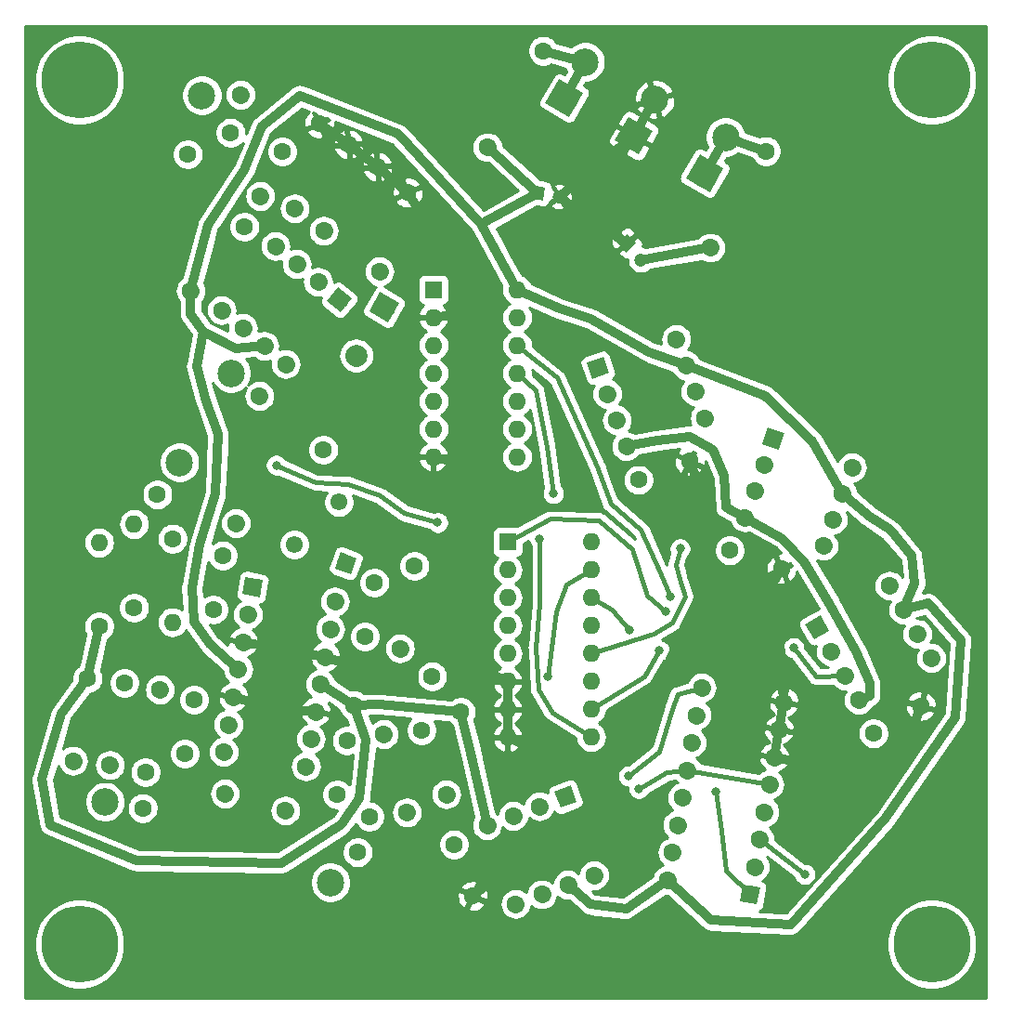
<source format=gbr>
G04 #@! TF.GenerationSoftware,KiCad,Pcbnew,(5.1.2-1)-1*
G04 #@! TF.CreationDate,2021-05-31T13:23:38-04:00*
G04 #@! TF.ProjectId,Analog Shift Register - CGS,416e616c-6f67-4205-9368-696674205265,rev?*
G04 #@! TF.SameCoordinates,Original*
G04 #@! TF.FileFunction,Copper,L1,Top*
G04 #@! TF.FilePolarity,Positive*
%FSLAX46Y46*%
G04 Gerber Fmt 4.6, Leading zero omitted, Abs format (unit mm)*
G04 Created by KiCad (PCBNEW (5.1.2-1)-1) date 2021-05-31 13:23:38*
%MOMM*%
%LPD*%
G04 APERTURE LIST*
%ADD10C,7.000000*%
%ADD11C,1.200000*%
%ADD12C,0.100000*%
%ADD13C,1.600000*%
%ADD14C,2.000000*%
%ADD15C,2.000000*%
%ADD16C,1.600000*%
%ADD17C,2.499360*%
%ADD18O,1.600000X1.600000*%
%ADD19C,1.550000*%
%ADD20R,1.600000X1.600000*%
%ADD21C,0.800000*%
%ADD22C,0.812800*%
%ADD23C,0.406400*%
%ADD24C,0.254000*%
G04 APERTURE END LIST*
D10*
X17780000Y-96520000D03*
X95504000Y-96520000D03*
X95504000Y-17780000D03*
X17780000Y-17780000D03*
D11*
X59563000Y-28067000D03*
D12*
G36*
X58867926Y-28553696D02*
G01*
X59076304Y-27371926D01*
X60258074Y-27580304D01*
X60049696Y-28762074D01*
X58867926Y-28553696D01*
X58867926Y-28553696D01*
G37*
D11*
X61532616Y-28414296D03*
X68976575Y-34171089D03*
X67691000Y-32639000D03*
D12*
G36*
X66845701Y-32565046D02*
G01*
X67764954Y-31793701D01*
X68536299Y-32712954D01*
X67617046Y-33484299D01*
X66845701Y-32565046D01*
X66845701Y-32565046D01*
G37*
D13*
X36259562Y-24287677D03*
X31561099Y-22577576D03*
X44667846Y-63568397D03*
X43799605Y-68492436D03*
X29966146Y-66025329D03*
X30834387Y-61101290D03*
X53640641Y-92128905D03*
X51930540Y-87430442D03*
X68747512Y-54222501D03*
X73445975Y-52512400D03*
X81787997Y-62347613D03*
X77089534Y-60637512D03*
X90176778Y-77314458D03*
X94506905Y-74814458D03*
X28236042Y-74242050D03*
X27367801Y-79166089D03*
X41287695Y-82881010D03*
X42155936Y-77956971D03*
D14*
X45554120Y-38482665D03*
D12*
G36*
X45188095Y-37116640D02*
G01*
X46920145Y-38116640D01*
X45920145Y-39848690D01*
X44188095Y-38848690D01*
X45188095Y-37116640D01*
X45188095Y-37116640D01*
G37*
D14*
X43014120Y-42882074D03*
D15*
X43014120Y-42882074D02*
X43014120Y-42882074D01*
D13*
X60071000Y-15113000D03*
X54991000Y-23911818D03*
D16*
X54991000Y-23911818D02*
X54991000Y-23911818D01*
D13*
X75311000Y-33055818D03*
D16*
X75311000Y-33055818D02*
X75311000Y-33055818D01*
D13*
X80391000Y-24257000D03*
D17*
X31609659Y-44489645D03*
X28926235Y-19185853D03*
X61976000Y-19431000D03*
D12*
G36*
X62433415Y-21138095D02*
G01*
X60268905Y-19888415D01*
X61518585Y-17723905D01*
X63683095Y-18973585D01*
X62433415Y-21138095D01*
X62433415Y-21138095D01*
G37*
D17*
X63881000Y-16131443D03*
X68326000Y-22860000D03*
D12*
G36*
X68783415Y-24567095D02*
G01*
X66618905Y-23317415D01*
X67868585Y-21152905D01*
X70033095Y-22402585D01*
X68783415Y-24567095D01*
X68783415Y-24567095D01*
G37*
D17*
X70231000Y-19560443D03*
X76708000Y-22989443D03*
X74803000Y-26289000D03*
D12*
G36*
X75260415Y-27996095D02*
G01*
X73095905Y-26746415D01*
X74345585Y-24581905D01*
X76510095Y-25831585D01*
X75260415Y-27996095D01*
X75260415Y-27996095D01*
G37*
D17*
X26887357Y-52636858D03*
X20096780Y-83547483D03*
X40666860Y-90899230D03*
D13*
X40016617Y-51468894D03*
X34179358Y-46570852D03*
D16*
X34179358Y-46570852D02*
X34179358Y-46570852D01*
D13*
X32463465Y-19121795D03*
D16*
X32463465Y-19121795D02*
X32463465Y-19121795D01*
D13*
X39623923Y-21727988D03*
X42778135Y-74715363D03*
D16*
X42778135Y-74715363D02*
X42778135Y-74715363D01*
D13*
X49938593Y-72109170D03*
X34254281Y-28344698D03*
D16*
X34254281Y-28344698D02*
X34254281Y-28344698D01*
D13*
X27655167Y-24534698D03*
X44939422Y-25689931D03*
X40041380Y-31527190D03*
D16*
X40041380Y-31527190D02*
X40041380Y-31527190D01*
D13*
X32817982Y-31144078D03*
X27919940Y-36981337D03*
D16*
X27919940Y-36981337D02*
X27919940Y-36981337D01*
D13*
X37405348Y-29486548D03*
D16*
X37405348Y-29486548D02*
X37405348Y-29486548D01*
D13*
X42303390Y-23649289D03*
X48324856Y-62061278D03*
X47001657Y-69565513D03*
D16*
X47001657Y-69565513D02*
X47001657Y-69565513D01*
D13*
X22749477Y-65862207D03*
D18*
X22749477Y-58242207D03*
X19569831Y-59923074D03*
D13*
X19569831Y-67543074D03*
X47727263Y-28056128D03*
X45121070Y-35216586D03*
D16*
X45121070Y-35216586D02*
X45121070Y-35216586D01*
D18*
X26255993Y-67190042D03*
D13*
X26255993Y-59570042D03*
X24879183Y-55555009D03*
X32039641Y-58161202D03*
D16*
X32039641Y-58161202D02*
X32039641Y-58161202D01*
D13*
X20556232Y-80212751D03*
D16*
X20556232Y-80212751D02*
X20556232Y-80212751D01*
D13*
X21879431Y-72708516D03*
X18515947Y-72295212D03*
X17192748Y-79799447D03*
D16*
X17192748Y-79799447D02*
X17192748Y-79799447D01*
D13*
X23786695Y-80835986D03*
X25109894Y-73331751D03*
D16*
X25109894Y-73331751D02*
X25109894Y-73331751D01*
D13*
X31040403Y-82800367D03*
D16*
X31040403Y-82800367D02*
X31040403Y-82800367D01*
D13*
X23536168Y-84123566D03*
X48960615Y-77024087D03*
X47637416Y-84528322D03*
D16*
X47637416Y-84528322D02*
X47637416Y-84528322D01*
D13*
X51218521Y-82858426D03*
D16*
X51218521Y-82858426D02*
X51218521Y-82858426D01*
D13*
X52541720Y-75354191D03*
X44205845Y-84889184D03*
X45529044Y-77384949D03*
D16*
X45529044Y-77384949D02*
X45529044Y-77384949D01*
D13*
X36553286Y-84344827D03*
D16*
X36553286Y-84344827D02*
X36553286Y-84344827D01*
D13*
X43152400Y-88154827D03*
D19*
X37365819Y-60099773D03*
X42064282Y-61809874D03*
D12*
G36*
X43057609Y-61346678D02*
G01*
X42527478Y-62803201D01*
X41070955Y-62273070D01*
X41601086Y-60816547D01*
X43057609Y-61346678D01*
X43057609Y-61346678D01*
G37*
D19*
X41425151Y-56256361D03*
D13*
X33567822Y-63988287D03*
D12*
G36*
X32641057Y-64637215D02*
G01*
X32918894Y-63061522D01*
X34494587Y-63339359D01*
X34216750Y-64915052D01*
X32641057Y-64637215D01*
X32641057Y-64637215D01*
G37*
D13*
X38425659Y-80319956D03*
D16*
X38425659Y-80319956D02*
X38425659Y-80319956D01*
D13*
X33126756Y-66489699D03*
D16*
X33126756Y-66489699D02*
X33126756Y-66489699D01*
D13*
X38866725Y-77818545D03*
D16*
X38866725Y-77818545D02*
X38866725Y-77818545D01*
D13*
X32685689Y-68991110D03*
D16*
X32685689Y-68991110D02*
X32685689Y-68991110D01*
D13*
X39307792Y-75317133D03*
D16*
X39307792Y-75317133D02*
X39307792Y-75317133D01*
D13*
X32244623Y-71492522D03*
D16*
X32244623Y-71492522D02*
X32244623Y-71492522D01*
D13*
X39748858Y-72815721D03*
D16*
X39748858Y-72815721D02*
X39748858Y-72815721D01*
D13*
X31803557Y-73993934D03*
D16*
X31803557Y-73993934D02*
X31803557Y-73993934D01*
D13*
X40189924Y-70314309D03*
D16*
X40189924Y-70314309D02*
X40189924Y-70314309D01*
D13*
X31362490Y-76495345D03*
D16*
X31362490Y-76495345D02*
X31362490Y-76495345D01*
D13*
X40630991Y-67812898D03*
D16*
X40630991Y-67812898D02*
X40630991Y-67812898D01*
D13*
X30921424Y-78996757D03*
D16*
X30921424Y-78996757D02*
X30921424Y-78996757D01*
D13*
X41072057Y-65311486D03*
D16*
X41072057Y-65311486D02*
X41072057Y-65311486D01*
D13*
X41474590Y-37808742D03*
D12*
G36*
X41375985Y-36681676D02*
G01*
X42601656Y-37710137D01*
X41573195Y-38935808D01*
X40347524Y-37907347D01*
X41375985Y-36681676D01*
X41375985Y-36681676D01*
G37*
D13*
X30739290Y-38747959D03*
D16*
X30739290Y-38747959D02*
X30739290Y-38747959D01*
D13*
X39528837Y-36176061D03*
D16*
X39528837Y-36176061D02*
X39528837Y-36176061D01*
D13*
X32685043Y-40380640D03*
D16*
X32685043Y-40380640D02*
X32685043Y-40380640D01*
D13*
X37583084Y-34543381D03*
D16*
X37583084Y-34543381D02*
X37583084Y-34543381D01*
D13*
X34630796Y-42013320D03*
D16*
X34630796Y-42013320D02*
X34630796Y-42013320D01*
D13*
X35637331Y-32910700D03*
D16*
X35637331Y-32910700D02*
X35637331Y-32910700D01*
D13*
X36576548Y-43646001D03*
D16*
X36576548Y-43646001D02*
X36576548Y-43646001D01*
D20*
X56821316Y-59882863D03*
D18*
X64441316Y-77662863D03*
X56821316Y-62422863D03*
X64441316Y-75122863D03*
X56821316Y-64962863D03*
X64441316Y-72582863D03*
X56821316Y-67502863D03*
X64441316Y-70042863D03*
X56821316Y-70042863D03*
X64441316Y-67502863D03*
X56821316Y-72582863D03*
X64441316Y-64962863D03*
X56821316Y-75122863D03*
X64441316Y-62422863D03*
X56821316Y-77662863D03*
X64441316Y-59882863D03*
X57677485Y-36878143D03*
X50057485Y-52118143D03*
X57677485Y-39418143D03*
X50057485Y-49578143D03*
X57677485Y-41958143D03*
X50057485Y-47038143D03*
X57677485Y-44498143D03*
X50057485Y-44498143D03*
X57677485Y-47038143D03*
X50057485Y-41958143D03*
X57677485Y-49578143D03*
X50057485Y-39418143D03*
X57677485Y-52118143D03*
D20*
X50057485Y-36878143D03*
D13*
X64711856Y-90245042D03*
D16*
X64711856Y-90245042D02*
X64711856Y-90245042D01*
D13*
X54945205Y-85690777D03*
D16*
X54945205Y-85690777D02*
X54945205Y-85690777D01*
D13*
X62325037Y-91113773D03*
D16*
X62325037Y-91113773D02*
X62325037Y-91113773D01*
D13*
X57332024Y-84822046D03*
D16*
X57332024Y-84822046D02*
X57332024Y-84822046D01*
D13*
X59938218Y-91982504D03*
D16*
X59938218Y-91982504D02*
X59938218Y-91982504D01*
D13*
X59718844Y-83953315D03*
D16*
X59718844Y-83953315D02*
X59718844Y-83953315D01*
D13*
X57551399Y-92851235D03*
D16*
X57551399Y-92851235D02*
X57551399Y-92851235D01*
D13*
X62105663Y-83084584D03*
D12*
G36*
X61080293Y-82606446D02*
G01*
X62583801Y-82059214D01*
X63131033Y-83562722D01*
X61627525Y-84109954D01*
X61080293Y-82606446D01*
X61080293Y-82606446D01*
G37*
D13*
X65043547Y-43997792D03*
D12*
G36*
X64565409Y-45023162D02*
G01*
X64018177Y-43519654D01*
X65521685Y-42972422D01*
X66068917Y-44475930D01*
X64565409Y-45023162D01*
X64565409Y-45023162D01*
G37*
D13*
X74810198Y-48552056D03*
D16*
X74810198Y-48552056D02*
X74810198Y-48552056D01*
D13*
X65912278Y-46384611D03*
D16*
X65912278Y-46384611D02*
X65912278Y-46384611D01*
D13*
X73941467Y-46165237D03*
D16*
X73941467Y-46165237D02*
X73941467Y-46165237D01*
D13*
X66781009Y-48771431D03*
D16*
X66781009Y-48771431D02*
X66781009Y-48771431D01*
D13*
X73072736Y-43778418D03*
D16*
X73072736Y-43778418D02*
X73072736Y-43778418D01*
D13*
X67649740Y-51158250D03*
D16*
X67649740Y-51158250D02*
X67649740Y-51158250D01*
D13*
X72204005Y-41391599D03*
D16*
X72204005Y-41391599D02*
X72204005Y-41391599D01*
D13*
X88224219Y-53067257D03*
D16*
X88224219Y-53067257D02*
X88224219Y-53067257D01*
D13*
X78457568Y-57621522D03*
D16*
X78457568Y-57621522D02*
X78457568Y-57621522D01*
D13*
X87355488Y-55454077D03*
D16*
X87355488Y-55454077D02*
X87355488Y-55454077D01*
D13*
X79326299Y-55234703D03*
D16*
X79326299Y-55234703D02*
X79326299Y-55234703D01*
D13*
X86486756Y-57840896D03*
D16*
X86486756Y-57840896D02*
X86486756Y-57840896D01*
D13*
X80195030Y-52847883D03*
D16*
X80195030Y-52847883D02*
X80195030Y-52847883D01*
D13*
X85618025Y-60227715D03*
D16*
X85618025Y-60227715D02*
X85618025Y-60227715D01*
D13*
X81063761Y-50461064D03*
D12*
G36*
X80038391Y-50939202D02*
G01*
X80585623Y-49435694D01*
X82089131Y-49982926D01*
X81541899Y-51486434D01*
X80038391Y-50939202D01*
X80038391Y-50939202D01*
G37*
D13*
X85045733Y-67665229D03*
D12*
G36*
X84752913Y-68758049D02*
G01*
X83952913Y-67372409D01*
X85338553Y-66572409D01*
X86138553Y-67958049D01*
X84752913Y-68758049D01*
X84752913Y-68758049D01*
G37*
D13*
X95454847Y-70454343D03*
D16*
X95454847Y-70454343D02*
X95454847Y-70454343D01*
D13*
X86315733Y-69864934D03*
D16*
X86315733Y-69864934D02*
X86315733Y-69864934D01*
D13*
X94184847Y-68254638D03*
D16*
X94184847Y-68254638D02*
X94184847Y-68254638D01*
D13*
X87585733Y-72064638D03*
D16*
X87585733Y-72064638D02*
X87585733Y-72064638D01*
D13*
X92914847Y-66054934D03*
D16*
X92914847Y-66054934D02*
X92914847Y-66054934D01*
D13*
X88855733Y-74264343D03*
D16*
X88855733Y-74264343D02*
X88855733Y-74264343D01*
D13*
X91644847Y-63855229D03*
D16*
X91644847Y-63855229D02*
X91644847Y-63855229D01*
D13*
X71420615Y-90661496D03*
D16*
X71420615Y-90661496D02*
X71420615Y-90661496D01*
D13*
X82012315Y-74474813D03*
D16*
X82012315Y-74474813D02*
X82012315Y-74474813D01*
D13*
X71861681Y-88160084D03*
D16*
X71861681Y-88160084D02*
X71861681Y-88160084D01*
D13*
X81571248Y-76976225D03*
D16*
X81571248Y-76976225D02*
X81571248Y-76976225D01*
D13*
X72302748Y-85658673D03*
D16*
X72302748Y-85658673D02*
X72302748Y-85658673D01*
D13*
X81130182Y-79477637D03*
D16*
X81130182Y-79477637D02*
X81130182Y-79477637D01*
D13*
X72743814Y-83157261D03*
D16*
X72743814Y-83157261D02*
X72743814Y-83157261D01*
D13*
X80689115Y-81979048D03*
D16*
X80689115Y-81979048D02*
X80689115Y-81979048D01*
D13*
X73184880Y-80655849D03*
D16*
X73184880Y-80655849D02*
X73184880Y-80655849D01*
D13*
X80248049Y-84480460D03*
D16*
X80248049Y-84480460D02*
X80248049Y-84480460D01*
D13*
X73625947Y-78154437D03*
D16*
X73625947Y-78154437D02*
X73625947Y-78154437D01*
D13*
X79806983Y-86981872D03*
D16*
X79806983Y-86981872D02*
X79806983Y-86981872D01*
D13*
X74067013Y-75653026D03*
D16*
X74067013Y-75653026D02*
X74067013Y-75653026D01*
D13*
X79365916Y-89483283D03*
D16*
X79365916Y-89483283D02*
X79365916Y-89483283D01*
D13*
X74508080Y-73151614D03*
D16*
X74508080Y-73151614D02*
X74508080Y-73151614D01*
D13*
X78924850Y-91984695D03*
D12*
G36*
X79851615Y-91335767D02*
G01*
X79573778Y-92911460D01*
X77998085Y-92633623D01*
X78275922Y-91057930D01*
X79851615Y-91335767D01*
X79851615Y-91335767D01*
G37*
D21*
X82913550Y-69514811D03*
X71272103Y-66223723D03*
X35719466Y-52878171D03*
X50441840Y-58101527D03*
X83916548Y-90152458D03*
X67849831Y-81196188D03*
X59761842Y-59601622D03*
X61000004Y-55457156D03*
X70652584Y-69782455D03*
X71630564Y-64867538D03*
X72554140Y-60473421D03*
X75846113Y-82619941D03*
X67973116Y-67861153D03*
X68782621Y-82346600D03*
X60463413Y-72155676D03*
D22*
X73072736Y-43778418D02*
X69749183Y-42558679D01*
X69749183Y-42558679D02*
X64368310Y-39518995D01*
X64368310Y-39518995D02*
X61580030Y-38639296D01*
X61580030Y-38639296D02*
X57677486Y-36878143D01*
X34630795Y-42013320D02*
X32033493Y-42211197D01*
X32033493Y-42211197D02*
X29060939Y-40723824D01*
X29060939Y-40723824D02*
X27900435Y-39085080D01*
X27900435Y-39085080D02*
X27919940Y-36981338D01*
X87355487Y-55454076D02*
X84633459Y-50679123D01*
X84633459Y-50679123D02*
X80327092Y-46543871D01*
X80327092Y-46543871D02*
X73072736Y-43778418D01*
X92914846Y-66054934D02*
X93960923Y-63669734D01*
X93960923Y-63669734D02*
X93668714Y-61130668D01*
X93668714Y-61130668D02*
X91683791Y-58786408D01*
X91683791Y-58786408D02*
X89828740Y-57570622D01*
X89828740Y-57570622D02*
X87355487Y-55454076D01*
X71420615Y-90661496D02*
X67640110Y-93283409D01*
X67640110Y-93283409D02*
X64395967Y-92913540D01*
X64395967Y-92913540D02*
X62325037Y-91113772D01*
X32244623Y-71492522D02*
X29649315Y-69184446D01*
X29649315Y-69184446D02*
X28217663Y-67176711D01*
X28217663Y-67176711D02*
X28023294Y-63997503D01*
X28023294Y-63997503D02*
X28773122Y-60080750D01*
X28773122Y-60080750D02*
X30185029Y-55458920D01*
X30185029Y-55458920D02*
X30414496Y-50001266D01*
X30414496Y-50001266D02*
X29330335Y-47038803D01*
X29330335Y-47038803D02*
X28452388Y-43881094D01*
X28452388Y-43881094D02*
X29060939Y-40723824D01*
X71420615Y-90661496D02*
X75365244Y-94338169D01*
X75365244Y-94338169D02*
X82667418Y-94698384D01*
X82667418Y-94698384D02*
X91328848Y-85011581D01*
X91328848Y-85011581D02*
X97646457Y-75823204D01*
X97646457Y-75823204D02*
X98158480Y-68846585D01*
X98158480Y-68846585D02*
X95197331Y-65471255D01*
X95197331Y-65471255D02*
X92914846Y-66054934D01*
X57677486Y-36878143D02*
X54399386Y-30890035D01*
X54399386Y-30890035D02*
X46828256Y-22728344D01*
X46828256Y-22728344D02*
X37845214Y-19188483D01*
X37845214Y-19188483D02*
X34393981Y-21986854D01*
X34393981Y-21986854D02*
X32797797Y-26001011D01*
X32797797Y-26001011D02*
X29486965Y-31012892D01*
X29486965Y-31012892D02*
X27919940Y-36981338D01*
X59563000Y-28067000D02*
X54991000Y-23911818D01*
X59563000Y-28067000D02*
X54399386Y-30890035D01*
X39623923Y-21727988D02*
X42303390Y-23649289D01*
X44939422Y-25689931D02*
X42303390Y-23649289D01*
X47727263Y-28056128D02*
X44939422Y-25689931D01*
X47727263Y-28056128D02*
X51544858Y-33905587D01*
X51544858Y-33905587D02*
X52564083Y-36303813D01*
X52564083Y-36303813D02*
X52085843Y-39103061D01*
X52085843Y-39103061D02*
X50057486Y-39418143D01*
X52085843Y-39103061D02*
X52105151Y-47219124D01*
X52105151Y-47219124D02*
X51930528Y-50669481D01*
X51930528Y-50669481D02*
X51680440Y-52470564D01*
X51680440Y-52470564D02*
X50057485Y-52118143D01*
X73445976Y-52512399D02*
X74389444Y-55059641D01*
X74389444Y-55059641D02*
X74377599Y-58434093D01*
X74377599Y-58434093D02*
X74723776Y-61938857D01*
X77935013Y-63513104D02*
X80690823Y-64110685D01*
X80690823Y-64110685D02*
X81787998Y-62347614D01*
X81130182Y-79477636D02*
X81571248Y-76976225D01*
X81571248Y-76976225D02*
X82012314Y-74474813D01*
X82012314Y-74474813D02*
X81698205Y-69883365D01*
X81698205Y-69883365D02*
X81091407Y-67094648D01*
X81091407Y-67094648D02*
X80690823Y-64110685D01*
X94506904Y-74814460D02*
X93197058Y-78393424D01*
X93197058Y-78393424D02*
X90277593Y-80844740D01*
X90277593Y-80844740D02*
X84429450Y-80202846D01*
X84429450Y-80202846D02*
X81130182Y-79477636D01*
X56821316Y-77662864D02*
X56821317Y-75122864D01*
X56821316Y-72582862D02*
X56821317Y-75122864D01*
X56821316Y-77662864D02*
X61654632Y-80022525D01*
X65821034Y-80457767D02*
X68761999Y-78690028D01*
X68761999Y-78690028D02*
X70011129Y-74144102D01*
X70011129Y-74144102D02*
X71932868Y-69978138D01*
X71932868Y-69978138D02*
X74494747Y-65910015D01*
X74494747Y-65910015D02*
X75863247Y-62497461D01*
X75863247Y-62497461D02*
X77935013Y-63513104D01*
X74723776Y-61938857D02*
X75863247Y-62497461D01*
X36512590Y-69665896D02*
X35952450Y-72289503D01*
X32685689Y-68991111D02*
X36512590Y-69665896D01*
X36512590Y-69665896D02*
X40189924Y-70314310D01*
X35952450Y-72289503D02*
X35517645Y-74969409D01*
X35517645Y-74969409D02*
X31803555Y-73993935D01*
X35517645Y-74969409D02*
X39307791Y-75317134D01*
X53640641Y-92128905D02*
X58614072Y-88376392D01*
X58614072Y-88376392D02*
X63638238Y-86826274D01*
X63638238Y-86826274D02*
X65364293Y-83940593D01*
X65364293Y-83940593D02*
X64987754Y-80370719D01*
X64987754Y-80370719D02*
X65821034Y-80457767D01*
X61654632Y-80022525D02*
X64987754Y-80370719D01*
X40189924Y-70314310D02*
X46119245Y-72205698D01*
X46119245Y-72205698D02*
X47866361Y-71490090D01*
X47866361Y-71490090D02*
X49114615Y-69917158D01*
X49114615Y-69917158D02*
X50687985Y-69678915D01*
X50687985Y-69678915D02*
X52868590Y-70742890D01*
X52868590Y-70742890D02*
X54691172Y-71676558D01*
X54691172Y-71676558D02*
X56821316Y-72582862D01*
X51680440Y-52470564D02*
X52449137Y-58156370D01*
X52449137Y-58156370D02*
X51687902Y-63961078D01*
X51687902Y-63961078D02*
X50687985Y-69678915D01*
X61532616Y-28414296D02*
X67691000Y-32639000D01*
X61532616Y-28414296D02*
X68326000Y-22860000D01*
X68326000Y-22860000D02*
X70231000Y-19560443D01*
X67649741Y-51158251D02*
X70452067Y-50653241D01*
X70452067Y-50653241D02*
X73436031Y-50252658D01*
X73436031Y-50252658D02*
X75573199Y-51435976D01*
X75573199Y-51435976D02*
X76592426Y-53834202D01*
X76592426Y-53834202D02*
X76754325Y-56731291D01*
X76754325Y-56731291D02*
X78457566Y-57621521D01*
X54945205Y-85690777D02*
X53625441Y-79803150D01*
X53625441Y-79803150D02*
X52541720Y-75354191D01*
X52541720Y-75354191D02*
X45087736Y-74668423D01*
X45087736Y-74668423D02*
X42778136Y-74715365D01*
X42778136Y-74715365D02*
X39748857Y-72815722D01*
X19569831Y-67543074D02*
X18515947Y-72295212D01*
X18515947Y-72295212D02*
X16138782Y-75484511D01*
X16138782Y-75484511D02*
X14368414Y-81462529D01*
X14368414Y-81462529D02*
X15137549Y-85661838D01*
X15137549Y-85661838D02*
X23003083Y-88930110D01*
X23003083Y-88930110D02*
X36175342Y-89129301D01*
X36175342Y-89129301D02*
X41655809Y-85582854D01*
X41655809Y-85582854D02*
X43327460Y-83217973D01*
X43327460Y-83217973D02*
X43914948Y-77890627D01*
X43914948Y-77890627D02*
X42778136Y-74715365D01*
X78457566Y-57621521D02*
X81939954Y-59564759D01*
X81939954Y-59564759D02*
X83968313Y-61789679D01*
X83968313Y-61789679D02*
X86234913Y-65587966D01*
X86234913Y-65587966D02*
X88609887Y-69831151D01*
X88609887Y-69831151D02*
X89856826Y-72717710D01*
X89856826Y-72717710D02*
X89823921Y-73922088D01*
X89823921Y-73922088D02*
X88855734Y-74264343D01*
X75311000Y-33055818D02*
X68976575Y-34171089D01*
D23*
X87585733Y-72064638D02*
X84930939Y-72141190D01*
X84930939Y-72141190D02*
X82913550Y-69514811D01*
X82913550Y-69514811D02*
X82913550Y-69514811D01*
X56821316Y-59882863D02*
X60695509Y-57779039D01*
X60695509Y-57779039D02*
X65111563Y-57899695D01*
X65111563Y-57899695D02*
X68213990Y-60515542D01*
X68213990Y-60515542D02*
X69503926Y-64769257D01*
X69503926Y-64769257D02*
X71272103Y-66223723D01*
D22*
X60071000Y-15113000D02*
X63881000Y-16131443D01*
X61976000Y-19431000D02*
X63881000Y-16131443D01*
X76708000Y-22989443D02*
X74803000Y-26289000D01*
X76708000Y-22989443D02*
X80391000Y-24257000D01*
D23*
X35719466Y-52878171D02*
X39332162Y-54463386D01*
X39332162Y-54463386D02*
X42261719Y-54583603D01*
X42261719Y-54583603D02*
X45125902Y-55626081D01*
X45125902Y-55626081D02*
X47371443Y-57254294D01*
X47371443Y-57254294D02*
X50441840Y-58101527D01*
X50441840Y-58101527D02*
X50441840Y-58101527D01*
X79806983Y-86981871D02*
X83916548Y-90152458D01*
X83916548Y-90152458D02*
X83916548Y-90152458D01*
X67849831Y-81196188D02*
X70682422Y-78983554D01*
X70682422Y-78983554D02*
X71833710Y-75077770D01*
X71833710Y-75077770D02*
X72311514Y-73765019D01*
X72311514Y-73765019D02*
X74508080Y-73151614D01*
X64441316Y-77662865D02*
X60896463Y-75421756D01*
X60896463Y-75421756D02*
X59627589Y-73338116D01*
X59627589Y-73338116D02*
X59411720Y-69475330D01*
X59411720Y-69475330D02*
X59760089Y-65547609D01*
X59760089Y-65547609D02*
X59761842Y-59601622D01*
X59761842Y-59601622D02*
X59761842Y-59601622D01*
X61000004Y-55457156D02*
X60393646Y-51181942D01*
X60393646Y-51181942D02*
X59407764Y-46092841D01*
X59407764Y-46092841D02*
X57677485Y-44498141D01*
X69263052Y-72114868D02*
X70652584Y-69782455D01*
X70652584Y-69782455D02*
X70652584Y-69782455D01*
X64441317Y-75122864D02*
X69263052Y-72114868D01*
X57677485Y-41958143D02*
X61328628Y-44899869D01*
X61328628Y-44899869D02*
X65004505Y-52995308D01*
X65004505Y-52995308D02*
X66197039Y-56402669D01*
X66197039Y-56402669D02*
X68984879Y-58768865D01*
X68984879Y-58768865D02*
X70687244Y-62632088D01*
X70687244Y-62632088D02*
X71630564Y-64867538D01*
X71630564Y-64867538D02*
X71630564Y-64867538D01*
X72152241Y-61948949D02*
X72554140Y-60473421D01*
X72554140Y-60473421D02*
X72554140Y-60473421D01*
X64441315Y-70042864D02*
X70132223Y-68241552D01*
X70132223Y-68241552D02*
X71846871Y-67243827D01*
X71846871Y-67243827D02*
X72997719Y-64824538D01*
X72997719Y-64824538D02*
X72477358Y-63283637D01*
X72477358Y-63283637D02*
X72152241Y-61948949D01*
X78924850Y-91984695D02*
X76733714Y-89835681D01*
X76733714Y-89835681D02*
X76311632Y-86168141D01*
X76311632Y-86168141D02*
X75846113Y-82619941D01*
X75846113Y-82619941D02*
X75846113Y-82619941D01*
X67973116Y-67861153D02*
X66335249Y-66048664D01*
X66335249Y-66048664D02*
X64441315Y-64962863D01*
X80689115Y-81979048D02*
X73184881Y-80655849D01*
X68782621Y-82346600D02*
X71354593Y-80850011D01*
X71354593Y-80850011D02*
X73184881Y-80655849D01*
X60463413Y-72155676D02*
X61268085Y-66231626D01*
X61268085Y-66231626D02*
X62180252Y-63725465D01*
X62180252Y-63725465D02*
X64441317Y-62422864D01*
D24*
G36*
X100432000Y-101448000D02*
G01*
X12852000Y-101448000D01*
X12852000Y-96112738D01*
X13645000Y-96112738D01*
X13645000Y-96927262D01*
X13803906Y-97726135D01*
X14115611Y-98478657D01*
X14568136Y-99155909D01*
X15144091Y-99731864D01*
X15821343Y-100184389D01*
X16573865Y-100496094D01*
X17372738Y-100655000D01*
X18187262Y-100655000D01*
X18986135Y-100496094D01*
X19738657Y-100184389D01*
X20415909Y-99731864D01*
X20991864Y-99155909D01*
X21444389Y-98478657D01*
X21756094Y-97726135D01*
X21915000Y-96927262D01*
X21915000Y-96112738D01*
X91369000Y-96112738D01*
X91369000Y-96927262D01*
X91527906Y-97726135D01*
X91839611Y-98478657D01*
X92292136Y-99155909D01*
X92868091Y-99731864D01*
X93545343Y-100184389D01*
X94297865Y-100496094D01*
X95096738Y-100655000D01*
X95911262Y-100655000D01*
X96710135Y-100496094D01*
X97462657Y-100184389D01*
X98139909Y-99731864D01*
X98715864Y-99155909D01*
X99168389Y-98478657D01*
X99480094Y-97726135D01*
X99639000Y-96927262D01*
X99639000Y-96112738D01*
X99480094Y-95313865D01*
X99168389Y-94561343D01*
X98715864Y-93884091D01*
X98139909Y-93308136D01*
X97462657Y-92855611D01*
X96710135Y-92543906D01*
X95911262Y-92385000D01*
X95096738Y-92385000D01*
X94297865Y-92543906D01*
X93545343Y-92855611D01*
X92868091Y-93308136D01*
X92292136Y-93884091D01*
X91839611Y-94561343D01*
X91527906Y-95313865D01*
X91369000Y-96112738D01*
X21915000Y-96112738D01*
X21756094Y-95313865D01*
X21444389Y-94561343D01*
X20991864Y-93884091D01*
X20447609Y-93339836D01*
X53216104Y-93339836D01*
X53366812Y-93544608D01*
X53648263Y-93570827D01*
X53929422Y-93541634D01*
X54199484Y-93458150D01*
X54448069Y-93323584D01*
X54665625Y-93143107D01*
X54760403Y-93037383D01*
X54744227Y-92783644D01*
X53702070Y-92297679D01*
X53216104Y-93339836D01*
X20447609Y-93339836D01*
X20415909Y-93308136D01*
X19738657Y-92855611D01*
X18986135Y-92543906D01*
X18187262Y-92385000D01*
X17372738Y-92385000D01*
X16573865Y-92543906D01*
X15821343Y-92855611D01*
X15144091Y-93308136D01*
X14568136Y-93884091D01*
X14115611Y-94561343D01*
X13803906Y-95313865D01*
X13645000Y-96112738D01*
X12852000Y-96112738D01*
X12852000Y-90713605D01*
X38782180Y-90713605D01*
X38782180Y-91084855D01*
X38854607Y-91448971D01*
X38996678Y-91791961D01*
X39202934Y-92100643D01*
X39465447Y-92363156D01*
X39774129Y-92569412D01*
X40117119Y-92711483D01*
X40481235Y-92783910D01*
X40852485Y-92783910D01*
X41216601Y-92711483D01*
X41559591Y-92569412D01*
X41868273Y-92363156D01*
X42094902Y-92136527D01*
X52198719Y-92136527D01*
X52227912Y-92417686D01*
X52311396Y-92687748D01*
X52445962Y-92936333D01*
X52626439Y-93153889D01*
X52732163Y-93248667D01*
X52985902Y-93232491D01*
X53471867Y-92190334D01*
X53208398Y-92067476D01*
X53809415Y-92067476D01*
X54851572Y-92553442D01*
X55056344Y-92402734D01*
X55082563Y-92121283D01*
X55053370Y-91840124D01*
X54969886Y-91570062D01*
X54835320Y-91321477D01*
X54654843Y-91103921D01*
X54549119Y-91009143D01*
X54295380Y-91025319D01*
X53809415Y-92067476D01*
X53208398Y-92067476D01*
X52429710Y-91704368D01*
X52224938Y-91855076D01*
X52198719Y-92136527D01*
X42094902Y-92136527D01*
X42130786Y-92100643D01*
X42337042Y-91791961D01*
X42479113Y-91448971D01*
X42524573Y-91220427D01*
X52520879Y-91220427D01*
X52537055Y-91474166D01*
X53579212Y-91960131D01*
X54065178Y-90917974D01*
X53914470Y-90713202D01*
X53633019Y-90686983D01*
X53351860Y-90716176D01*
X53081798Y-90799660D01*
X52833213Y-90934226D01*
X52615657Y-91114703D01*
X52520879Y-91220427D01*
X42524573Y-91220427D01*
X42551540Y-91084855D01*
X42551540Y-90713605D01*
X42479113Y-90349489D01*
X42337042Y-90006499D01*
X42130786Y-89697817D01*
X41868273Y-89435304D01*
X41559591Y-89229048D01*
X41216601Y-89086977D01*
X40852485Y-89014550D01*
X40481235Y-89014550D01*
X40117119Y-89086977D01*
X39774129Y-89229048D01*
X39465447Y-89435304D01*
X39202934Y-89697817D01*
X38996678Y-90006499D01*
X38854607Y-90349489D01*
X38782180Y-90713605D01*
X12852000Y-90713605D01*
X12852000Y-81446624D01*
X13322097Y-81446624D01*
X13327301Y-81509197D01*
X13327716Y-81571975D01*
X13346089Y-81661253D01*
X14105299Y-85806375D01*
X14110992Y-85864845D01*
X14138531Y-85955992D01*
X14164792Y-86047551D01*
X14168182Y-86054132D01*
X14170322Y-86061215D01*
X14215107Y-86145226D01*
X14258732Y-86229915D01*
X14263342Y-86235709D01*
X14266822Y-86242238D01*
X14327123Y-86315883D01*
X14386444Y-86390449D01*
X14392097Y-86395233D01*
X14396783Y-86400957D01*
X14470303Y-86461430D01*
X14543021Y-86522981D01*
X14549497Y-86526570D01*
X14555212Y-86531271D01*
X14639162Y-86576264D01*
X14722446Y-86622421D01*
X14778395Y-86640326D01*
X22549495Y-89869359D01*
X22588057Y-89890727D01*
X22643970Y-89908616D01*
X22650722Y-89911421D01*
X22692711Y-89924209D01*
X22783438Y-89953236D01*
X22790747Y-89954068D01*
X22797791Y-89956213D01*
X22892625Y-89965660D01*
X22936191Y-89970617D01*
X22943498Y-89970727D01*
X23001918Y-89976547D01*
X23045798Y-89972274D01*
X36108670Y-90169811D01*
X36159950Y-90175625D01*
X36261048Y-90167167D01*
X36363950Y-90158601D01*
X36364160Y-90158541D01*
X36364373Y-90158523D01*
X36461968Y-90130479D01*
X36561132Y-90102028D01*
X36561325Y-90101928D01*
X36561532Y-90101869D01*
X36652628Y-90054887D01*
X36743489Y-90008073D01*
X36783875Y-89975939D01*
X39816523Y-88013492D01*
X41717400Y-88013492D01*
X41717400Y-88296162D01*
X41772547Y-88573401D01*
X41880720Y-88834554D01*
X42037763Y-89069586D01*
X42237641Y-89269464D01*
X42472673Y-89426507D01*
X42733826Y-89534680D01*
X43011065Y-89589827D01*
X43293735Y-89589827D01*
X43570974Y-89534680D01*
X43832127Y-89426507D01*
X44067159Y-89269464D01*
X44267037Y-89069586D01*
X44424080Y-88834554D01*
X44532253Y-88573401D01*
X44587400Y-88296162D01*
X44587400Y-88013492D01*
X44532253Y-87736253D01*
X44424080Y-87475100D01*
X44299804Y-87289107D01*
X50495540Y-87289107D01*
X50495540Y-87571777D01*
X50550687Y-87849016D01*
X50658860Y-88110169D01*
X50815903Y-88345201D01*
X51015781Y-88545079D01*
X51250813Y-88702122D01*
X51511966Y-88810295D01*
X51789205Y-88865442D01*
X52071875Y-88865442D01*
X52349114Y-88810295D01*
X52610267Y-88702122D01*
X52845299Y-88545079D01*
X53045177Y-88345201D01*
X53202220Y-88110169D01*
X53310393Y-87849016D01*
X53365540Y-87571777D01*
X53365540Y-87289107D01*
X53310393Y-87011868D01*
X53202220Y-86750715D01*
X53045177Y-86515683D01*
X52845299Y-86315805D01*
X52610267Y-86158762D01*
X52349114Y-86050589D01*
X52071875Y-85995442D01*
X51789205Y-85995442D01*
X51511966Y-86050589D01*
X51250813Y-86158762D01*
X51015781Y-86315805D01*
X50815903Y-86515683D01*
X50658860Y-86750715D01*
X50550687Y-87011868D01*
X50495540Y-87289107D01*
X44299804Y-87289107D01*
X44267037Y-87240068D01*
X44067159Y-87040190D01*
X43832127Y-86883147D01*
X43570974Y-86774974D01*
X43293735Y-86719827D01*
X43011065Y-86719827D01*
X42733826Y-86774974D01*
X42472673Y-86883147D01*
X42237641Y-87040190D01*
X42037763Y-87240068D01*
X41880720Y-87475100D01*
X41772547Y-87736253D01*
X41717400Y-88013492D01*
X39816523Y-88013492D01*
X42173574Y-86488229D01*
X42214124Y-86467905D01*
X42259456Y-86432654D01*
X42264524Y-86429374D01*
X42299853Y-86401240D01*
X42376061Y-86341978D01*
X42380037Y-86337385D01*
X42384787Y-86333602D01*
X42447164Y-86259837D01*
X42476679Y-86225739D01*
X42480154Y-86220823D01*
X42517244Y-86176961D01*
X42539220Y-86137263D01*
X42937471Y-85573858D01*
X43091208Y-85803943D01*
X43291086Y-86003821D01*
X43526118Y-86160864D01*
X43787271Y-86269037D01*
X44064510Y-86324184D01*
X44347180Y-86324184D01*
X44624419Y-86269037D01*
X44885572Y-86160864D01*
X45120604Y-86003821D01*
X45320482Y-85803943D01*
X45477525Y-85568911D01*
X45585698Y-85307758D01*
X45640845Y-85030519D01*
X45640845Y-84747849D01*
X45597178Y-84528322D01*
X46195473Y-84528322D01*
X46223180Y-84809631D01*
X46305234Y-85080130D01*
X46438484Y-85329423D01*
X46617808Y-85547930D01*
X46836315Y-85727254D01*
X47085608Y-85860504D01*
X47356107Y-85942558D01*
X47566924Y-85963322D01*
X47707908Y-85963322D01*
X47918725Y-85942558D01*
X48189224Y-85860504D01*
X48438517Y-85727254D01*
X48657024Y-85547930D01*
X48836348Y-85329423D01*
X48969598Y-85080130D01*
X49051652Y-84809631D01*
X49079359Y-84528322D01*
X49051652Y-84247013D01*
X48969598Y-83976514D01*
X48836348Y-83727221D01*
X48657024Y-83508714D01*
X48438517Y-83329390D01*
X48189224Y-83196140D01*
X47918725Y-83114086D01*
X47707908Y-83093322D01*
X47566924Y-83093322D01*
X47356107Y-83114086D01*
X47085608Y-83196140D01*
X46836315Y-83329390D01*
X46617808Y-83508714D01*
X46438484Y-83727221D01*
X46305234Y-83976514D01*
X46223180Y-84247013D01*
X46195473Y-84528322D01*
X45597178Y-84528322D01*
X45585698Y-84470610D01*
X45477525Y-84209457D01*
X45320482Y-83974425D01*
X45120604Y-83774547D01*
X44885572Y-83617504D01*
X44624419Y-83509331D01*
X44347180Y-83454184D01*
X44346355Y-83454184D01*
X44348074Y-83449012D01*
X44355402Y-83390432D01*
X44356977Y-83382968D01*
X44361755Y-83339644D01*
X44373536Y-83245460D01*
X44372985Y-83237809D01*
X44414822Y-82858426D01*
X49776578Y-82858426D01*
X49804285Y-83139735D01*
X49886339Y-83410234D01*
X50019589Y-83659527D01*
X50198913Y-83878034D01*
X50417420Y-84057358D01*
X50666713Y-84190608D01*
X50937212Y-84272662D01*
X51148029Y-84293426D01*
X51289013Y-84293426D01*
X51499830Y-84272662D01*
X51770329Y-84190608D01*
X52019622Y-84057358D01*
X52238129Y-83878034D01*
X52417453Y-83659527D01*
X52550703Y-83410234D01*
X52632757Y-83139735D01*
X52660464Y-82858426D01*
X52632757Y-82577117D01*
X52550703Y-82306618D01*
X52417453Y-82057325D01*
X52238129Y-81838818D01*
X52019622Y-81659494D01*
X51770329Y-81526244D01*
X51499830Y-81444190D01*
X51289013Y-81423426D01*
X51148029Y-81423426D01*
X50937212Y-81444190D01*
X50666713Y-81526244D01*
X50417420Y-81659494D01*
X50198913Y-81838818D01*
X50019589Y-82057325D01*
X49886339Y-82306618D01*
X49804285Y-82577117D01*
X49776578Y-82858426D01*
X44414822Y-82858426D01*
X44877400Y-78663768D01*
X44977236Y-78717131D01*
X45247735Y-78799185D01*
X45458552Y-78819949D01*
X45599536Y-78819949D01*
X45810353Y-78799185D01*
X46080852Y-78717131D01*
X46330145Y-78583881D01*
X46548652Y-78404557D01*
X46727976Y-78186050D01*
X46861226Y-77936757D01*
X46943280Y-77666258D01*
X46970987Y-77384949D01*
X46943280Y-77103640D01*
X46861226Y-76833141D01*
X46727976Y-76583848D01*
X46548652Y-76365341D01*
X46330145Y-76186017D01*
X46080852Y-76052767D01*
X45810353Y-75970713D01*
X45599536Y-75949949D01*
X45458552Y-75949949D01*
X45247735Y-75970713D01*
X44977236Y-76052767D01*
X44727943Y-76186017D01*
X44509436Y-76365341D01*
X44485455Y-76394562D01*
X44246502Y-75727135D01*
X45050496Y-75710794D01*
X47975418Y-75979888D01*
X47845978Y-76109328D01*
X47688935Y-76344360D01*
X47580762Y-76605513D01*
X47525615Y-76882752D01*
X47525615Y-77165422D01*
X47580762Y-77442661D01*
X47688935Y-77703814D01*
X47845978Y-77938846D01*
X48045856Y-78138724D01*
X48280888Y-78295767D01*
X48542041Y-78403940D01*
X48819280Y-78459087D01*
X49101950Y-78459087D01*
X49379189Y-78403940D01*
X49640342Y-78295767D01*
X49875374Y-78138724D01*
X50075252Y-77938846D01*
X50232295Y-77703814D01*
X50340468Y-77442661D01*
X50395615Y-77165422D01*
X50395615Y-76882752D01*
X50340468Y-76605513D01*
X50232295Y-76344360D01*
X50120635Y-76177248D01*
X51458461Y-76300328D01*
X51626961Y-76468828D01*
X51763627Y-76560145D01*
X52611359Y-80040308D01*
X53712536Y-84952794D01*
X53613023Y-85138969D01*
X53530969Y-85409468D01*
X53503262Y-85690777D01*
X53530969Y-85972086D01*
X53613023Y-86242585D01*
X53746273Y-86491878D01*
X53925597Y-86710385D01*
X54144104Y-86889709D01*
X54393397Y-87022959D01*
X54663896Y-87105013D01*
X54874713Y-87125777D01*
X55015697Y-87125777D01*
X55226514Y-87105013D01*
X55497013Y-87022959D01*
X55746306Y-86889709D01*
X55964813Y-86710385D01*
X56144137Y-86491878D01*
X56277387Y-86242585D01*
X56359441Y-85972086D01*
X56367810Y-85887115D01*
X56530923Y-86020978D01*
X56780216Y-86154228D01*
X57050715Y-86236282D01*
X57261532Y-86257046D01*
X57402516Y-86257046D01*
X57613333Y-86236282D01*
X57883832Y-86154228D01*
X58133125Y-86020978D01*
X58351632Y-85841654D01*
X58530956Y-85623147D01*
X58664206Y-85373854D01*
X58746260Y-85103355D01*
X58754629Y-85018383D01*
X58917743Y-85152247D01*
X59167036Y-85285497D01*
X59437535Y-85367551D01*
X59648352Y-85388315D01*
X59789336Y-85388315D01*
X60000153Y-85367551D01*
X60270652Y-85285497D01*
X60519945Y-85152247D01*
X60738452Y-84972923D01*
X60917776Y-84754416D01*
X61051026Y-84505123D01*
X61074959Y-84426227D01*
X61082030Y-84440969D01*
X61157089Y-84541029D01*
X61250227Y-84624524D01*
X61357864Y-84688244D01*
X61475864Y-84729740D01*
X61599693Y-84747419D01*
X61724591Y-84740600D01*
X61845758Y-84709546D01*
X63349266Y-84162314D01*
X63462048Y-84108217D01*
X63562108Y-84033158D01*
X63645603Y-83940020D01*
X63709323Y-83832383D01*
X63750819Y-83714383D01*
X63768498Y-83590554D01*
X63761679Y-83465656D01*
X63730625Y-83344489D01*
X63183393Y-81840981D01*
X63129296Y-81728199D01*
X63054237Y-81628139D01*
X62961099Y-81544644D01*
X62853462Y-81480924D01*
X62735462Y-81439428D01*
X62611633Y-81421749D01*
X62486735Y-81428568D01*
X62365568Y-81459622D01*
X60862060Y-82006854D01*
X60749278Y-82060951D01*
X60649218Y-82136010D01*
X60565723Y-82229148D01*
X60502003Y-82336785D01*
X60460507Y-82454785D01*
X60442828Y-82578614D01*
X60449647Y-82703512D01*
X60453596Y-82718918D01*
X60270652Y-82621133D01*
X60000153Y-82539079D01*
X59789336Y-82518315D01*
X59648352Y-82518315D01*
X59437535Y-82539079D01*
X59167036Y-82621133D01*
X58917743Y-82754383D01*
X58699236Y-82933707D01*
X58519912Y-83152214D01*
X58386662Y-83401507D01*
X58304608Y-83672006D01*
X58296239Y-83756978D01*
X58133125Y-83623114D01*
X57883832Y-83489864D01*
X57613333Y-83407810D01*
X57402516Y-83387046D01*
X57261532Y-83387046D01*
X57050715Y-83407810D01*
X56780216Y-83489864D01*
X56530923Y-83623114D01*
X56312416Y-83802438D01*
X56133092Y-84020945D01*
X55999842Y-84270238D01*
X55917788Y-84540737D01*
X55909419Y-84625708D01*
X55746306Y-84491845D01*
X55743341Y-84490260D01*
X54650710Y-79615898D01*
X54649361Y-79606381D01*
X54639522Y-79565991D01*
X54630435Y-79525451D01*
X54627425Y-79516328D01*
X54260962Y-78011902D01*
X55429412Y-78011902D01*
X55470070Y-78145950D01*
X55590279Y-78400283D01*
X55757797Y-78626277D01*
X55966185Y-78815248D01*
X56207435Y-78959933D01*
X56472276Y-79054772D01*
X56694316Y-78933487D01*
X56694316Y-77789863D01*
X56948316Y-77789863D01*
X56948316Y-78933487D01*
X57170356Y-79054772D01*
X57435197Y-78959933D01*
X57676447Y-78815248D01*
X57884835Y-78626277D01*
X58052353Y-78400283D01*
X58172562Y-78145950D01*
X58213220Y-78011902D01*
X58091231Y-77789863D01*
X56948316Y-77789863D01*
X56694316Y-77789863D01*
X55551401Y-77789863D01*
X55429412Y-78011902D01*
X54260962Y-78011902D01*
X53788296Y-76071488D01*
X53813400Y-76033918D01*
X53921573Y-75772765D01*
X53976720Y-75495526D01*
X53976720Y-75471902D01*
X55429412Y-75471902D01*
X55470070Y-75605950D01*
X55590279Y-75860283D01*
X55757797Y-76086277D01*
X55966185Y-76275248D01*
X56162298Y-76392863D01*
X55966185Y-76510478D01*
X55757797Y-76699449D01*
X55590279Y-76925443D01*
X55470070Y-77179776D01*
X55429412Y-77313824D01*
X55551401Y-77535863D01*
X56694316Y-77535863D01*
X56694316Y-75249863D01*
X56948316Y-75249863D01*
X56948316Y-77535863D01*
X58091231Y-77535863D01*
X58213220Y-77313824D01*
X58172562Y-77179776D01*
X58052353Y-76925443D01*
X57884835Y-76699449D01*
X57676447Y-76510478D01*
X57480334Y-76392863D01*
X57676447Y-76275248D01*
X57884835Y-76086277D01*
X58052353Y-75860283D01*
X58172562Y-75605950D01*
X58213220Y-75471902D01*
X58091231Y-75249863D01*
X56948316Y-75249863D01*
X56694316Y-75249863D01*
X55551401Y-75249863D01*
X55429412Y-75471902D01*
X53976720Y-75471902D01*
X53976720Y-75212856D01*
X53921573Y-74935617D01*
X53813400Y-74674464D01*
X53656357Y-74439432D01*
X53456479Y-74239554D01*
X53221447Y-74082511D01*
X52960294Y-73974338D01*
X52683055Y-73919191D01*
X52400385Y-73919191D01*
X52123146Y-73974338D01*
X51861993Y-74082511D01*
X51647112Y-74226089D01*
X45278009Y-73640131D01*
X45270988Y-73638156D01*
X45175981Y-73630744D01*
X45132205Y-73626717D01*
X45124953Y-73626764D01*
X45117715Y-73626199D01*
X45073716Y-73627093D01*
X44978471Y-73627706D01*
X44971330Y-73629174D01*
X43746937Y-73654060D01*
X43579236Y-73516431D01*
X43329943Y-73383181D01*
X43059444Y-73301127D01*
X42848627Y-73280363D01*
X42707643Y-73280363D01*
X42496826Y-73301127D01*
X42487578Y-73303932D01*
X41140223Y-72459014D01*
X41081040Y-72263913D01*
X40947790Y-72014620D01*
X40909395Y-71967835D01*
X48503593Y-71967835D01*
X48503593Y-72250505D01*
X48558740Y-72527744D01*
X48666913Y-72788897D01*
X48823956Y-73023929D01*
X49023834Y-73223807D01*
X49258866Y-73380850D01*
X49520019Y-73489023D01*
X49797258Y-73544170D01*
X50079928Y-73544170D01*
X50357167Y-73489023D01*
X50618320Y-73380850D01*
X50853352Y-73223807D01*
X51053230Y-73023929D01*
X51114720Y-72931902D01*
X55429412Y-72931902D01*
X55470070Y-73065950D01*
X55590279Y-73320283D01*
X55757797Y-73546277D01*
X55966185Y-73735248D01*
X56162298Y-73852863D01*
X55966185Y-73970478D01*
X55757797Y-74159449D01*
X55590279Y-74385443D01*
X55470070Y-74639776D01*
X55429412Y-74773824D01*
X55551401Y-74995863D01*
X56694316Y-74995863D01*
X56694316Y-72709863D01*
X56948316Y-72709863D01*
X56948316Y-74995863D01*
X58091231Y-74995863D01*
X58213220Y-74773824D01*
X58172562Y-74639776D01*
X58052353Y-74385443D01*
X57884835Y-74159449D01*
X57676447Y-73970478D01*
X57480334Y-73852863D01*
X57676447Y-73735248D01*
X57884835Y-73546277D01*
X58052353Y-73320283D01*
X58172562Y-73065950D01*
X58213220Y-72931902D01*
X58091231Y-72709863D01*
X56948316Y-72709863D01*
X56694316Y-72709863D01*
X55551401Y-72709863D01*
X55429412Y-72931902D01*
X51114720Y-72931902D01*
X51210273Y-72788897D01*
X51318446Y-72527744D01*
X51373593Y-72250505D01*
X51373593Y-71967835D01*
X51318446Y-71690596D01*
X51210273Y-71429443D01*
X51053230Y-71194411D01*
X50853352Y-70994533D01*
X50618320Y-70837490D01*
X50357167Y-70729317D01*
X50079928Y-70674170D01*
X49797258Y-70674170D01*
X49520019Y-70729317D01*
X49258866Y-70837490D01*
X49023834Y-70994533D01*
X48823956Y-71194411D01*
X48666913Y-71429443D01*
X48558740Y-71690596D01*
X48503593Y-71967835D01*
X40909395Y-71967835D01*
X40768466Y-71796113D01*
X40623796Y-71677385D01*
X40831954Y-71597679D01*
X41069991Y-71447765D01*
X41274207Y-71254293D01*
X41436754Y-71024698D01*
X41500072Y-70899747D01*
X41418493Y-70659898D01*
X40292941Y-70461433D01*
X40289468Y-70481129D01*
X40039327Y-70437022D01*
X40042800Y-70417326D01*
X38917249Y-70218861D01*
X38758556Y-70416344D01*
X38775319Y-70555415D01*
X38849538Y-70826759D01*
X38975267Y-71078408D01*
X39147675Y-71300695D01*
X39316584Y-71447279D01*
X39197050Y-71483539D01*
X38947757Y-71616789D01*
X38729250Y-71796113D01*
X38549926Y-72014620D01*
X38416676Y-72263913D01*
X38334622Y-72534412D01*
X38306915Y-72815721D01*
X38334622Y-73097030D01*
X38416676Y-73367529D01*
X38549926Y-73616822D01*
X38729250Y-73835329D01*
X38873920Y-73954057D01*
X38665762Y-74033763D01*
X38427725Y-74183677D01*
X38223509Y-74377149D01*
X38060962Y-74606744D01*
X37997644Y-74731695D01*
X38079223Y-74971544D01*
X39204775Y-75170009D01*
X39208248Y-75150313D01*
X39458389Y-75194420D01*
X39454916Y-75214116D01*
X40580467Y-75412581D01*
X40739160Y-75215098D01*
X40722397Y-75076027D01*
X40648178Y-74804683D01*
X40522449Y-74553034D01*
X40487760Y-74508309D01*
X41386772Y-75072074D01*
X41445953Y-75267171D01*
X41579203Y-75516464D01*
X41758527Y-75734971D01*
X41977034Y-75914295D01*
X42130644Y-75996401D01*
X42320460Y-76526584D01*
X42297271Y-76521971D01*
X42014601Y-76521971D01*
X41737362Y-76577118D01*
X41476209Y-76685291D01*
X41241177Y-76842334D01*
X41041299Y-77042212D01*
X40884256Y-77277244D01*
X40776083Y-77538397D01*
X40720936Y-77815636D01*
X40720936Y-78098306D01*
X40776083Y-78375545D01*
X40884256Y-78636698D01*
X41041299Y-78871730D01*
X41241177Y-79071608D01*
X41476209Y-79228651D01*
X41737362Y-79336824D01*
X42014601Y-79391971D01*
X42297271Y-79391971D01*
X42574510Y-79336824D01*
X42714130Y-79278992D01*
X42415596Y-81986102D01*
X42402332Y-81966251D01*
X42202454Y-81766373D01*
X41967422Y-81609330D01*
X41706269Y-81501157D01*
X41429030Y-81446010D01*
X41146360Y-81446010D01*
X40869121Y-81501157D01*
X40607968Y-81609330D01*
X40372936Y-81766373D01*
X40173058Y-81966251D01*
X40016015Y-82201283D01*
X39907842Y-82462436D01*
X39852695Y-82739675D01*
X39852695Y-83022345D01*
X39907842Y-83299584D01*
X40016015Y-83560737D01*
X40173058Y-83795769D01*
X40372936Y-83995647D01*
X40607968Y-84152690D01*
X40869121Y-84260863D01*
X41146360Y-84316010D01*
X41275993Y-84316010D01*
X40921374Y-84817689D01*
X35874986Y-88083240D01*
X23218383Y-87891847D01*
X16059919Y-84917376D01*
X15775014Y-83361858D01*
X18212100Y-83361858D01*
X18212100Y-83733108D01*
X18284527Y-84097224D01*
X18426598Y-84440214D01*
X18632854Y-84748896D01*
X18895367Y-85011409D01*
X19204049Y-85217665D01*
X19547039Y-85359736D01*
X19911155Y-85432163D01*
X20282405Y-85432163D01*
X20646521Y-85359736D01*
X20989511Y-85217665D01*
X21298193Y-85011409D01*
X21560706Y-84748896D01*
X21766962Y-84440214D01*
X21909033Y-84097224D01*
X21931906Y-83982231D01*
X22101168Y-83982231D01*
X22101168Y-84264901D01*
X22156315Y-84542140D01*
X22264488Y-84803293D01*
X22421531Y-85038325D01*
X22621409Y-85238203D01*
X22856441Y-85395246D01*
X23117594Y-85503419D01*
X23394833Y-85558566D01*
X23677503Y-85558566D01*
X23954742Y-85503419D01*
X24215895Y-85395246D01*
X24450927Y-85238203D01*
X24650805Y-85038325D01*
X24807848Y-84803293D01*
X24916021Y-84542140D01*
X24955269Y-84344827D01*
X35111343Y-84344827D01*
X35139050Y-84626136D01*
X35221104Y-84896635D01*
X35354354Y-85145928D01*
X35533678Y-85364435D01*
X35752185Y-85543759D01*
X36001478Y-85677009D01*
X36271977Y-85759063D01*
X36482794Y-85779827D01*
X36623778Y-85779827D01*
X36834595Y-85759063D01*
X37105094Y-85677009D01*
X37354387Y-85543759D01*
X37572894Y-85364435D01*
X37752218Y-85145928D01*
X37885468Y-84896635D01*
X37967522Y-84626136D01*
X37995229Y-84344827D01*
X37967522Y-84063518D01*
X37885468Y-83793019D01*
X37752218Y-83543726D01*
X37572894Y-83325219D01*
X37354387Y-83145895D01*
X37105094Y-83012645D01*
X36834595Y-82930591D01*
X36623778Y-82909827D01*
X36482794Y-82909827D01*
X36271977Y-82930591D01*
X36001478Y-83012645D01*
X35752185Y-83145895D01*
X35533678Y-83325219D01*
X35354354Y-83543726D01*
X35221104Y-83793019D01*
X35139050Y-84063518D01*
X35111343Y-84344827D01*
X24955269Y-84344827D01*
X24971168Y-84264901D01*
X24971168Y-83982231D01*
X24916021Y-83704992D01*
X24807848Y-83443839D01*
X24650805Y-83208807D01*
X24450927Y-83008929D01*
X24215895Y-82851886D01*
X24091517Y-82800367D01*
X29598460Y-82800367D01*
X29626167Y-83081676D01*
X29708221Y-83352175D01*
X29841471Y-83601468D01*
X30020795Y-83819975D01*
X30239302Y-83999299D01*
X30488595Y-84132549D01*
X30759094Y-84214603D01*
X30969911Y-84235367D01*
X31110895Y-84235367D01*
X31321712Y-84214603D01*
X31592211Y-84132549D01*
X31841504Y-83999299D01*
X32060011Y-83819975D01*
X32239335Y-83601468D01*
X32372585Y-83352175D01*
X32454639Y-83081676D01*
X32482346Y-82800367D01*
X32454639Y-82519058D01*
X32372585Y-82248559D01*
X32239335Y-81999266D01*
X32060011Y-81780759D01*
X31841504Y-81601435D01*
X31592211Y-81468185D01*
X31321712Y-81386131D01*
X31110895Y-81365367D01*
X30969911Y-81365367D01*
X30759094Y-81386131D01*
X30488595Y-81468185D01*
X30239302Y-81601435D01*
X30020795Y-81780759D01*
X29841471Y-81999266D01*
X29708221Y-82248559D01*
X29626167Y-82519058D01*
X29598460Y-82800367D01*
X24091517Y-82800367D01*
X23954742Y-82743713D01*
X23677503Y-82688566D01*
X23394833Y-82688566D01*
X23117594Y-82743713D01*
X22856441Y-82851886D01*
X22621409Y-83008929D01*
X22421531Y-83208807D01*
X22264488Y-83443839D01*
X22156315Y-83704992D01*
X22101168Y-83982231D01*
X21931906Y-83982231D01*
X21981460Y-83733108D01*
X21981460Y-83361858D01*
X21909033Y-82997742D01*
X21766962Y-82654752D01*
X21560706Y-82346070D01*
X21298193Y-82083557D01*
X20989511Y-81877301D01*
X20646521Y-81735230D01*
X20282405Y-81662803D01*
X19911155Y-81662803D01*
X19547039Y-81735230D01*
X19204049Y-81877301D01*
X18895367Y-82083557D01*
X18632854Y-82346070D01*
X18426598Y-82654752D01*
X18284527Y-82997742D01*
X18212100Y-83361858D01*
X15775014Y-83361858D01*
X15437601Y-81519661D01*
X15821631Y-80222903D01*
X15860566Y-80351255D01*
X15993816Y-80600548D01*
X16173140Y-80819055D01*
X16391647Y-80998379D01*
X16640940Y-81131629D01*
X16911439Y-81213683D01*
X17122256Y-81234447D01*
X17263240Y-81234447D01*
X17474057Y-81213683D01*
X17744556Y-81131629D01*
X17993849Y-80998379D01*
X18212356Y-80819055D01*
X18391680Y-80600548D01*
X18524930Y-80351255D01*
X18566944Y-80212751D01*
X19114289Y-80212751D01*
X19141996Y-80494060D01*
X19224050Y-80764559D01*
X19357300Y-81013852D01*
X19536624Y-81232359D01*
X19755131Y-81411683D01*
X20004424Y-81544933D01*
X20274923Y-81626987D01*
X20485740Y-81647751D01*
X20626724Y-81647751D01*
X20837541Y-81626987D01*
X21108040Y-81544933D01*
X21357333Y-81411683D01*
X21575840Y-81232359D01*
X21755164Y-81013852D01*
X21888414Y-80764559D01*
X21909620Y-80694651D01*
X22351695Y-80694651D01*
X22351695Y-80977321D01*
X22406842Y-81254560D01*
X22515015Y-81515713D01*
X22672058Y-81750745D01*
X22871936Y-81950623D01*
X23106968Y-82107666D01*
X23368121Y-82215839D01*
X23645360Y-82270986D01*
X23928030Y-82270986D01*
X24205269Y-82215839D01*
X24466422Y-82107666D01*
X24701454Y-81950623D01*
X24901332Y-81750745D01*
X25058375Y-81515713D01*
X25166548Y-81254560D01*
X25221695Y-80977321D01*
X25221695Y-80694651D01*
X25166548Y-80417412D01*
X25058375Y-80156259D01*
X24901332Y-79921227D01*
X24701454Y-79721349D01*
X24466422Y-79564306D01*
X24205269Y-79456133D01*
X23928030Y-79400986D01*
X23645360Y-79400986D01*
X23368121Y-79456133D01*
X23106968Y-79564306D01*
X22871936Y-79721349D01*
X22672058Y-79921227D01*
X22515015Y-80156259D01*
X22406842Y-80417412D01*
X22351695Y-80694651D01*
X21909620Y-80694651D01*
X21970468Y-80494060D01*
X21998175Y-80212751D01*
X21970468Y-79931442D01*
X21888414Y-79660943D01*
X21755164Y-79411650D01*
X21575840Y-79193143D01*
X21370658Y-79024754D01*
X25932801Y-79024754D01*
X25932801Y-79307424D01*
X25987948Y-79584663D01*
X26096121Y-79845816D01*
X26253164Y-80080848D01*
X26453042Y-80280726D01*
X26688074Y-80437769D01*
X26949227Y-80545942D01*
X27226466Y-80601089D01*
X27509136Y-80601089D01*
X27786375Y-80545942D01*
X28047528Y-80437769D01*
X28282560Y-80280726D01*
X28482438Y-80080848D01*
X28639481Y-79845816D01*
X28747654Y-79584663D01*
X28802801Y-79307424D01*
X28802801Y-79024754D01*
X28797232Y-78996757D01*
X29479481Y-78996757D01*
X29507188Y-79278066D01*
X29589242Y-79548565D01*
X29722492Y-79797858D01*
X29901816Y-80016365D01*
X30120323Y-80195689D01*
X30369616Y-80328939D01*
X30640115Y-80410993D01*
X30850932Y-80431757D01*
X30991916Y-80431757D01*
X31202733Y-80410993D01*
X31473232Y-80328939D01*
X31490037Y-80319956D01*
X36983716Y-80319956D01*
X37011423Y-80601265D01*
X37093477Y-80871764D01*
X37226727Y-81121057D01*
X37406051Y-81339564D01*
X37624558Y-81518888D01*
X37873851Y-81652138D01*
X38144350Y-81734192D01*
X38355167Y-81754956D01*
X38496151Y-81754956D01*
X38706968Y-81734192D01*
X38977467Y-81652138D01*
X39226760Y-81518888D01*
X39445267Y-81339564D01*
X39624591Y-81121057D01*
X39757841Y-80871764D01*
X39839895Y-80601265D01*
X39867602Y-80319956D01*
X39839895Y-80038647D01*
X39757841Y-79768148D01*
X39624591Y-79518855D01*
X39445267Y-79300348D01*
X39304940Y-79185185D01*
X39418533Y-79150727D01*
X39667826Y-79017477D01*
X39886333Y-78838153D01*
X40065657Y-78619646D01*
X40198907Y-78370353D01*
X40280961Y-78099854D01*
X40308668Y-77818545D01*
X40280961Y-77537236D01*
X40198907Y-77266737D01*
X40065657Y-77017444D01*
X39886333Y-76798937D01*
X39741663Y-76680209D01*
X39949822Y-76600503D01*
X40187859Y-76450589D01*
X40392075Y-76257117D01*
X40554622Y-76027522D01*
X40617940Y-75902571D01*
X40536361Y-75662722D01*
X39410809Y-75464257D01*
X39407336Y-75483953D01*
X39157195Y-75439846D01*
X39160668Y-75420150D01*
X38035117Y-75221685D01*
X37876424Y-75419168D01*
X37893187Y-75558239D01*
X37967406Y-75829583D01*
X38093135Y-76081232D01*
X38265543Y-76303519D01*
X38434452Y-76450103D01*
X38314917Y-76486363D01*
X38065624Y-76619613D01*
X37847117Y-76798937D01*
X37667793Y-77017444D01*
X37534543Y-77266737D01*
X37452489Y-77537236D01*
X37424782Y-77818545D01*
X37452489Y-78099854D01*
X37534543Y-78370353D01*
X37667793Y-78619646D01*
X37847117Y-78838153D01*
X37987444Y-78953316D01*
X37873851Y-78987774D01*
X37624558Y-79121024D01*
X37406051Y-79300348D01*
X37226727Y-79518855D01*
X37093477Y-79768148D01*
X37011423Y-80038647D01*
X36983716Y-80319956D01*
X31490037Y-80319956D01*
X31722525Y-80195689D01*
X31941032Y-80016365D01*
X32120356Y-79797858D01*
X32253606Y-79548565D01*
X32335660Y-79278066D01*
X32363367Y-78996757D01*
X32335660Y-78715448D01*
X32253606Y-78444949D01*
X32120356Y-78195656D01*
X31941032Y-77977149D01*
X31800704Y-77861985D01*
X31914298Y-77827527D01*
X32163591Y-77694277D01*
X32382098Y-77514953D01*
X32561422Y-77296446D01*
X32694672Y-77047153D01*
X32776726Y-76776654D01*
X32804433Y-76495345D01*
X32776726Y-76214036D01*
X32694672Y-75943537D01*
X32561422Y-75694244D01*
X32382098Y-75475737D01*
X32237429Y-75357010D01*
X32445587Y-75277304D01*
X32683624Y-75127390D01*
X32887840Y-74933918D01*
X33050387Y-74704323D01*
X33113705Y-74579372D01*
X33032126Y-74339523D01*
X31906574Y-74141058D01*
X31903101Y-74160754D01*
X31652960Y-74116647D01*
X31656433Y-74096951D01*
X30530882Y-73898486D01*
X30372189Y-74095969D01*
X30388952Y-74235040D01*
X30463171Y-74506384D01*
X30588900Y-74758033D01*
X30761308Y-74980320D01*
X30930216Y-75126903D01*
X30810682Y-75163163D01*
X30561389Y-75296413D01*
X30342882Y-75475737D01*
X30163558Y-75694244D01*
X30030308Y-75943537D01*
X29948254Y-76214036D01*
X29920547Y-76495345D01*
X29948254Y-76776654D01*
X30030308Y-77047153D01*
X30163558Y-77296446D01*
X30342882Y-77514953D01*
X30483210Y-77630117D01*
X30369616Y-77664575D01*
X30120323Y-77797825D01*
X29901816Y-77977149D01*
X29722492Y-78195656D01*
X29589242Y-78444949D01*
X29507188Y-78715448D01*
X29479481Y-78996757D01*
X28797232Y-78996757D01*
X28747654Y-78747515D01*
X28639481Y-78486362D01*
X28482438Y-78251330D01*
X28282560Y-78051452D01*
X28047528Y-77894409D01*
X27786375Y-77786236D01*
X27509136Y-77731089D01*
X27226466Y-77731089D01*
X26949227Y-77786236D01*
X26688074Y-77894409D01*
X26453042Y-78051452D01*
X26253164Y-78251330D01*
X26096121Y-78486362D01*
X25987948Y-78747515D01*
X25932801Y-79024754D01*
X21370658Y-79024754D01*
X21357333Y-79013819D01*
X21108040Y-78880569D01*
X20837541Y-78798515D01*
X20626724Y-78777751D01*
X20485740Y-78777751D01*
X20274923Y-78798515D01*
X20004424Y-78880569D01*
X19755131Y-79013819D01*
X19536624Y-79193143D01*
X19357300Y-79411650D01*
X19224050Y-79660943D01*
X19141996Y-79931442D01*
X19114289Y-80212751D01*
X18566944Y-80212751D01*
X18606984Y-80080756D01*
X18634691Y-79799447D01*
X18606984Y-79518138D01*
X18524930Y-79247639D01*
X18391680Y-78998346D01*
X18212356Y-78779839D01*
X17993849Y-78600515D01*
X17744556Y-78467265D01*
X17474057Y-78385211D01*
X17263240Y-78364447D01*
X17122256Y-78364447D01*
X16911439Y-78385211D01*
X16640940Y-78467265D01*
X16391647Y-78600515D01*
X16273343Y-78697605D01*
X17084632Y-75958114D01*
X18760521Y-73709676D01*
X18934521Y-73675065D01*
X19195674Y-73566892D01*
X19430706Y-73409849D01*
X19630584Y-73209971D01*
X19787627Y-72974939D01*
X19895800Y-72713786D01*
X19924961Y-72567181D01*
X20444431Y-72567181D01*
X20444431Y-72849851D01*
X20499578Y-73127090D01*
X20607751Y-73388243D01*
X20764794Y-73623275D01*
X20964672Y-73823153D01*
X21199704Y-73980196D01*
X21460857Y-74088369D01*
X21738096Y-74143516D01*
X22020766Y-74143516D01*
X22298005Y-74088369D01*
X22559158Y-73980196D01*
X22794190Y-73823153D01*
X22994068Y-73623275D01*
X23151111Y-73388243D01*
X23174510Y-73331751D01*
X23667951Y-73331751D01*
X23695658Y-73613060D01*
X23777712Y-73883559D01*
X23910962Y-74132852D01*
X24090286Y-74351359D01*
X24308793Y-74530683D01*
X24558086Y-74663933D01*
X24828585Y-74745987D01*
X25039402Y-74766751D01*
X25180386Y-74766751D01*
X25391203Y-74745987D01*
X25661702Y-74663933D01*
X25910995Y-74530683D01*
X26129502Y-74351359D01*
X26308826Y-74132852D01*
X26326003Y-74100715D01*
X26801042Y-74100715D01*
X26801042Y-74383385D01*
X26856189Y-74660624D01*
X26964362Y-74921777D01*
X27121405Y-75156809D01*
X27321283Y-75356687D01*
X27556315Y-75513730D01*
X27817468Y-75621903D01*
X28094707Y-75677050D01*
X28377377Y-75677050D01*
X28654616Y-75621903D01*
X28915769Y-75513730D01*
X29150801Y-75356687D01*
X29350679Y-75156809D01*
X29507722Y-74921777D01*
X29615895Y-74660624D01*
X29671042Y-74383385D01*
X29671042Y-74100715D01*
X29615895Y-73823476D01*
X29507722Y-73562323D01*
X29350679Y-73327291D01*
X29150801Y-73127413D01*
X28915769Y-72970370D01*
X28654616Y-72862197D01*
X28377377Y-72807050D01*
X28094707Y-72807050D01*
X27817468Y-72862197D01*
X27556315Y-72970370D01*
X27321283Y-73127413D01*
X27121405Y-73327291D01*
X26964362Y-73562323D01*
X26856189Y-73823476D01*
X26801042Y-74100715D01*
X26326003Y-74100715D01*
X26442076Y-73883559D01*
X26524130Y-73613060D01*
X26551837Y-73331751D01*
X26524130Y-73050442D01*
X26442076Y-72779943D01*
X26308826Y-72530650D01*
X26129502Y-72312143D01*
X25910995Y-72132819D01*
X25661702Y-71999569D01*
X25391203Y-71917515D01*
X25180386Y-71896751D01*
X25039402Y-71896751D01*
X24828585Y-71917515D01*
X24558086Y-71999569D01*
X24308793Y-72132819D01*
X24090286Y-72312143D01*
X23910962Y-72530650D01*
X23777712Y-72779943D01*
X23695658Y-73050442D01*
X23667951Y-73331751D01*
X23174510Y-73331751D01*
X23259284Y-73127090D01*
X23314431Y-72849851D01*
X23314431Y-72567181D01*
X23259284Y-72289942D01*
X23151111Y-72028789D01*
X22994068Y-71793757D01*
X22794190Y-71593879D01*
X22559158Y-71436836D01*
X22298005Y-71328663D01*
X22020766Y-71273516D01*
X21738096Y-71273516D01*
X21460857Y-71328663D01*
X21199704Y-71436836D01*
X20964672Y-71593879D01*
X20764794Y-71793757D01*
X20607751Y-72028789D01*
X20499578Y-72289942D01*
X20444431Y-72567181D01*
X19924961Y-72567181D01*
X19950947Y-72436547D01*
X19950947Y-72153877D01*
X19895800Y-71876638D01*
X19787627Y-71615485D01*
X19746907Y-71554543D01*
X20372769Y-68732427D01*
X20484590Y-68657711D01*
X20684468Y-68457833D01*
X20841511Y-68222801D01*
X20949684Y-67961648D01*
X21004831Y-67684409D01*
X21004831Y-67401739D01*
X20949684Y-67124500D01*
X20841511Y-66863347D01*
X20684468Y-66628315D01*
X20484590Y-66428437D01*
X20249558Y-66271394D01*
X19988405Y-66163221D01*
X19711166Y-66108074D01*
X19428496Y-66108074D01*
X19151257Y-66163221D01*
X18890104Y-66271394D01*
X18655072Y-66428437D01*
X18455194Y-66628315D01*
X18298151Y-66863347D01*
X18189978Y-67124500D01*
X18134831Y-67401739D01*
X18134831Y-67684409D01*
X18189978Y-67961648D01*
X18298151Y-68222801D01*
X18338871Y-68283742D01*
X17713009Y-71105859D01*
X17601188Y-71180575D01*
X17401310Y-71380453D01*
X17244267Y-71615485D01*
X17136094Y-71876638D01*
X17080947Y-72153877D01*
X17080947Y-72436547D01*
X17087435Y-72469165D01*
X15346897Y-74804342D01*
X15325505Y-74826018D01*
X15285730Y-74886405D01*
X15273236Y-74903168D01*
X15257607Y-74929102D01*
X15212667Y-74997332D01*
X15204743Y-75016826D01*
X15193884Y-75034845D01*
X15166189Y-75111670D01*
X15154773Y-75139753D01*
X15148828Y-75159827D01*
X15124315Y-75227825D01*
X15119777Y-75257926D01*
X13373082Y-81156007D01*
X13345305Y-81242804D01*
X13338203Y-81305180D01*
X13326360Y-81366843D01*
X13326625Y-81406862D01*
X13322097Y-81446624D01*
X12852000Y-81446624D01*
X12852000Y-65720872D01*
X21314477Y-65720872D01*
X21314477Y-66003542D01*
X21369624Y-66280781D01*
X21477797Y-66541934D01*
X21634840Y-66776966D01*
X21834718Y-66976844D01*
X22069750Y-67133887D01*
X22330903Y-67242060D01*
X22608142Y-67297207D01*
X22890812Y-67297207D01*
X23168051Y-67242060D01*
X23293633Y-67190042D01*
X24814050Y-67190042D01*
X24841757Y-67471351D01*
X24923811Y-67741850D01*
X25057061Y-67991143D01*
X25236385Y-68209650D01*
X25454892Y-68388974D01*
X25704185Y-68522224D01*
X25974684Y-68604278D01*
X26185501Y-68625042D01*
X26326485Y-68625042D01*
X26537302Y-68604278D01*
X26807801Y-68522224D01*
X27057094Y-68388974D01*
X27275601Y-68209650D01*
X27454925Y-67991143D01*
X27482534Y-67939490D01*
X28780223Y-69759357D01*
X28814720Y-69815701D01*
X28874376Y-69880288D01*
X28932200Y-69946534D01*
X28984524Y-69986878D01*
X30814694Y-71614497D01*
X30830387Y-71773831D01*
X30912441Y-72044330D01*
X31045691Y-72293623D01*
X31225015Y-72512130D01*
X31369685Y-72630858D01*
X31161527Y-72710564D01*
X30923490Y-72860478D01*
X30719274Y-73053950D01*
X30556727Y-73283545D01*
X30493409Y-73408496D01*
X30574988Y-73648345D01*
X31700540Y-73846810D01*
X31704013Y-73827114D01*
X31954154Y-73871221D01*
X31950681Y-73890917D01*
X33076232Y-74089382D01*
X33234925Y-73891899D01*
X33218162Y-73752828D01*
X33143943Y-73481484D01*
X33018214Y-73229835D01*
X32845806Y-73007548D01*
X32676897Y-72860964D01*
X32796431Y-72824704D01*
X33045724Y-72691454D01*
X33264231Y-72512130D01*
X33443555Y-72293623D01*
X33576805Y-72044330D01*
X33658859Y-71773831D01*
X33686566Y-71492522D01*
X33658859Y-71211213D01*
X33576805Y-70940714D01*
X33443555Y-70691421D01*
X33264231Y-70472914D01*
X33119561Y-70354186D01*
X33327719Y-70274480D01*
X33565756Y-70124566D01*
X33769972Y-69931094D01*
X33913140Y-69728871D01*
X38879776Y-69728871D01*
X38961355Y-69968720D01*
X40086907Y-70167185D01*
X40090380Y-70147489D01*
X40340521Y-70191596D01*
X40337048Y-70211292D01*
X41462599Y-70409757D01*
X41621292Y-70212274D01*
X41604529Y-70073203D01*
X41530310Y-69801859D01*
X41404581Y-69550210D01*
X41232173Y-69327923D01*
X41063265Y-69181340D01*
X41182799Y-69145080D01*
X41432092Y-69011830D01*
X41650599Y-68832506D01*
X41829923Y-68613999D01*
X41963173Y-68364706D01*
X41967299Y-68351101D01*
X42364605Y-68351101D01*
X42364605Y-68633771D01*
X42419752Y-68911010D01*
X42527925Y-69172163D01*
X42684968Y-69407195D01*
X42884846Y-69607073D01*
X43119878Y-69764116D01*
X43381031Y-69872289D01*
X43658270Y-69927436D01*
X43940940Y-69927436D01*
X44218179Y-69872289D01*
X44479332Y-69764116D01*
X44714364Y-69607073D01*
X44755924Y-69565513D01*
X45559714Y-69565513D01*
X45587421Y-69846822D01*
X45669475Y-70117321D01*
X45802725Y-70366614D01*
X45982049Y-70585121D01*
X46200556Y-70764445D01*
X46449849Y-70897695D01*
X46720348Y-70979749D01*
X46931165Y-71000513D01*
X47072149Y-71000513D01*
X47282966Y-70979749D01*
X47553465Y-70897695D01*
X47802758Y-70764445D01*
X48021265Y-70585121D01*
X48200589Y-70366614D01*
X48333839Y-70117321D01*
X48415893Y-69846822D01*
X48443600Y-69565513D01*
X48415893Y-69284204D01*
X48333839Y-69013705D01*
X48200589Y-68764412D01*
X48021265Y-68545905D01*
X47802758Y-68366581D01*
X47553465Y-68233331D01*
X47282966Y-68151277D01*
X47072149Y-68130513D01*
X46931165Y-68130513D01*
X46720348Y-68151277D01*
X46449849Y-68233331D01*
X46200556Y-68366581D01*
X45982049Y-68545905D01*
X45802725Y-68764412D01*
X45669475Y-69013705D01*
X45587421Y-69284204D01*
X45559714Y-69565513D01*
X44755924Y-69565513D01*
X44914242Y-69407195D01*
X45071285Y-69172163D01*
X45179458Y-68911010D01*
X45234605Y-68633771D01*
X45234605Y-68351101D01*
X45179458Y-68073862D01*
X45071285Y-67812709D01*
X44914242Y-67577677D01*
X44714364Y-67377799D01*
X44479332Y-67220756D01*
X44218179Y-67112583D01*
X43940940Y-67057436D01*
X43658270Y-67057436D01*
X43381031Y-67112583D01*
X43119878Y-67220756D01*
X42884846Y-67377799D01*
X42684968Y-67577677D01*
X42527925Y-67812709D01*
X42419752Y-68073862D01*
X42364605Y-68351101D01*
X41967299Y-68351101D01*
X42045227Y-68094207D01*
X42072934Y-67812898D01*
X42045227Y-67531589D01*
X41963173Y-67261090D01*
X41829923Y-67011797D01*
X41650599Y-66793290D01*
X41510271Y-66678126D01*
X41623865Y-66643668D01*
X41873158Y-66510418D01*
X42091665Y-66331094D01*
X42270989Y-66112587D01*
X42404239Y-65863294D01*
X42486293Y-65592795D01*
X42514000Y-65311486D01*
X42486293Y-65030177D01*
X42404239Y-64759678D01*
X42270989Y-64510385D01*
X42091665Y-64291878D01*
X41873158Y-64112554D01*
X41623865Y-63979304D01*
X41353366Y-63897250D01*
X41142549Y-63876486D01*
X41001565Y-63876486D01*
X40790748Y-63897250D01*
X40520249Y-63979304D01*
X40270956Y-64112554D01*
X40052449Y-64291878D01*
X39873125Y-64510385D01*
X39739875Y-64759678D01*
X39657821Y-65030177D01*
X39630114Y-65311486D01*
X39657821Y-65592795D01*
X39739875Y-65863294D01*
X39873125Y-66112587D01*
X40052449Y-66331094D01*
X40192777Y-66446258D01*
X40079183Y-66480716D01*
X39829890Y-66613966D01*
X39611383Y-66793290D01*
X39432059Y-67011797D01*
X39298809Y-67261090D01*
X39216755Y-67531589D01*
X39189048Y-67812898D01*
X39216755Y-68094207D01*
X39298809Y-68364706D01*
X39432059Y-68613999D01*
X39611383Y-68832506D01*
X39756052Y-68951233D01*
X39547894Y-69030939D01*
X39309857Y-69180853D01*
X39105641Y-69374325D01*
X38943094Y-69603920D01*
X38879776Y-69728871D01*
X33913140Y-69728871D01*
X33932519Y-69701499D01*
X33995837Y-69576548D01*
X33914258Y-69336699D01*
X32788706Y-69138234D01*
X32785233Y-69157930D01*
X32535092Y-69113823D01*
X32538565Y-69094127D01*
X31413014Y-68895662D01*
X31254321Y-69093145D01*
X31271084Y-69232216D01*
X31271396Y-69233357D01*
X30429084Y-68484267D01*
X30373041Y-68405672D01*
X31375541Y-68405672D01*
X31457120Y-68645521D01*
X32582672Y-68843986D01*
X32586145Y-68824290D01*
X32836286Y-68868397D01*
X32832813Y-68888093D01*
X33958364Y-69086558D01*
X34117057Y-68889075D01*
X34100294Y-68750004D01*
X34026075Y-68478660D01*
X33900346Y-68227011D01*
X33727938Y-68004724D01*
X33559030Y-67858141D01*
X33678564Y-67821881D01*
X33927857Y-67688631D01*
X34146364Y-67509307D01*
X34325688Y-67290800D01*
X34458938Y-67041507D01*
X34540992Y-66771008D01*
X34568699Y-66489699D01*
X34540992Y-66208390D01*
X34458938Y-65937891D01*
X34325688Y-65688598D01*
X34213291Y-65551642D01*
X34230670Y-65552972D01*
X34354854Y-65537999D01*
X34473731Y-65499087D01*
X34582733Y-65437730D01*
X34677670Y-65356287D01*
X34754895Y-65257888D01*
X34811438Y-65146313D01*
X34845128Y-65025852D01*
X35122965Y-63450159D01*
X35132507Y-63325439D01*
X35117534Y-63201255D01*
X35078622Y-63082378D01*
X35017265Y-62973376D01*
X34935822Y-62878439D01*
X34837423Y-62801214D01*
X34725848Y-62744671D01*
X34605387Y-62710981D01*
X33029694Y-62433144D01*
X32904974Y-62423602D01*
X32780790Y-62438575D01*
X32661913Y-62477487D01*
X32552911Y-62538844D01*
X32457974Y-62620287D01*
X32380749Y-62718686D01*
X32324206Y-62830261D01*
X32290516Y-62950722D01*
X32012679Y-64526415D01*
X32003137Y-64651135D01*
X32018110Y-64775319D01*
X32057022Y-64894196D01*
X32118379Y-65003198D01*
X32199822Y-65098135D01*
X32298221Y-65175360D01*
X32409796Y-65231903D01*
X32426856Y-65236674D01*
X32325655Y-65290767D01*
X32107148Y-65470091D01*
X31927824Y-65688598D01*
X31794574Y-65937891D01*
X31712520Y-66208390D01*
X31684813Y-66489699D01*
X31712520Y-66771008D01*
X31794574Y-67041507D01*
X31927824Y-67290800D01*
X32107148Y-67509307D01*
X32251817Y-67628034D01*
X32043659Y-67707740D01*
X31805622Y-67857654D01*
X31601406Y-68051126D01*
X31438859Y-68280721D01*
X31375541Y-68405672D01*
X30373041Y-68405672D01*
X29678142Y-67431154D01*
X29824811Y-67460329D01*
X30107481Y-67460329D01*
X30384720Y-67405182D01*
X30645873Y-67297009D01*
X30880905Y-67139966D01*
X31080783Y-66940088D01*
X31237826Y-66705056D01*
X31345999Y-66443903D01*
X31401146Y-66166664D01*
X31401146Y-65883994D01*
X31345999Y-65606755D01*
X31237826Y-65345602D01*
X31080783Y-65110570D01*
X30880905Y-64910692D01*
X30645873Y-64753649D01*
X30384720Y-64645476D01*
X30107481Y-64590329D01*
X29824811Y-64590329D01*
X29547572Y-64645476D01*
X29286419Y-64753649D01*
X29119678Y-64865061D01*
X29070745Y-64064680D01*
X29525246Y-61690578D01*
X29562707Y-61781017D01*
X29719750Y-62016049D01*
X29919628Y-62215927D01*
X30154660Y-62372970D01*
X30415813Y-62481143D01*
X30693052Y-62536290D01*
X30975722Y-62536290D01*
X31252961Y-62481143D01*
X31514114Y-62372970D01*
X31621971Y-62300902D01*
X40433490Y-62300902D01*
X40451169Y-62424731D01*
X40492665Y-62542731D01*
X40556385Y-62650368D01*
X40639880Y-62743506D01*
X40739940Y-62818565D01*
X40852722Y-62872662D01*
X42309245Y-63402793D01*
X42430412Y-63433847D01*
X42555310Y-63440666D01*
X42650596Y-63427062D01*
X43232846Y-63427062D01*
X43232846Y-63709732D01*
X43287993Y-63986971D01*
X43396166Y-64248124D01*
X43553209Y-64483156D01*
X43753087Y-64683034D01*
X43988119Y-64840077D01*
X44249272Y-64948250D01*
X44526511Y-65003397D01*
X44809181Y-65003397D01*
X45086420Y-64948250D01*
X45347573Y-64840077D01*
X45582605Y-64683034D01*
X45782483Y-64483156D01*
X45939526Y-64248124D01*
X46047699Y-63986971D01*
X46102846Y-63709732D01*
X46102846Y-63427062D01*
X46047699Y-63149823D01*
X45939526Y-62888670D01*
X45782483Y-62653638D01*
X45582605Y-62453760D01*
X45347573Y-62296717D01*
X45086420Y-62188544D01*
X44809181Y-62133397D01*
X44526511Y-62133397D01*
X44249272Y-62188544D01*
X43988119Y-62296717D01*
X43753087Y-62453760D01*
X43553209Y-62653638D01*
X43396166Y-62888670D01*
X43287993Y-63149823D01*
X43232846Y-63427062D01*
X42650596Y-63427062D01*
X42679139Y-63422987D01*
X42797139Y-63381491D01*
X42904776Y-63317771D01*
X42997914Y-63234276D01*
X43072973Y-63134216D01*
X43127070Y-63021434D01*
X43527979Y-61919943D01*
X46889856Y-61919943D01*
X46889856Y-62202613D01*
X46945003Y-62479852D01*
X47053176Y-62741005D01*
X47210219Y-62976037D01*
X47410097Y-63175915D01*
X47645129Y-63332958D01*
X47906282Y-63441131D01*
X48183521Y-63496278D01*
X48466191Y-63496278D01*
X48743430Y-63441131D01*
X49004583Y-63332958D01*
X49239615Y-63175915D01*
X49439493Y-62976037D01*
X49596536Y-62741005D01*
X49704709Y-62479852D01*
X49759856Y-62202613D01*
X49759856Y-61919943D01*
X49704709Y-61642704D01*
X49596536Y-61381551D01*
X49439493Y-61146519D01*
X49239615Y-60946641D01*
X49004583Y-60789598D01*
X48743430Y-60681425D01*
X48466191Y-60626278D01*
X48183521Y-60626278D01*
X47906282Y-60681425D01*
X47645129Y-60789598D01*
X47410097Y-60946641D01*
X47210219Y-61146519D01*
X47053176Y-61381551D01*
X46945003Y-61642704D01*
X46889856Y-61919943D01*
X43527979Y-61919943D01*
X43657201Y-61564911D01*
X43688255Y-61443744D01*
X43695074Y-61318846D01*
X43677395Y-61195017D01*
X43635899Y-61077017D01*
X43572179Y-60969380D01*
X43488684Y-60876242D01*
X43388624Y-60801183D01*
X43275842Y-60747086D01*
X41819319Y-60216955D01*
X41698152Y-60185901D01*
X41573254Y-60179082D01*
X41449425Y-60196761D01*
X41331425Y-60238257D01*
X41223788Y-60301977D01*
X41130650Y-60385472D01*
X41055591Y-60485532D01*
X41001494Y-60598314D01*
X40471363Y-62054837D01*
X40440309Y-62176004D01*
X40433490Y-62300902D01*
X31621971Y-62300902D01*
X31749146Y-62215927D01*
X31949024Y-62016049D01*
X32106067Y-61781017D01*
X32214240Y-61519864D01*
X32269387Y-61242625D01*
X32269387Y-60959955D01*
X32214240Y-60682716D01*
X32106067Y-60421563D01*
X31949024Y-60186531D01*
X31749146Y-59986653D01*
X31710604Y-59960900D01*
X35955819Y-59960900D01*
X35955819Y-60238646D01*
X36010005Y-60511055D01*
X36116294Y-60767658D01*
X36270601Y-60998595D01*
X36466997Y-61194991D01*
X36697934Y-61349298D01*
X36954537Y-61455587D01*
X37226946Y-61509773D01*
X37504692Y-61509773D01*
X37777101Y-61455587D01*
X38033704Y-61349298D01*
X38264641Y-61194991D01*
X38461037Y-60998595D01*
X38615344Y-60767658D01*
X38721633Y-60511055D01*
X38775819Y-60238646D01*
X38775819Y-59960900D01*
X38721633Y-59688491D01*
X38615344Y-59431888D01*
X38461037Y-59200951D01*
X38264641Y-59004555D01*
X38033704Y-58850248D01*
X37777101Y-58743959D01*
X37504692Y-58689773D01*
X37226946Y-58689773D01*
X36954537Y-58743959D01*
X36697934Y-58850248D01*
X36466997Y-59004555D01*
X36270601Y-59200951D01*
X36116294Y-59431888D01*
X36010005Y-59688491D01*
X35955819Y-59960900D01*
X31710604Y-59960900D01*
X31514114Y-59829610D01*
X31252961Y-59721437D01*
X30975722Y-59666290D01*
X30693052Y-59666290D01*
X30415813Y-59721437D01*
X30154660Y-59829610D01*
X29919628Y-59986653D01*
X29878085Y-60028196D01*
X30448426Y-58161202D01*
X30597698Y-58161202D01*
X30625405Y-58442511D01*
X30707459Y-58713010D01*
X30840709Y-58962303D01*
X31020033Y-59180810D01*
X31238540Y-59360134D01*
X31487833Y-59493384D01*
X31758332Y-59575438D01*
X31969149Y-59596202D01*
X32110133Y-59596202D01*
X32320950Y-59575438D01*
X32591449Y-59493384D01*
X32840742Y-59360134D01*
X33059249Y-59180810D01*
X33238573Y-58962303D01*
X33371823Y-58713010D01*
X33453877Y-58442511D01*
X33481584Y-58161202D01*
X33453877Y-57879893D01*
X33371823Y-57609394D01*
X33238573Y-57360101D01*
X33059249Y-57141594D01*
X32840742Y-56962270D01*
X32591449Y-56829020D01*
X32320950Y-56746966D01*
X32110133Y-56726202D01*
X31969149Y-56726202D01*
X31758332Y-56746966D01*
X31487833Y-56829020D01*
X31238540Y-56962270D01*
X31020033Y-57141594D01*
X30840709Y-57360101D01*
X30707459Y-57609394D01*
X30625405Y-57879893D01*
X30597698Y-58161202D01*
X30448426Y-58161202D01*
X31174906Y-55783099D01*
X31201878Y-55706003D01*
X31211980Y-55634420D01*
X31226225Y-55563528D01*
X31226385Y-55481824D01*
X31340141Y-52776232D01*
X34684466Y-52776232D01*
X34684466Y-52980110D01*
X34724240Y-53180069D01*
X34802261Y-53368427D01*
X34915529Y-53537945D01*
X35059692Y-53682108D01*
X35229210Y-53795376D01*
X35417568Y-53873397D01*
X35617527Y-53913171D01*
X35821405Y-53913171D01*
X35938903Y-53889799D01*
X38949885Y-55210989D01*
X38978212Y-55227658D01*
X39025283Y-55244073D01*
X39033064Y-55247487D01*
X39064174Y-55257635D01*
X39134115Y-55282025D01*
X39142581Y-55283211D01*
X39150705Y-55285861D01*
X39224234Y-55294650D01*
X39256660Y-55299193D01*
X39265153Y-55299542D01*
X39314649Y-55305458D01*
X39347417Y-55302917D01*
X40343672Y-55343800D01*
X40329933Y-55357539D01*
X40175626Y-55588476D01*
X40069337Y-55845079D01*
X40015151Y-56117488D01*
X40015151Y-56395234D01*
X40069337Y-56667643D01*
X40175626Y-56924246D01*
X40329933Y-57155183D01*
X40526329Y-57351579D01*
X40757266Y-57505886D01*
X41013869Y-57612175D01*
X41286278Y-57666361D01*
X41564024Y-57666361D01*
X41836433Y-57612175D01*
X42093036Y-57505886D01*
X42323973Y-57351579D01*
X42520369Y-57155183D01*
X42674676Y-56924246D01*
X42780965Y-56667643D01*
X42835151Y-56395234D01*
X42835151Y-56117488D01*
X42780965Y-55845079D01*
X42692930Y-55632544D01*
X44728909Y-56373581D01*
X46834307Y-57900179D01*
X46853756Y-57918668D01*
X46900983Y-57948525D01*
X46912738Y-57957048D01*
X46935791Y-57970530D01*
X46993316Y-58006897D01*
X47006944Y-58012142D01*
X47019554Y-58019517D01*
X47083882Y-58041756D01*
X47108799Y-58051346D01*
X47122795Y-58055208D01*
X47175603Y-58073464D01*
X47202187Y-58077115D01*
X49628003Y-58746485D01*
X49637903Y-58761301D01*
X49782066Y-58905464D01*
X49951584Y-59018732D01*
X50139942Y-59096753D01*
X50339901Y-59136527D01*
X50543779Y-59136527D01*
X50743738Y-59096753D01*
X50932096Y-59018732D01*
X51101614Y-58905464D01*
X51245777Y-58761301D01*
X51359045Y-58591783D01*
X51437066Y-58403425D01*
X51476840Y-58203466D01*
X51476840Y-57999588D01*
X51437066Y-57799629D01*
X51359045Y-57611271D01*
X51245777Y-57441753D01*
X51101614Y-57297590D01*
X50932096Y-57184322D01*
X50743738Y-57106301D01*
X50543779Y-57066527D01*
X50339901Y-57066527D01*
X50139942Y-57106301D01*
X50078512Y-57131746D01*
X47740652Y-56486647D01*
X45623460Y-54951500D01*
X45562841Y-54906027D01*
X45519376Y-54885179D01*
X45477790Y-54860858D01*
X45406314Y-54836148D01*
X42620598Y-53822231D01*
X42615670Y-53819331D01*
X42543119Y-53794031D01*
X42509713Y-53781872D01*
X42504203Y-53780460D01*
X42459767Y-53764964D01*
X42424418Y-53760012D01*
X42389845Y-53751151D01*
X42342859Y-53748586D01*
X42337222Y-53747796D01*
X42301680Y-53746338D01*
X42224981Y-53742150D01*
X42219322Y-53742958D01*
X39524334Y-53632367D01*
X36615283Y-52355905D01*
X36523403Y-52218397D01*
X36379240Y-52074234D01*
X36209722Y-51960966D01*
X36021364Y-51882945D01*
X35821405Y-51843171D01*
X35617527Y-51843171D01*
X35417568Y-51882945D01*
X35229210Y-51960966D01*
X35059692Y-52074234D01*
X34915529Y-52218397D01*
X34802261Y-52387915D01*
X34724240Y-52576273D01*
X34684466Y-52776232D01*
X31340141Y-52776232D01*
X31401051Y-51327559D01*
X38581617Y-51327559D01*
X38581617Y-51610229D01*
X38636764Y-51887468D01*
X38744937Y-52148621D01*
X38901980Y-52383653D01*
X39101858Y-52583531D01*
X39336890Y-52740574D01*
X39598043Y-52848747D01*
X39875282Y-52903894D01*
X40157952Y-52903894D01*
X40435191Y-52848747D01*
X40696344Y-52740574D01*
X40931376Y-52583531D01*
X41047725Y-52467182D01*
X48665581Y-52467182D01*
X48706239Y-52601230D01*
X48826448Y-52855563D01*
X48993966Y-53081557D01*
X49202354Y-53270528D01*
X49443604Y-53415213D01*
X49708445Y-53510052D01*
X49930485Y-53388767D01*
X49930485Y-52245143D01*
X50184485Y-52245143D01*
X50184485Y-53388767D01*
X50406525Y-53510052D01*
X50671366Y-53415213D01*
X50912616Y-53270528D01*
X51121004Y-53081557D01*
X51288522Y-52855563D01*
X51408731Y-52601230D01*
X51449389Y-52467182D01*
X51327400Y-52245143D01*
X50184485Y-52245143D01*
X49930485Y-52245143D01*
X48787570Y-52245143D01*
X48665581Y-52467182D01*
X41047725Y-52467182D01*
X41131254Y-52383653D01*
X41288297Y-52148621D01*
X41396470Y-51887468D01*
X41451617Y-51610229D01*
X41451617Y-51327559D01*
X41396470Y-51050320D01*
X41288297Y-50789167D01*
X41131254Y-50554135D01*
X40931376Y-50354257D01*
X40696344Y-50197214D01*
X40435191Y-50089041D01*
X40157952Y-50033894D01*
X39875282Y-50033894D01*
X39598043Y-50089041D01*
X39336890Y-50197214D01*
X39101858Y-50354257D01*
X38901980Y-50554135D01*
X38744937Y-50789167D01*
X38636764Y-51050320D01*
X38581617Y-51327559D01*
X31401051Y-51327559D01*
X31452831Y-50096038D01*
X31460016Y-50045068D01*
X31454330Y-49944196D01*
X31448496Y-49840411D01*
X31448476Y-49840335D01*
X31448472Y-49840256D01*
X31422466Y-49739521D01*
X31397247Y-49641778D01*
X31374910Y-49595402D01*
X30322561Y-46719864D01*
X29958690Y-45411130D01*
X30145733Y-45691058D01*
X30408246Y-45953571D01*
X30716928Y-46159827D01*
X31059918Y-46301898D01*
X31424034Y-46374325D01*
X31795284Y-46374325D01*
X32159400Y-46301898D01*
X32502390Y-46159827D01*
X32811072Y-45953571D01*
X32963815Y-45800828D01*
X32847176Y-46019044D01*
X32765122Y-46289543D01*
X32737415Y-46570852D01*
X32765122Y-46852161D01*
X32847176Y-47122660D01*
X32980426Y-47371953D01*
X33159750Y-47590460D01*
X33378257Y-47769784D01*
X33627550Y-47903034D01*
X33898049Y-47985088D01*
X34108866Y-48005852D01*
X34249850Y-48005852D01*
X34460667Y-47985088D01*
X34731166Y-47903034D01*
X34980459Y-47769784D01*
X35198966Y-47590460D01*
X35378290Y-47371953D01*
X35511540Y-47122660D01*
X35593594Y-46852161D01*
X35621301Y-46570852D01*
X35593594Y-46289543D01*
X35511540Y-46019044D01*
X35378290Y-45769751D01*
X35198966Y-45551244D01*
X34980459Y-45371920D01*
X34731166Y-45238670D01*
X34460667Y-45156616D01*
X34249850Y-45135852D01*
X34108866Y-45135852D01*
X33898049Y-45156616D01*
X33627550Y-45238670D01*
X33378257Y-45371920D01*
X33175817Y-45538058D01*
X33279841Y-45382376D01*
X33421912Y-45039386D01*
X33494339Y-44675270D01*
X33494339Y-44304020D01*
X33421912Y-43939904D01*
X33279841Y-43596914D01*
X33073585Y-43288232D01*
X32969646Y-43184293D01*
X33725463Y-43126711D01*
X33829695Y-43212252D01*
X34078988Y-43345502D01*
X34349487Y-43427556D01*
X34560304Y-43448320D01*
X34701288Y-43448320D01*
X34912105Y-43427556D01*
X35166667Y-43350336D01*
X35162312Y-43364692D01*
X35134605Y-43646001D01*
X35162312Y-43927310D01*
X35244366Y-44197809D01*
X35377616Y-44447102D01*
X35556940Y-44665609D01*
X35775447Y-44844933D01*
X36024740Y-44978183D01*
X36295239Y-45060237D01*
X36506056Y-45081001D01*
X36647040Y-45081001D01*
X36857857Y-45060237D01*
X37128356Y-44978183D01*
X37377649Y-44844933D01*
X37596156Y-44665609D01*
X37775480Y-44447102D01*
X37908730Y-44197809D01*
X37990784Y-43927310D01*
X38018491Y-43646001D01*
X37990784Y-43364692D01*
X37908730Y-43094193D01*
X37795350Y-42882074D01*
X41371209Y-42882074D01*
X41402777Y-43202590D01*
X41496268Y-43510789D01*
X41648089Y-43794826D01*
X41852406Y-44043788D01*
X42101368Y-44248105D01*
X42385405Y-44399926D01*
X42693604Y-44493417D01*
X42933798Y-44517074D01*
X43094442Y-44517074D01*
X43334636Y-44493417D01*
X43642835Y-44399926D01*
X43926872Y-44248105D01*
X44175834Y-44043788D01*
X44380151Y-43794826D01*
X44531972Y-43510789D01*
X44625463Y-43202590D01*
X44657031Y-42882074D01*
X44625463Y-42561558D01*
X44531972Y-42253359D01*
X44380151Y-41969322D01*
X44370977Y-41958143D01*
X48615542Y-41958143D01*
X48643249Y-42239452D01*
X48725303Y-42509951D01*
X48858553Y-42759244D01*
X49037877Y-42977751D01*
X49256384Y-43157075D01*
X49389343Y-43228143D01*
X49256384Y-43299211D01*
X49037877Y-43478535D01*
X48858553Y-43697042D01*
X48725303Y-43946335D01*
X48643249Y-44216834D01*
X48615542Y-44498143D01*
X48643249Y-44779452D01*
X48725303Y-45049951D01*
X48858553Y-45299244D01*
X49037877Y-45517751D01*
X49256384Y-45697075D01*
X49389343Y-45768143D01*
X49256384Y-45839211D01*
X49037877Y-46018535D01*
X48858553Y-46237042D01*
X48725303Y-46486335D01*
X48643249Y-46756834D01*
X48615542Y-47038143D01*
X48643249Y-47319452D01*
X48725303Y-47589951D01*
X48858553Y-47839244D01*
X49037877Y-48057751D01*
X49256384Y-48237075D01*
X49389343Y-48308143D01*
X49256384Y-48379211D01*
X49037877Y-48558535D01*
X48858553Y-48777042D01*
X48725303Y-49026335D01*
X48643249Y-49296834D01*
X48615542Y-49578143D01*
X48643249Y-49859452D01*
X48725303Y-50129951D01*
X48858553Y-50379244D01*
X49037877Y-50597751D01*
X49256384Y-50777075D01*
X49394167Y-50850722D01*
X49202354Y-50965758D01*
X48993966Y-51154729D01*
X48826448Y-51380723D01*
X48706239Y-51635056D01*
X48665581Y-51769104D01*
X48787570Y-51991143D01*
X49930485Y-51991143D01*
X49930485Y-51971143D01*
X50184485Y-51971143D01*
X50184485Y-51991143D01*
X51327400Y-51991143D01*
X51449389Y-51769104D01*
X51408731Y-51635056D01*
X51288522Y-51380723D01*
X51121004Y-51154729D01*
X50912616Y-50965758D01*
X50720803Y-50850722D01*
X50858586Y-50777075D01*
X51077093Y-50597751D01*
X51256417Y-50379244D01*
X51389667Y-50129951D01*
X51471721Y-49859452D01*
X51499428Y-49578143D01*
X51471721Y-49296834D01*
X51389667Y-49026335D01*
X51256417Y-48777042D01*
X51077093Y-48558535D01*
X50858586Y-48379211D01*
X50725627Y-48308143D01*
X50858586Y-48237075D01*
X51077093Y-48057751D01*
X51256417Y-47839244D01*
X51389667Y-47589951D01*
X51471721Y-47319452D01*
X51499428Y-47038143D01*
X51471721Y-46756834D01*
X51389667Y-46486335D01*
X51256417Y-46237042D01*
X51077093Y-46018535D01*
X50858586Y-45839211D01*
X50725627Y-45768143D01*
X50858586Y-45697075D01*
X51077093Y-45517751D01*
X51256417Y-45299244D01*
X51389667Y-45049951D01*
X51471721Y-44779452D01*
X51499428Y-44498143D01*
X51471721Y-44216834D01*
X51389667Y-43946335D01*
X51256417Y-43697042D01*
X51077093Y-43478535D01*
X50858586Y-43299211D01*
X50725627Y-43228143D01*
X50858586Y-43157075D01*
X51077093Y-42977751D01*
X51256417Y-42759244D01*
X51389667Y-42509951D01*
X51471721Y-42239452D01*
X51499428Y-41958143D01*
X51471721Y-41676834D01*
X51389667Y-41406335D01*
X51256417Y-41157042D01*
X51077093Y-40938535D01*
X50858586Y-40759211D01*
X50720803Y-40685564D01*
X50912616Y-40570528D01*
X51121004Y-40381557D01*
X51288522Y-40155563D01*
X51408731Y-39901230D01*
X51449389Y-39767182D01*
X51327400Y-39545143D01*
X50184485Y-39545143D01*
X50184485Y-39565143D01*
X49930485Y-39565143D01*
X49930485Y-39545143D01*
X48787570Y-39545143D01*
X48665581Y-39767182D01*
X48706239Y-39901230D01*
X48826448Y-40155563D01*
X48993966Y-40381557D01*
X49202354Y-40570528D01*
X49394167Y-40685564D01*
X49256384Y-40759211D01*
X49037877Y-40938535D01*
X48858553Y-41157042D01*
X48725303Y-41406335D01*
X48643249Y-41676834D01*
X48615542Y-41958143D01*
X44370977Y-41958143D01*
X44175834Y-41720360D01*
X43926872Y-41516043D01*
X43642835Y-41364222D01*
X43334636Y-41270731D01*
X43094442Y-41247074D01*
X42933798Y-41247074D01*
X42693604Y-41270731D01*
X42385405Y-41364222D01*
X42101368Y-41516043D01*
X41852406Y-41720360D01*
X41648089Y-41969322D01*
X41496268Y-42253359D01*
X41402777Y-42561558D01*
X41371209Y-42882074D01*
X37795350Y-42882074D01*
X37775480Y-42844900D01*
X37596156Y-42626393D01*
X37377649Y-42447069D01*
X37128356Y-42313819D01*
X36857857Y-42231765D01*
X36647040Y-42211001D01*
X36506056Y-42211001D01*
X36295239Y-42231765D01*
X36040677Y-42308985D01*
X36045032Y-42294629D01*
X36072739Y-42013320D01*
X36045032Y-41732011D01*
X35962978Y-41461512D01*
X35829728Y-41212219D01*
X35650404Y-40993712D01*
X35431897Y-40814388D01*
X35182604Y-40681138D01*
X34912105Y-40599084D01*
X34701288Y-40578320D01*
X34560304Y-40578320D01*
X34349487Y-40599084D01*
X34094925Y-40676304D01*
X34099279Y-40661949D01*
X34126986Y-40380640D01*
X34099279Y-40099331D01*
X34017225Y-39828832D01*
X33883975Y-39579539D01*
X33704651Y-39361032D01*
X33486144Y-39181708D01*
X33236851Y-39048458D01*
X32966352Y-38966404D01*
X32755535Y-38945640D01*
X32614551Y-38945640D01*
X32403734Y-38966404D01*
X32149171Y-39043624D01*
X32153526Y-39029268D01*
X32181233Y-38747959D01*
X32153526Y-38466650D01*
X32071472Y-38196151D01*
X31938222Y-37946858D01*
X31758898Y-37728351D01*
X31540391Y-37549027D01*
X31291098Y-37415777D01*
X31020599Y-37333723D01*
X30809782Y-37312959D01*
X30668798Y-37312959D01*
X30457981Y-37333723D01*
X30187482Y-37415777D01*
X29938189Y-37549027D01*
X29719682Y-37728351D01*
X29540358Y-37946858D01*
X29407108Y-38196151D01*
X29325054Y-38466650D01*
X29297347Y-38747959D01*
X29325054Y-39029268D01*
X29407108Y-39299767D01*
X29540358Y-39549060D01*
X29719682Y-39767567D01*
X29938189Y-39946891D01*
X30187482Y-40080141D01*
X30457981Y-40162195D01*
X30668798Y-40182959D01*
X30809782Y-40182959D01*
X31020599Y-40162195D01*
X31275162Y-40084975D01*
X31270807Y-40099331D01*
X31243100Y-40380640D01*
X31270807Y-40661949D01*
X31271927Y-40665641D01*
X29760123Y-39909182D01*
X28944912Y-38758026D01*
X28952073Y-37985684D01*
X29118872Y-37782438D01*
X29252122Y-37533145D01*
X29334176Y-37262646D01*
X29361883Y-36981337D01*
X29334176Y-36700028D01*
X29252122Y-36429529D01*
X29177947Y-36290758D01*
X30065387Y-32910700D01*
X34195388Y-32910700D01*
X34223095Y-33192009D01*
X34305149Y-33462508D01*
X34438399Y-33711801D01*
X34617723Y-33930308D01*
X34836230Y-34109632D01*
X35085523Y-34242882D01*
X35356022Y-34324936D01*
X35566839Y-34345700D01*
X35707823Y-34345700D01*
X35918640Y-34324936D01*
X36173203Y-34247716D01*
X36168848Y-34262072D01*
X36141141Y-34543381D01*
X36168848Y-34824690D01*
X36250902Y-35095189D01*
X36384152Y-35344482D01*
X36563476Y-35562989D01*
X36781983Y-35742313D01*
X37031276Y-35875563D01*
X37301775Y-35957617D01*
X37512592Y-35978381D01*
X37653576Y-35978381D01*
X37864393Y-35957617D01*
X38118955Y-35880397D01*
X38114601Y-35894752D01*
X38086894Y-36176061D01*
X38114601Y-36457370D01*
X38196655Y-36727869D01*
X38329905Y-36977162D01*
X38509229Y-37195669D01*
X38727736Y-37374993D01*
X38977029Y-37508243D01*
X39247528Y-37590297D01*
X39458345Y-37611061D01*
X39599329Y-37611061D01*
X39793958Y-37591891D01*
X39788109Y-37600441D01*
X39738984Y-37715475D01*
X39713245Y-37837882D01*
X39711880Y-37962958D01*
X39734943Y-38085898D01*
X39781547Y-38201976D01*
X39849901Y-38306731D01*
X39937379Y-38396138D01*
X41163050Y-39424599D01*
X41266289Y-39495223D01*
X41381323Y-39544348D01*
X41503730Y-39570087D01*
X41628806Y-39571452D01*
X41751746Y-39548389D01*
X41867824Y-39501785D01*
X41972579Y-39433431D01*
X42061986Y-39345953D01*
X42444222Y-38890422D01*
X43551389Y-38890422D01*
X43571765Y-39013835D01*
X43615826Y-39130902D01*
X43681878Y-39237124D01*
X43767385Y-39328418D01*
X43869059Y-39401276D01*
X45601109Y-40401276D01*
X45715043Y-40452900D01*
X45836860Y-40481303D01*
X45961877Y-40485396D01*
X46085290Y-40465020D01*
X46202357Y-40420959D01*
X46308579Y-40354907D01*
X46399873Y-40269400D01*
X46472731Y-40167726D01*
X47472731Y-38435676D01*
X47524355Y-38321742D01*
X47552758Y-38199925D01*
X47556851Y-38074908D01*
X47536475Y-37951495D01*
X47492414Y-37834428D01*
X47426362Y-37728206D01*
X47340855Y-37636912D01*
X47239181Y-37564054D01*
X45546864Y-36586994D01*
X45672878Y-36548768D01*
X45922171Y-36415518D01*
X46140678Y-36236194D01*
X46270387Y-36078143D01*
X48619413Y-36078143D01*
X48619413Y-37678143D01*
X48631673Y-37802625D01*
X48667983Y-37922323D01*
X48726948Y-38032637D01*
X48806300Y-38129328D01*
X48902991Y-38208680D01*
X49013305Y-38267645D01*
X49133003Y-38303955D01*
X49157565Y-38306374D01*
X48993966Y-38454729D01*
X48826448Y-38680723D01*
X48706239Y-38935056D01*
X48665581Y-39069104D01*
X48787570Y-39291143D01*
X49930485Y-39291143D01*
X49930485Y-39271143D01*
X50184485Y-39271143D01*
X50184485Y-39291143D01*
X51327400Y-39291143D01*
X51449389Y-39069104D01*
X51408731Y-38935056D01*
X51288522Y-38680723D01*
X51121004Y-38454729D01*
X50957405Y-38306374D01*
X50981967Y-38303955D01*
X51101665Y-38267645D01*
X51211979Y-38208680D01*
X51308670Y-38129328D01*
X51388022Y-38032637D01*
X51446987Y-37922323D01*
X51483297Y-37802625D01*
X51495557Y-37678143D01*
X51495557Y-36078143D01*
X51483297Y-35953661D01*
X51446987Y-35833963D01*
X51388022Y-35723649D01*
X51308670Y-35626958D01*
X51211979Y-35547606D01*
X51101665Y-35488641D01*
X50981967Y-35452331D01*
X50857485Y-35440071D01*
X49257485Y-35440071D01*
X49133003Y-35452331D01*
X49013305Y-35488641D01*
X48902991Y-35547606D01*
X48806300Y-35626958D01*
X48726948Y-35723649D01*
X48667983Y-35833963D01*
X48631673Y-35953661D01*
X48619413Y-36078143D01*
X46270387Y-36078143D01*
X46320002Y-36017687D01*
X46453252Y-35768394D01*
X46535306Y-35497895D01*
X46563013Y-35216586D01*
X46535306Y-34935277D01*
X46453252Y-34664778D01*
X46320002Y-34415485D01*
X46140678Y-34196978D01*
X45922171Y-34017654D01*
X45672878Y-33884404D01*
X45402379Y-33802350D01*
X45191562Y-33781586D01*
X45050578Y-33781586D01*
X44839761Y-33802350D01*
X44569262Y-33884404D01*
X44319969Y-34017654D01*
X44101462Y-34196978D01*
X43922138Y-34415485D01*
X43788888Y-34664778D01*
X43706834Y-34935277D01*
X43679127Y-35216586D01*
X43706834Y-35497895D01*
X43788888Y-35768394D01*
X43922138Y-36017687D01*
X44101462Y-36236194D01*
X44319969Y-36415518D01*
X44569262Y-36548768D01*
X44793020Y-36616643D01*
X44708367Y-36695930D01*
X44635509Y-36797604D01*
X43635509Y-38529654D01*
X43583885Y-38643588D01*
X43555482Y-38765405D01*
X43551389Y-38890422D01*
X42444222Y-38890422D01*
X43090447Y-38120282D01*
X43161071Y-38017043D01*
X43210196Y-37902009D01*
X43235935Y-37779602D01*
X43237300Y-37654526D01*
X43214237Y-37531586D01*
X43167633Y-37415508D01*
X43099279Y-37310753D01*
X43011801Y-37221346D01*
X41786130Y-36192885D01*
X41682891Y-36122261D01*
X41567857Y-36073136D01*
X41445450Y-36047397D01*
X41320374Y-36046032D01*
X41197434Y-36069095D01*
X41081356Y-36115699D01*
X40976601Y-36184053D01*
X40969288Y-36191208D01*
X40970780Y-36176061D01*
X40943073Y-35894752D01*
X40861019Y-35624253D01*
X40727769Y-35374960D01*
X40548445Y-35156453D01*
X40329938Y-34977129D01*
X40080645Y-34843879D01*
X39810146Y-34761825D01*
X39599329Y-34741061D01*
X39458345Y-34741061D01*
X39247528Y-34761825D01*
X38992966Y-34839045D01*
X38997320Y-34824690D01*
X39025027Y-34543381D01*
X38997320Y-34262072D01*
X38915266Y-33991573D01*
X38782016Y-33742280D01*
X38602692Y-33523773D01*
X38384185Y-33344449D01*
X38134892Y-33211199D01*
X37864393Y-33129145D01*
X37653576Y-33108381D01*
X37512592Y-33108381D01*
X37301775Y-33129145D01*
X37047212Y-33206365D01*
X37051567Y-33192009D01*
X37079274Y-32910700D01*
X37051567Y-32629391D01*
X36969513Y-32358892D01*
X36836263Y-32109599D01*
X36656939Y-31891092D01*
X36438432Y-31711768D01*
X36189139Y-31578518D01*
X36019932Y-31527190D01*
X38599437Y-31527190D01*
X38627144Y-31808499D01*
X38709198Y-32078998D01*
X38842448Y-32328291D01*
X39021772Y-32546798D01*
X39240279Y-32726122D01*
X39489572Y-32859372D01*
X39760071Y-32941426D01*
X39970888Y-32962190D01*
X40111872Y-32962190D01*
X40322689Y-32941426D01*
X40593188Y-32859372D01*
X40842481Y-32726122D01*
X41060988Y-32546798D01*
X41240312Y-32328291D01*
X41373562Y-32078998D01*
X41455616Y-31808499D01*
X41483323Y-31527190D01*
X41455616Y-31245881D01*
X41373562Y-30975382D01*
X41240312Y-30726089D01*
X41060988Y-30507582D01*
X40842481Y-30328258D01*
X40593188Y-30195008D01*
X40322689Y-30112954D01*
X40111872Y-30092190D01*
X39970888Y-30092190D01*
X39760071Y-30112954D01*
X39489572Y-30195008D01*
X39240279Y-30328258D01*
X39021772Y-30507582D01*
X38842448Y-30726089D01*
X38709198Y-30975382D01*
X38627144Y-31245881D01*
X38599437Y-31527190D01*
X36019932Y-31527190D01*
X35918640Y-31496464D01*
X35707823Y-31475700D01*
X35566839Y-31475700D01*
X35356022Y-31496464D01*
X35085523Y-31578518D01*
X34836230Y-31711768D01*
X34617723Y-31891092D01*
X34438399Y-32109599D01*
X34305149Y-32358892D01*
X34223095Y-32629391D01*
X34195388Y-32910700D01*
X30065387Y-32910700D01*
X30450594Y-31443537D01*
X30741781Y-31002743D01*
X31382982Y-31002743D01*
X31382982Y-31285413D01*
X31438129Y-31562652D01*
X31546302Y-31823805D01*
X31703345Y-32058837D01*
X31903223Y-32258715D01*
X32138255Y-32415758D01*
X32399408Y-32523931D01*
X32676647Y-32579078D01*
X32959317Y-32579078D01*
X33236556Y-32523931D01*
X33497709Y-32415758D01*
X33732741Y-32258715D01*
X33932619Y-32058837D01*
X34089662Y-31823805D01*
X34197835Y-31562652D01*
X34252982Y-31285413D01*
X34252982Y-31002743D01*
X34197835Y-30725504D01*
X34089662Y-30464351D01*
X33932619Y-30229319D01*
X33732741Y-30029441D01*
X33497709Y-29872398D01*
X33236556Y-29764225D01*
X32959317Y-29709078D01*
X32676647Y-29709078D01*
X32399408Y-29764225D01*
X32138255Y-29872398D01*
X31903223Y-30029441D01*
X31703345Y-30229319D01*
X31546302Y-30464351D01*
X31438129Y-30725504D01*
X31382982Y-31002743D01*
X30741781Y-31002743D01*
X32497676Y-28344698D01*
X32812338Y-28344698D01*
X32840045Y-28626007D01*
X32922099Y-28896506D01*
X33055349Y-29145799D01*
X33234673Y-29364306D01*
X33453180Y-29543630D01*
X33702473Y-29676880D01*
X33972972Y-29758934D01*
X34183789Y-29779698D01*
X34324773Y-29779698D01*
X34535590Y-29758934D01*
X34806089Y-29676880D01*
X35055382Y-29543630D01*
X35124936Y-29486548D01*
X35963405Y-29486548D01*
X35991112Y-29767857D01*
X36073166Y-30038356D01*
X36206416Y-30287649D01*
X36385740Y-30506156D01*
X36604247Y-30685480D01*
X36853540Y-30818730D01*
X37124039Y-30900784D01*
X37334856Y-30921548D01*
X37475840Y-30921548D01*
X37686657Y-30900784D01*
X37957156Y-30818730D01*
X38206449Y-30685480D01*
X38424956Y-30506156D01*
X38604280Y-30287649D01*
X38737530Y-30038356D01*
X38819584Y-29767857D01*
X38847291Y-29486548D01*
X38819584Y-29205239D01*
X38746590Y-28964606D01*
X46607501Y-28964606D01*
X46806252Y-29165604D01*
X47040398Y-29323966D01*
X47300939Y-29433606D01*
X47577864Y-29490309D01*
X47860530Y-29491898D01*
X48001092Y-29471831D01*
X48151800Y-29267059D01*
X47665834Y-28224902D01*
X46623677Y-28710867D01*
X46607501Y-28964606D01*
X38746590Y-28964606D01*
X38737530Y-28934740D01*
X38604280Y-28685447D01*
X38424956Y-28466940D01*
X38206449Y-28287616D01*
X38022691Y-28189395D01*
X46291493Y-28189395D01*
X46311560Y-28329957D01*
X46516332Y-28480665D01*
X47295019Y-28117557D01*
X47896037Y-28117557D01*
X48382002Y-29159714D01*
X48635741Y-29175890D01*
X48836739Y-28977139D01*
X48995101Y-28742993D01*
X49104741Y-28482452D01*
X49161444Y-28205527D01*
X49163033Y-27922861D01*
X49142966Y-27782299D01*
X48938194Y-27631591D01*
X47896037Y-28117557D01*
X47295019Y-28117557D01*
X47558489Y-27994699D01*
X47072524Y-26952542D01*
X46818785Y-26936366D01*
X46617787Y-27135117D01*
X46459425Y-27369263D01*
X46349785Y-27629804D01*
X46293082Y-27906729D01*
X46291493Y-28189395D01*
X38022691Y-28189395D01*
X37957156Y-28154366D01*
X37686657Y-28072312D01*
X37475840Y-28051548D01*
X37334856Y-28051548D01*
X37124039Y-28072312D01*
X36853540Y-28154366D01*
X36604247Y-28287616D01*
X36385740Y-28466940D01*
X36206416Y-28685447D01*
X36073166Y-28934740D01*
X35991112Y-29205239D01*
X35963405Y-29486548D01*
X35124936Y-29486548D01*
X35273889Y-29364306D01*
X35453213Y-29145799D01*
X35586463Y-28896506D01*
X35668517Y-28626007D01*
X35696224Y-28344698D01*
X35668517Y-28063389D01*
X35586463Y-27792890D01*
X35453213Y-27543597D01*
X35273889Y-27325090D01*
X35055382Y-27145766D01*
X34806089Y-27012516D01*
X34535590Y-26930462D01*
X34324773Y-26909698D01*
X34183789Y-26909698D01*
X33972972Y-26930462D01*
X33702473Y-27012516D01*
X33453180Y-27145766D01*
X33234673Y-27325090D01*
X33055349Y-27543597D01*
X32922099Y-27792890D01*
X32840045Y-28063389D01*
X32812338Y-28344698D01*
X32497676Y-28344698D01*
X33641109Y-26613789D01*
X33676062Y-26569941D01*
X33720937Y-26483033D01*
X33766672Y-26396375D01*
X33782671Y-26342619D01*
X33855032Y-26160640D01*
X43576473Y-26160640D01*
X43694492Y-26417493D01*
X43860354Y-26646388D01*
X44067683Y-26838526D01*
X44308514Y-26986523D01*
X44573589Y-27084694D01*
X44712538Y-27113912D01*
X44924194Y-26973034D01*
X44823974Y-25827517D01*
X43678457Y-25927736D01*
X43576473Y-26160640D01*
X33855032Y-26160640D01*
X33996297Y-25805379D01*
X45077008Y-25805379D01*
X45177227Y-26950896D01*
X45410131Y-27052880D01*
X45666984Y-26934861D01*
X45790723Y-26845197D01*
X47302726Y-26845197D01*
X47788692Y-27887354D01*
X48830849Y-27401389D01*
X48847025Y-27147650D01*
X48648274Y-26946652D01*
X48414128Y-26788290D01*
X48153587Y-26678650D01*
X47876662Y-26621947D01*
X47593996Y-26620358D01*
X47453434Y-26640425D01*
X47302726Y-26845197D01*
X45790723Y-26845197D01*
X45895879Y-26768999D01*
X46088017Y-26561670D01*
X46236014Y-26320839D01*
X46334185Y-26055764D01*
X46363403Y-25916815D01*
X46222525Y-25705159D01*
X45077008Y-25805379D01*
X33996297Y-25805379D01*
X34655995Y-24146342D01*
X34824562Y-24146342D01*
X34824562Y-24429012D01*
X34879709Y-24706251D01*
X34987882Y-24967404D01*
X35144925Y-25202436D01*
X35344803Y-25402314D01*
X35579835Y-25559357D01*
X35840988Y-25667530D01*
X36118227Y-25722677D01*
X36400897Y-25722677D01*
X36678136Y-25667530D01*
X36939289Y-25559357D01*
X37083427Y-25463047D01*
X43515441Y-25463047D01*
X43656319Y-25674703D01*
X44801836Y-25574483D01*
X44701617Y-24428966D01*
X44651060Y-24406828D01*
X44954650Y-24406828D01*
X45054870Y-25552345D01*
X46200387Y-25452126D01*
X46302371Y-25219222D01*
X46184352Y-24962369D01*
X46018490Y-24733474D01*
X45811161Y-24541336D01*
X45570330Y-24393339D01*
X45305255Y-24295168D01*
X45166306Y-24265950D01*
X44954650Y-24406828D01*
X44651060Y-24406828D01*
X44468713Y-24326982D01*
X44211860Y-24445001D01*
X43982965Y-24610863D01*
X43790827Y-24818192D01*
X43642830Y-25059023D01*
X43544659Y-25324098D01*
X43515441Y-25463047D01*
X37083427Y-25463047D01*
X37174321Y-25402314D01*
X37374199Y-25202436D01*
X37531242Y-24967404D01*
X37639415Y-24706251D01*
X37694562Y-24429012D01*
X37694562Y-24146342D01*
X37689322Y-24119998D01*
X40940441Y-24119998D01*
X41058460Y-24376851D01*
X41224322Y-24605746D01*
X41431651Y-24797884D01*
X41672482Y-24945881D01*
X41937557Y-25044052D01*
X42076506Y-25073270D01*
X42288162Y-24932392D01*
X42187942Y-23786875D01*
X41042425Y-23887094D01*
X40940441Y-24119998D01*
X37689322Y-24119998D01*
X37639415Y-23869103D01*
X37596186Y-23764737D01*
X42440976Y-23764737D01*
X42541195Y-24910254D01*
X42774099Y-25012238D01*
X43030952Y-24894219D01*
X43259847Y-24728357D01*
X43451985Y-24521028D01*
X43599982Y-24280197D01*
X43698153Y-24015122D01*
X43727371Y-23876173D01*
X43586493Y-23664517D01*
X42440976Y-23764737D01*
X37596186Y-23764737D01*
X37531242Y-23607950D01*
X37407266Y-23422405D01*
X40879409Y-23422405D01*
X41020287Y-23634061D01*
X42165804Y-23533841D01*
X42065585Y-22388324D01*
X42015028Y-22366186D01*
X42318618Y-22366186D01*
X42418838Y-23511703D01*
X43564355Y-23411484D01*
X43666339Y-23178580D01*
X43548320Y-22921727D01*
X43382458Y-22692832D01*
X43175129Y-22500694D01*
X42934298Y-22352697D01*
X42669223Y-22254526D01*
X42530274Y-22225308D01*
X42318618Y-22366186D01*
X42015028Y-22366186D01*
X41832681Y-22286340D01*
X41575828Y-22404359D01*
X41346933Y-22570221D01*
X41154795Y-22777550D01*
X41006798Y-23018381D01*
X40908627Y-23283456D01*
X40879409Y-23422405D01*
X37407266Y-23422405D01*
X37374199Y-23372918D01*
X37174321Y-23173040D01*
X36939289Y-23015997D01*
X36678136Y-22907824D01*
X36400897Y-22852677D01*
X36118227Y-22852677D01*
X35840988Y-22907824D01*
X35579835Y-23015997D01*
X35344803Y-23173040D01*
X35144925Y-23372918D01*
X34987882Y-23607950D01*
X34879709Y-23869103D01*
X34824562Y-24146342D01*
X34655995Y-24146342D01*
X35256381Y-22636466D01*
X38504161Y-22636466D01*
X38702912Y-22837464D01*
X38937058Y-22995826D01*
X39197599Y-23105466D01*
X39474524Y-23162169D01*
X39757190Y-23163758D01*
X39897752Y-23143691D01*
X40048460Y-22938919D01*
X39562494Y-21896762D01*
X38520337Y-22382727D01*
X38504161Y-22636466D01*
X35256381Y-22636466D01*
X35261167Y-22624430D01*
X38028948Y-20380224D01*
X38684698Y-20638629D01*
X38514447Y-20806977D01*
X38356085Y-21041123D01*
X38246445Y-21301664D01*
X38189742Y-21578589D01*
X38188153Y-21861255D01*
X38208220Y-22001817D01*
X38412992Y-22152525D01*
X39455149Y-21666559D01*
X39041355Y-20779173D01*
X39384705Y-20914474D01*
X39662371Y-21509932D01*
X39638064Y-21534239D01*
X39817672Y-21713847D01*
X40223025Y-21308494D01*
X40297029Y-21273985D01*
X40622771Y-21402347D01*
X39792697Y-21789417D01*
X40278662Y-22831574D01*
X40532401Y-22847750D01*
X40733399Y-22648999D01*
X40891761Y-22414853D01*
X41001401Y-22154312D01*
X41058104Y-21877387D01*
X41059693Y-21594721D01*
X41056637Y-21573316D01*
X46225955Y-23610340D01*
X53547986Y-31503503D01*
X56289278Y-36511025D01*
X56263249Y-36596834D01*
X56235542Y-36878143D01*
X56263249Y-37159452D01*
X56345303Y-37429951D01*
X56478553Y-37679244D01*
X56657877Y-37897751D01*
X56876384Y-38077075D01*
X57009343Y-38148143D01*
X56876384Y-38219211D01*
X56657877Y-38398535D01*
X56478553Y-38617042D01*
X56345303Y-38866335D01*
X56263249Y-39136834D01*
X56235542Y-39418143D01*
X56263249Y-39699452D01*
X56345303Y-39969951D01*
X56478553Y-40219244D01*
X56657877Y-40437751D01*
X56876384Y-40617075D01*
X57009343Y-40688143D01*
X56876384Y-40759211D01*
X56657877Y-40938535D01*
X56478553Y-41157042D01*
X56345303Y-41406335D01*
X56263249Y-41676834D01*
X56235542Y-41958143D01*
X56263249Y-42239452D01*
X56345303Y-42509951D01*
X56478553Y-42759244D01*
X56657877Y-42977751D01*
X56876384Y-43157075D01*
X57009343Y-43228143D01*
X56876384Y-43299211D01*
X56657877Y-43478535D01*
X56478553Y-43697042D01*
X56345303Y-43946335D01*
X56263249Y-44216834D01*
X56235542Y-44498143D01*
X56263249Y-44779452D01*
X56345303Y-45049951D01*
X56478553Y-45299244D01*
X56657877Y-45517751D01*
X56876384Y-45697075D01*
X57009343Y-45768143D01*
X56876384Y-45839211D01*
X56657877Y-46018535D01*
X56478553Y-46237042D01*
X56345303Y-46486335D01*
X56263249Y-46756834D01*
X56235542Y-47038143D01*
X56263249Y-47319452D01*
X56345303Y-47589951D01*
X56478553Y-47839244D01*
X56657877Y-48057751D01*
X56876384Y-48237075D01*
X57009343Y-48308143D01*
X56876384Y-48379211D01*
X56657877Y-48558535D01*
X56478553Y-48777042D01*
X56345303Y-49026335D01*
X56263249Y-49296834D01*
X56235542Y-49578143D01*
X56263249Y-49859452D01*
X56345303Y-50129951D01*
X56478553Y-50379244D01*
X56657877Y-50597751D01*
X56876384Y-50777075D01*
X57009343Y-50848143D01*
X56876384Y-50919211D01*
X56657877Y-51098535D01*
X56478553Y-51317042D01*
X56345303Y-51566335D01*
X56263249Y-51836834D01*
X56235542Y-52118143D01*
X56263249Y-52399452D01*
X56345303Y-52669951D01*
X56478553Y-52919244D01*
X56657877Y-53137751D01*
X56876384Y-53317075D01*
X57125677Y-53450325D01*
X57396176Y-53532379D01*
X57606993Y-53553143D01*
X57747977Y-53553143D01*
X57958794Y-53532379D01*
X58229293Y-53450325D01*
X58478586Y-53317075D01*
X58697093Y-53137751D01*
X58876417Y-52919244D01*
X59009667Y-52669951D01*
X59091721Y-52399452D01*
X59119428Y-52118143D01*
X59091721Y-51836834D01*
X59009667Y-51566335D01*
X58876417Y-51317042D01*
X58697093Y-51098535D01*
X58478586Y-50919211D01*
X58345627Y-50848143D01*
X58478586Y-50777075D01*
X58697093Y-50597751D01*
X58876417Y-50379244D01*
X59009667Y-50129951D01*
X59091721Y-49859452D01*
X59119428Y-49578143D01*
X59091721Y-49296834D01*
X59009667Y-49026335D01*
X58876417Y-48777042D01*
X58697093Y-48558535D01*
X58478586Y-48379211D01*
X58345627Y-48308143D01*
X58478586Y-48237075D01*
X58697093Y-48057751D01*
X58876417Y-47839244D01*
X58888076Y-47817432D01*
X59566726Y-51320610D01*
X60083693Y-54965563D01*
X60082799Y-54966900D01*
X60004778Y-55155258D01*
X59965004Y-55355217D01*
X59965004Y-55559095D01*
X60004778Y-55759054D01*
X60082799Y-55947412D01*
X60196067Y-56116930D01*
X60340230Y-56261093D01*
X60509748Y-56374361D01*
X60698106Y-56452382D01*
X60898065Y-56492156D01*
X61101943Y-56492156D01*
X61301902Y-56452382D01*
X61490260Y-56374361D01*
X61659778Y-56261093D01*
X61803941Y-56116930D01*
X61917209Y-55947412D01*
X61995230Y-55759054D01*
X62035004Y-55559095D01*
X62035004Y-55355217D01*
X61995230Y-55155258D01*
X61917209Y-54966900D01*
X61803941Y-54797382D01*
X61744599Y-54738040D01*
X61226345Y-51084012D01*
X61224376Y-51062944D01*
X61220571Y-51043303D01*
X61217759Y-51023476D01*
X61212744Y-51002900D01*
X60234842Y-45954990D01*
X60226454Y-45895006D01*
X60205598Y-45835149D01*
X60187506Y-45774416D01*
X60178486Y-45757336D01*
X60172128Y-45739088D01*
X60139994Y-45684448D01*
X60110402Y-45628414D01*
X60098221Y-45613420D01*
X60088427Y-45596766D01*
X60046248Y-45549441D01*
X60006295Y-45500260D01*
X59959689Y-45461620D01*
X59102357Y-44671467D01*
X59119428Y-44498143D01*
X59091721Y-44216834D01*
X59074526Y-44160149D01*
X60647728Y-45427678D01*
X64225769Y-53307655D01*
X65384135Y-56617393D01*
X65387116Y-56633791D01*
X65411344Y-56695133D01*
X65419493Y-56718418D01*
X65426487Y-56733476D01*
X65447769Y-56787359D01*
X65461186Y-56808176D01*
X65471622Y-56830644D01*
X65505824Y-56877436D01*
X65537215Y-56926142D01*
X65554435Y-56943942D01*
X65569054Y-56963942D01*
X65611729Y-57003165D01*
X65623254Y-57015077D01*
X65642027Y-57031011D01*
X65690620Y-57075672D01*
X65704866Y-57084346D01*
X68295558Y-59283212D01*
X68439105Y-59608966D01*
X65656304Y-57262617D01*
X65598447Y-57212428D01*
X65557384Y-57189015D01*
X65518433Y-57162234D01*
X65485836Y-57148222D01*
X65455012Y-57130647D01*
X65410167Y-57115694D01*
X65366744Y-57097028D01*
X65332043Y-57089645D01*
X65298379Y-57078420D01*
X65251480Y-57072504D01*
X65205247Y-57062667D01*
X65128621Y-57061649D01*
X60786597Y-56943016D01*
X60772525Y-56940313D01*
X60704203Y-56940764D01*
X60677248Y-56940028D01*
X60663040Y-56941036D01*
X60607417Y-56941404D01*
X60580858Y-56946870D01*
X60553816Y-56948789D01*
X60500174Y-56963474D01*
X60445696Y-56974685D01*
X60420715Y-56985226D01*
X60394565Y-56992385D01*
X60344825Y-57017249D01*
X60331688Y-57022793D01*
X60307961Y-57035678D01*
X60246879Y-57066212D01*
X60235565Y-57074991D01*
X57698990Y-58452441D01*
X57621316Y-58444791D01*
X56021316Y-58444791D01*
X55896834Y-58457051D01*
X55777136Y-58493361D01*
X55666822Y-58552326D01*
X55570131Y-58631678D01*
X55490779Y-58728369D01*
X55431814Y-58838683D01*
X55395504Y-58958381D01*
X55383244Y-59082863D01*
X55383244Y-60682863D01*
X55395504Y-60807345D01*
X55431814Y-60927043D01*
X55490779Y-61037357D01*
X55570131Y-61134048D01*
X55666822Y-61213400D01*
X55777136Y-61272365D01*
X55896834Y-61308675D01*
X55914798Y-61310444D01*
X55801708Y-61403255D01*
X55622384Y-61621762D01*
X55489134Y-61871055D01*
X55407080Y-62141554D01*
X55379373Y-62422863D01*
X55407080Y-62704172D01*
X55489134Y-62974671D01*
X55622384Y-63223964D01*
X55801708Y-63442471D01*
X56020215Y-63621795D01*
X56153174Y-63692863D01*
X56020215Y-63763931D01*
X55801708Y-63943255D01*
X55622384Y-64161762D01*
X55489134Y-64411055D01*
X55407080Y-64681554D01*
X55379373Y-64962863D01*
X55407080Y-65244172D01*
X55489134Y-65514671D01*
X55622384Y-65763964D01*
X55801708Y-65982471D01*
X56020215Y-66161795D01*
X56153174Y-66232863D01*
X56020215Y-66303931D01*
X55801708Y-66483255D01*
X55622384Y-66701762D01*
X55489134Y-66951055D01*
X55407080Y-67221554D01*
X55379373Y-67502863D01*
X55407080Y-67784172D01*
X55489134Y-68054671D01*
X55622384Y-68303964D01*
X55801708Y-68522471D01*
X56020215Y-68701795D01*
X56153174Y-68772863D01*
X56020215Y-68843931D01*
X55801708Y-69023255D01*
X55622384Y-69241762D01*
X55489134Y-69491055D01*
X55407080Y-69761554D01*
X55379373Y-70042863D01*
X55407080Y-70324172D01*
X55489134Y-70594671D01*
X55622384Y-70843964D01*
X55801708Y-71062471D01*
X56020215Y-71241795D01*
X56157998Y-71315442D01*
X55966185Y-71430478D01*
X55757797Y-71619449D01*
X55590279Y-71845443D01*
X55470070Y-72099776D01*
X55429412Y-72233824D01*
X55551401Y-72455863D01*
X56694316Y-72455863D01*
X56694316Y-72435863D01*
X56948316Y-72435863D01*
X56948316Y-72455863D01*
X58091231Y-72455863D01*
X58213220Y-72233824D01*
X58172562Y-72099776D01*
X58052353Y-71845443D01*
X57884835Y-71619449D01*
X57676447Y-71430478D01*
X57484634Y-71315442D01*
X57622417Y-71241795D01*
X57840924Y-71062471D01*
X58020248Y-70843964D01*
X58153498Y-70594671D01*
X58235552Y-70324172D01*
X58263259Y-70042863D01*
X58235552Y-69761554D01*
X58153498Y-69491055D01*
X58020248Y-69241762D01*
X57840924Y-69023255D01*
X57622417Y-68843931D01*
X57489458Y-68772863D01*
X57622417Y-68701795D01*
X57840924Y-68522471D01*
X58020248Y-68303964D01*
X58153498Y-68054671D01*
X58235552Y-67784172D01*
X58263259Y-67502863D01*
X58235552Y-67221554D01*
X58153498Y-66951055D01*
X58020248Y-66701762D01*
X57840924Y-66483255D01*
X57622417Y-66303931D01*
X57489458Y-66232863D01*
X57622417Y-66161795D01*
X57840924Y-65982471D01*
X58020248Y-65763964D01*
X58153498Y-65514671D01*
X58235552Y-65244172D01*
X58263259Y-64962863D01*
X58235552Y-64681554D01*
X58153498Y-64411055D01*
X58020248Y-64161762D01*
X57840924Y-63943255D01*
X57622417Y-63763931D01*
X57489458Y-63692863D01*
X57622417Y-63621795D01*
X57840924Y-63442471D01*
X58020248Y-63223964D01*
X58153498Y-62974671D01*
X58235552Y-62704172D01*
X58263259Y-62422863D01*
X58235552Y-62141554D01*
X58153498Y-61871055D01*
X58020248Y-61621762D01*
X57840924Y-61403255D01*
X57727834Y-61310444D01*
X57745798Y-61308675D01*
X57865496Y-61272365D01*
X57975810Y-61213400D01*
X58072501Y-61134048D01*
X58151853Y-61037357D01*
X58210818Y-60927043D01*
X58247128Y-60807345D01*
X58259388Y-60682863D01*
X58259388Y-60055753D01*
X58744497Y-59792321D01*
X58766616Y-59903520D01*
X58844637Y-60091878D01*
X58923463Y-60209850D01*
X58921900Y-65510386D01*
X58582371Y-69338447D01*
X58577768Y-69357363D01*
X58575092Y-69420518D01*
X58573161Y-69442286D01*
X58573349Y-69461642D01*
X58572529Y-69480993D01*
X58573749Y-69502826D01*
X58574363Y-69566021D01*
X58578345Y-69585074D01*
X58786096Y-73302590D01*
X58786080Y-73302702D01*
X58790399Y-73379587D01*
X58792992Y-73425990D01*
X58793013Y-73426125D01*
X58795340Y-73467552D01*
X58805645Y-73507500D01*
X58811974Y-73548268D01*
X58826217Y-73587244D01*
X58836583Y-73627428D01*
X58854484Y-73664599D01*
X58868644Y-73703348D01*
X58890216Y-73738796D01*
X58890274Y-73738915D01*
X58913678Y-73777347D01*
X58954481Y-73844394D01*
X58954559Y-73844479D01*
X60173877Y-75846744D01*
X60208205Y-75907238D01*
X60243705Y-75948331D01*
X60276383Y-75991751D01*
X60297576Y-76010689D01*
X60316143Y-76032182D01*
X60358978Y-76065560D01*
X60399498Y-76101770D01*
X60459471Y-76137146D01*
X63007781Y-77748226D01*
X63027080Y-77944172D01*
X63109134Y-78214671D01*
X63242384Y-78463964D01*
X63421708Y-78682471D01*
X63640215Y-78861795D01*
X63889508Y-78995045D01*
X64160007Y-79077099D01*
X64370824Y-79097863D01*
X64511808Y-79097863D01*
X64722625Y-79077099D01*
X64993124Y-78995045D01*
X65242417Y-78861795D01*
X65460924Y-78682471D01*
X65640248Y-78463964D01*
X65773498Y-78214671D01*
X65855552Y-77944172D01*
X65883259Y-77662863D01*
X65855552Y-77381554D01*
X65773498Y-77111055D01*
X65640248Y-76861762D01*
X65460924Y-76643255D01*
X65242417Y-76463931D01*
X65109458Y-76392863D01*
X65242417Y-76321795D01*
X65460924Y-76142471D01*
X65640248Y-75923964D01*
X65773498Y-75674671D01*
X65855552Y-75404172D01*
X65873983Y-75217038D01*
X69701434Y-72829318D01*
X69766589Y-72790029D01*
X69801864Y-72757886D01*
X69839696Y-72728769D01*
X69862749Y-72702405D01*
X69888631Y-72678821D01*
X69916961Y-72640408D01*
X69948382Y-72604475D01*
X69986378Y-72538445D01*
X71061845Y-70733209D01*
X71142840Y-70699660D01*
X71312358Y-70586392D01*
X71456521Y-70442229D01*
X71569789Y-70272711D01*
X71647810Y-70084353D01*
X71687584Y-69884394D01*
X71687584Y-69680516D01*
X71647810Y-69480557D01*
X71569789Y-69292199D01*
X71456521Y-69122681D01*
X71312358Y-68978518D01*
X71142840Y-68865250D01*
X70954482Y-68787229D01*
X70884860Y-68773380D01*
X72236760Y-67986733D01*
X72278263Y-67967217D01*
X72340964Y-67920931D01*
X72404354Y-67875180D01*
X72407452Y-67871850D01*
X72411101Y-67869156D01*
X72463604Y-67811487D01*
X72516812Y-67754289D01*
X72519198Y-67750423D01*
X72522255Y-67747065D01*
X72562525Y-67680218D01*
X72603526Y-67613781D01*
X72619541Y-67570788D01*
X73734124Y-65227735D01*
X73752526Y-65198246D01*
X73769488Y-65153395D01*
X73772327Y-65147426D01*
X73784075Y-65114821D01*
X73810930Y-65043810D01*
X73812022Y-65037262D01*
X73814274Y-65031011D01*
X73825595Y-64955845D01*
X73838082Y-64880947D01*
X73837875Y-64874313D01*
X73838865Y-64867742D01*
X73835305Y-64791832D01*
X73832940Y-64715916D01*
X73831442Y-64709446D01*
X73831131Y-64702812D01*
X73812842Y-64629103D01*
X73805031Y-64595363D01*
X73802918Y-64589105D01*
X73791369Y-64542561D01*
X73776577Y-64511103D01*
X73352760Y-63256091D01*
X80668235Y-63256091D01*
X80866986Y-63457089D01*
X81101132Y-63615451D01*
X81361673Y-63725091D01*
X81638598Y-63781794D01*
X81921264Y-63783383D01*
X82061826Y-63763316D01*
X82212534Y-63558544D01*
X81726568Y-62516387D01*
X80684411Y-63002352D01*
X80668235Y-63256091D01*
X73352760Y-63256091D01*
X73283137Y-63049925D01*
X73144524Y-62480880D01*
X80352227Y-62480880D01*
X80372294Y-62621442D01*
X80577066Y-62772150D01*
X81619223Y-62286184D01*
X81133258Y-61244027D01*
X80879519Y-61227851D01*
X80678521Y-61426602D01*
X80520159Y-61660748D01*
X80410519Y-61921289D01*
X80353816Y-62198214D01*
X80352227Y-62480880D01*
X73144524Y-62480880D01*
X73017795Y-61960629D01*
X73201675Y-61285536D01*
X73213914Y-61277358D01*
X73358077Y-61133195D01*
X73471345Y-60963677D01*
X73549366Y-60775319D01*
X73589140Y-60575360D01*
X73589140Y-60496177D01*
X75654534Y-60496177D01*
X75654534Y-60778847D01*
X75709681Y-61056086D01*
X75817854Y-61317239D01*
X75974897Y-61552271D01*
X76174775Y-61752149D01*
X76409807Y-61909192D01*
X76670960Y-62017365D01*
X76948199Y-62072512D01*
X77230869Y-62072512D01*
X77508108Y-62017365D01*
X77769261Y-61909192D01*
X78004293Y-61752149D01*
X78204171Y-61552271D01*
X78361214Y-61317239D01*
X78469387Y-61056086D01*
X78524534Y-60778847D01*
X78524534Y-60496177D01*
X78469387Y-60218938D01*
X78361214Y-59957785D01*
X78204171Y-59722753D01*
X78004293Y-59522875D01*
X77769261Y-59365832D01*
X77508108Y-59257659D01*
X77230869Y-59202512D01*
X76948199Y-59202512D01*
X76670960Y-59257659D01*
X76409807Y-59365832D01*
X76174775Y-59522875D01*
X75974897Y-59722753D01*
X75817854Y-59957785D01*
X75709681Y-60218938D01*
X75654534Y-60496177D01*
X73589140Y-60496177D01*
X73589140Y-60371482D01*
X73549366Y-60171523D01*
X73471345Y-59983165D01*
X73358077Y-59813647D01*
X73213914Y-59669484D01*
X73044396Y-59556216D01*
X72856038Y-59478195D01*
X72656079Y-59438421D01*
X72452201Y-59438421D01*
X72252242Y-59478195D01*
X72063884Y-59556216D01*
X71894366Y-59669484D01*
X71750203Y-59813647D01*
X71636935Y-59983165D01*
X71558914Y-60171523D01*
X71519140Y-60371482D01*
X71519140Y-60575360D01*
X71558914Y-60775319D01*
X71585616Y-60839783D01*
X71363644Y-61654727D01*
X71361083Y-61660053D01*
X71341985Y-61734248D01*
X71332685Y-61768391D01*
X71331702Y-61774195D01*
X71319924Y-61819952D01*
X71317951Y-61855398D01*
X71312025Y-61890396D01*
X71313376Y-61937621D01*
X71311561Y-61970226D01*
X69758484Y-58445789D01*
X69734149Y-58384174D01*
X69702878Y-58335655D01*
X69674550Y-58285393D01*
X69658257Y-58266422D01*
X69644703Y-58245391D01*
X69604567Y-58203904D01*
X69566978Y-58160135D01*
X69514877Y-58119292D01*
X66912988Y-55910924D01*
X66272596Y-54081166D01*
X67312512Y-54081166D01*
X67312512Y-54363836D01*
X67367659Y-54641075D01*
X67475832Y-54902228D01*
X67632875Y-55137260D01*
X67832753Y-55337138D01*
X68067785Y-55494181D01*
X68328938Y-55602354D01*
X68606177Y-55657501D01*
X68888847Y-55657501D01*
X69166086Y-55602354D01*
X69427239Y-55494181D01*
X69662271Y-55337138D01*
X69862149Y-55137260D01*
X70019192Y-54902228D01*
X70127365Y-54641075D01*
X70182512Y-54363836D01*
X70182512Y-54081166D01*
X70127365Y-53803927D01*
X70093982Y-53723331D01*
X73021438Y-53723331D01*
X73172146Y-53928103D01*
X73453597Y-53954322D01*
X73734756Y-53925129D01*
X74004818Y-53841645D01*
X74253403Y-53707079D01*
X74470959Y-53526602D01*
X74565737Y-53420878D01*
X74549561Y-53167139D01*
X73507404Y-52681174D01*
X73021438Y-53723331D01*
X70093982Y-53723331D01*
X70019192Y-53542774D01*
X69862149Y-53307742D01*
X69662271Y-53107864D01*
X69427239Y-52950821D01*
X69166086Y-52842648D01*
X68888847Y-52787501D01*
X68606177Y-52787501D01*
X68328938Y-52842648D01*
X68067785Y-52950821D01*
X67832753Y-53107864D01*
X67632875Y-53307742D01*
X67475832Y-53542774D01*
X67367659Y-53803927D01*
X67312512Y-54081166D01*
X66272596Y-54081166D01*
X65796814Y-52721743D01*
X65784733Y-52686247D01*
X65783240Y-52682958D01*
X65782050Y-52679559D01*
X65766297Y-52645645D01*
X62096071Y-44562654D01*
X62067820Y-44496151D01*
X62038723Y-44453442D01*
X62012855Y-44408722D01*
X61992353Y-44385382D01*
X61974856Y-44359700D01*
X61937984Y-44323487D01*
X61903890Y-44284673D01*
X61846576Y-44240769D01*
X59111638Y-42037230D01*
X59119428Y-41958143D01*
X59091721Y-41676834D01*
X59009667Y-41406335D01*
X58876417Y-41157042D01*
X58697093Y-40938535D01*
X58478586Y-40759211D01*
X58345627Y-40688143D01*
X58478586Y-40617075D01*
X58697093Y-40437751D01*
X58876417Y-40219244D01*
X59009667Y-39969951D01*
X59091721Y-39699452D01*
X59119428Y-39418143D01*
X59091721Y-39136834D01*
X59009667Y-38866335D01*
X58876417Y-38617042D01*
X58804327Y-38529200D01*
X61067820Y-39550678D01*
X61076539Y-39556644D01*
X61161156Y-39592798D01*
X61198287Y-39609555D01*
X61208249Y-39612920D01*
X61217913Y-39617049D01*
X61256741Y-39629299D01*
X61343941Y-39658753D01*
X61354419Y-39660116D01*
X63951013Y-40479339D01*
X69177024Y-43431541D01*
X69203931Y-43451837D01*
X69266117Y-43481870D01*
X69281506Y-43490563D01*
X69312179Y-43504115D01*
X69342370Y-43518696D01*
X69358959Y-43524784D01*
X69422130Y-43552695D01*
X69455025Y-43560040D01*
X71786170Y-44415567D01*
X71873804Y-44579519D01*
X72053128Y-44798026D01*
X72271635Y-44977350D01*
X72520928Y-45110600D01*
X72791427Y-45192654D01*
X72876398Y-45201023D01*
X72742535Y-45364136D01*
X72609285Y-45613429D01*
X72527231Y-45883928D01*
X72499524Y-46165237D01*
X72527231Y-46446546D01*
X72609285Y-46717045D01*
X72742535Y-46966338D01*
X72921859Y-47184845D01*
X73140366Y-47364169D01*
X73389659Y-47497419D01*
X73660158Y-47579473D01*
X73745129Y-47587842D01*
X73611266Y-47750955D01*
X73478016Y-48000248D01*
X73395962Y-48270747D01*
X73368255Y-48552056D01*
X73395962Y-48833365D01*
X73478016Y-49103864D01*
X73536151Y-49212627D01*
X73527735Y-49212502D01*
X73501810Y-49208290D01*
X73425365Y-49210988D01*
X73348880Y-49209856D01*
X73272656Y-49223849D01*
X70341007Y-49617408D01*
X70317711Y-49619279D01*
X70290369Y-49624206D01*
X70262810Y-49627906D01*
X70240046Y-49633275D01*
X68445792Y-49956619D01*
X68201548Y-49826068D01*
X67931049Y-49744014D01*
X67846078Y-49735645D01*
X67979941Y-49572532D01*
X68113191Y-49323239D01*
X68195245Y-49052740D01*
X68222952Y-48771431D01*
X68195245Y-48490122D01*
X68113191Y-48219623D01*
X67979941Y-47970330D01*
X67800617Y-47751823D01*
X67582110Y-47572499D01*
X67332817Y-47439249D01*
X67062318Y-47357195D01*
X66977346Y-47348826D01*
X67111210Y-47185712D01*
X67244460Y-46936419D01*
X67326514Y-46665920D01*
X67354221Y-46384611D01*
X67326514Y-46103302D01*
X67244460Y-45832803D01*
X67111210Y-45583510D01*
X66931886Y-45365003D01*
X66713379Y-45185679D01*
X66464086Y-45052429D01*
X66385190Y-45028496D01*
X66399932Y-45021425D01*
X66499992Y-44946366D01*
X66583487Y-44853228D01*
X66647207Y-44745591D01*
X66688703Y-44627591D01*
X66706382Y-44503762D01*
X66699563Y-44378864D01*
X66668509Y-44257697D01*
X66121277Y-42754189D01*
X66067180Y-42641407D01*
X65992121Y-42541347D01*
X65898983Y-42457852D01*
X65791346Y-42394132D01*
X65673346Y-42352636D01*
X65549517Y-42334957D01*
X65424619Y-42341776D01*
X65303452Y-42372830D01*
X63799944Y-42920062D01*
X63687162Y-42974159D01*
X63587102Y-43049218D01*
X63503607Y-43142356D01*
X63439887Y-43249993D01*
X63398391Y-43367993D01*
X63380712Y-43491822D01*
X63387531Y-43616720D01*
X63418585Y-43737887D01*
X63965817Y-45241395D01*
X64019914Y-45354177D01*
X64094973Y-45454237D01*
X64188111Y-45537732D01*
X64295748Y-45601452D01*
X64413748Y-45642948D01*
X64537577Y-45660627D01*
X64662475Y-45653808D01*
X64677881Y-45649859D01*
X64580096Y-45832803D01*
X64498042Y-46103302D01*
X64470335Y-46384611D01*
X64498042Y-46665920D01*
X64580096Y-46936419D01*
X64713346Y-47185712D01*
X64892670Y-47404219D01*
X65111177Y-47583543D01*
X65360470Y-47716793D01*
X65630969Y-47798847D01*
X65715941Y-47807216D01*
X65582077Y-47970330D01*
X65448827Y-48219623D01*
X65366773Y-48490122D01*
X65339066Y-48771431D01*
X65366773Y-49052740D01*
X65448827Y-49323239D01*
X65582077Y-49572532D01*
X65761401Y-49791039D01*
X65979908Y-49970363D01*
X66229201Y-50103613D01*
X66499700Y-50185667D01*
X66584671Y-50194036D01*
X66450808Y-50357149D01*
X66317558Y-50606442D01*
X66235504Y-50876941D01*
X66207797Y-51158250D01*
X66235504Y-51439559D01*
X66317558Y-51710058D01*
X66450808Y-51959351D01*
X66630132Y-52177858D01*
X66848639Y-52357182D01*
X67097932Y-52490432D01*
X67368431Y-52572486D01*
X67579248Y-52593250D01*
X67720232Y-52593250D01*
X67931049Y-52572486D01*
X68104001Y-52520022D01*
X72004053Y-52520022D01*
X72033246Y-52801181D01*
X72116730Y-53071243D01*
X72251296Y-53319828D01*
X72431773Y-53537384D01*
X72537497Y-53632162D01*
X72791236Y-53615986D01*
X73277201Y-52573829D01*
X72235044Y-52087863D01*
X72030272Y-52238571D01*
X72004053Y-52520022D01*
X68104001Y-52520022D01*
X68201548Y-52490432D01*
X68450841Y-52357182D01*
X68669348Y-52177858D01*
X68809171Y-52007483D01*
X70613782Y-51682273D01*
X72505174Y-51428363D01*
X72420991Y-51498198D01*
X72326213Y-51603922D01*
X72342389Y-51857661D01*
X73384546Y-52343626D01*
X73728888Y-51605182D01*
X73951636Y-51728514D01*
X73865470Y-51913297D01*
X73460116Y-52318651D01*
X73639724Y-52498259D01*
X73664031Y-52473952D01*
X74656906Y-52936937D01*
X74861678Y-52786229D01*
X74887897Y-52504778D01*
X74885314Y-52479903D01*
X75562804Y-54074028D01*
X75713196Y-56765202D01*
X75713921Y-56843495D01*
X75729372Y-56917580D01*
X75740984Y-56992388D01*
X75750277Y-57017818D01*
X75755802Y-57044311D01*
X75785408Y-57113956D01*
X75811392Y-57185063D01*
X75825466Y-57208189D01*
X75836055Y-57233099D01*
X75878687Y-57295641D01*
X75918038Y-57360302D01*
X75936352Y-57380237D01*
X75951598Y-57402603D01*
X76005614Y-57455628D01*
X76056821Y-57511367D01*
X76078670Y-57527344D01*
X76097988Y-57546308D01*
X76161315Y-57587780D01*
X76222408Y-57632454D01*
X76293403Y-57665449D01*
X77099059Y-58086540D01*
X77125386Y-58173330D01*
X77258636Y-58422623D01*
X77437960Y-58641130D01*
X77656467Y-58820454D01*
X77905760Y-58953704D01*
X78176259Y-59035758D01*
X78387076Y-59056522D01*
X78528060Y-59056522D01*
X78738877Y-59035758D01*
X78813983Y-59012975D01*
X81284526Y-60391584D01*
X81759358Y-60912431D01*
X81654730Y-60911843D01*
X81514168Y-60931910D01*
X81363460Y-61136682D01*
X81826445Y-62129557D01*
X81802138Y-62153864D01*
X81981746Y-62333472D01*
X82387100Y-61928118D01*
X82596356Y-61830540D01*
X82775639Y-62027197D01*
X81956771Y-62409042D01*
X82442736Y-63451199D01*
X82696475Y-63467375D01*
X82897473Y-63268624D01*
X83055835Y-63034478D01*
X83165475Y-62773937D01*
X83210810Y-62552529D01*
X85234962Y-65944531D01*
X85133451Y-65968199D01*
X85019517Y-66019823D01*
X83633877Y-66819823D01*
X83532203Y-66892681D01*
X83446696Y-66983975D01*
X83380644Y-67090197D01*
X83336583Y-67207264D01*
X83316207Y-67330677D01*
X83320300Y-67455694D01*
X83348703Y-67577511D01*
X83400327Y-67691445D01*
X84200327Y-69077085D01*
X84273185Y-69178759D01*
X84364479Y-69264266D01*
X84470701Y-69330318D01*
X84587768Y-69374379D01*
X84711181Y-69394755D01*
X84836198Y-69390662D01*
X84958015Y-69362259D01*
X84970341Y-69356674D01*
X84901497Y-69583625D01*
X84873790Y-69864934D01*
X84901497Y-70146243D01*
X84983551Y-70416742D01*
X85116801Y-70666035D01*
X85296125Y-70884542D01*
X85514632Y-71063866D01*
X85763925Y-71197116D01*
X86009294Y-71271547D01*
X85334818Y-71290996D01*
X83948550Y-69486255D01*
X83948550Y-69412872D01*
X83908776Y-69212913D01*
X83830755Y-69024555D01*
X83717487Y-68855037D01*
X83573324Y-68710874D01*
X83403806Y-68597606D01*
X83215448Y-68519585D01*
X83015489Y-68479811D01*
X82811611Y-68479811D01*
X82611652Y-68519585D01*
X82423294Y-68597606D01*
X82253776Y-68710874D01*
X82109613Y-68855037D01*
X81996345Y-69024555D01*
X81918324Y-69212913D01*
X81878550Y-69412872D01*
X81878550Y-69616750D01*
X81918324Y-69816709D01*
X81996345Y-70005067D01*
X82109613Y-70174585D01*
X82253776Y-70318748D01*
X82423294Y-70432016D01*
X82611652Y-70510037D01*
X82622773Y-70512249D01*
X84231619Y-72606758D01*
X84244409Y-72629112D01*
X84281784Y-72672067D01*
X84291286Y-72684437D01*
X84308824Y-72703144D01*
X84352789Y-72753672D01*
X84365189Y-72763264D01*
X84375920Y-72774710D01*
X84430412Y-72813717D01*
X84483387Y-72854695D01*
X84497424Y-72861685D01*
X84510178Y-72870815D01*
X84571225Y-72898438D01*
X84631185Y-72928298D01*
X84646314Y-72932415D01*
X84660606Y-72938882D01*
X84725876Y-72954066D01*
X84790502Y-72971653D01*
X84806143Y-72972739D01*
X84821422Y-72976294D01*
X84888382Y-72978452D01*
X84913946Y-72980228D01*
X84929532Y-72979779D01*
X84986447Y-72981613D01*
X85011858Y-72977405D01*
X86444539Y-72936093D01*
X86566125Y-73084246D01*
X86784632Y-73263570D01*
X87033925Y-73396820D01*
X87304424Y-73478874D01*
X87515241Y-73499638D01*
X87637347Y-73499638D01*
X87523551Y-73712535D01*
X87441497Y-73983034D01*
X87413790Y-74264343D01*
X87441497Y-74545652D01*
X87523551Y-74816151D01*
X87656801Y-75065444D01*
X87836125Y-75283951D01*
X88054632Y-75463275D01*
X88303925Y-75596525D01*
X88574424Y-75678579D01*
X88785241Y-75699343D01*
X88926225Y-75699343D01*
X89137042Y-75678579D01*
X89407541Y-75596525D01*
X89656834Y-75463275D01*
X89875341Y-75283951D01*
X90054665Y-75065444D01*
X90133994Y-74917030D01*
X90135372Y-74916543D01*
X90197821Y-74899447D01*
X90277642Y-74859545D01*
X90358463Y-74821697D01*
X90369289Y-74813731D01*
X90381311Y-74807722D01*
X90403345Y-74790624D01*
X93065159Y-74790624D01*
X93088212Y-75072352D01*
X93165785Y-75344170D01*
X93294896Y-75595632D01*
X93470584Y-75817073D01*
X93686098Y-75999984D01*
X93806673Y-76074963D01*
X94053748Y-76014972D01*
X94351362Y-74904261D01*
X93681066Y-74724655D01*
X94662448Y-74724655D01*
X95773159Y-75022270D01*
X95948651Y-74838292D01*
X95925598Y-74556564D01*
X95848025Y-74284746D01*
X95718914Y-74033284D01*
X95543226Y-73811843D01*
X95327712Y-73628932D01*
X95207137Y-73553953D01*
X94960062Y-73613944D01*
X94662448Y-74724655D01*
X93681066Y-74724655D01*
X93240651Y-74606646D01*
X93065159Y-74790624D01*
X90403345Y-74790624D01*
X90451816Y-74753013D01*
X90523696Y-74700127D01*
X90532760Y-74690203D01*
X90543379Y-74681963D01*
X90601853Y-74614554D01*
X90662039Y-74548657D01*
X90668993Y-74537154D01*
X90677799Y-74527003D01*
X90722003Y-74449474D01*
X90768172Y-74373109D01*
X90772747Y-74360475D01*
X90779406Y-74348796D01*
X90807639Y-74264120D01*
X90838018Y-74180230D01*
X90840041Y-74166944D01*
X90844293Y-74154191D01*
X90849334Y-74114226D01*
X93246400Y-74114226D01*
X93306391Y-74361301D01*
X94417102Y-74658915D01*
X94714717Y-73548204D01*
X94530739Y-73372712D01*
X94249011Y-73395765D01*
X93977193Y-73473338D01*
X93725731Y-73602449D01*
X93504290Y-73778137D01*
X93321379Y-73993651D01*
X93246400Y-74114226D01*
X90849334Y-74114226D01*
X90855464Y-74065640D01*
X90868894Y-73977428D01*
X90865964Y-73912750D01*
X90897044Y-72775184D01*
X90903145Y-72701940D01*
X90894047Y-72621946D01*
X90888349Y-72541667D01*
X90882478Y-72520220D01*
X90879964Y-72498117D01*
X90855437Y-72421441D01*
X90834185Y-72343810D01*
X90801325Y-72278076D01*
X89605671Y-69510240D01*
X89605185Y-69508020D01*
X89565046Y-69416196D01*
X89545615Y-69371214D01*
X89544518Y-69369235D01*
X89543608Y-69367152D01*
X89519563Y-69324194D01*
X89471108Y-69236736D01*
X89469644Y-69235005D01*
X87161565Y-65111339D01*
X87155400Y-65098238D01*
X87136583Y-65066705D01*
X87118667Y-65034696D01*
X87110399Y-65022827D01*
X85033477Y-61542397D01*
X85066217Y-61559897D01*
X85336716Y-61641951D01*
X85547533Y-61662715D01*
X85688517Y-61662715D01*
X85899334Y-61641951D01*
X86169833Y-61559897D01*
X86419126Y-61426647D01*
X86637633Y-61247323D01*
X86816957Y-61028816D01*
X86950207Y-60779523D01*
X87032261Y-60509024D01*
X87059968Y-60227715D01*
X87032261Y-59946406D01*
X86950207Y-59675907D01*
X86816957Y-59426614D01*
X86683094Y-59263501D01*
X86768065Y-59255132D01*
X87038564Y-59173078D01*
X87287857Y-59039828D01*
X87506364Y-58860504D01*
X87685688Y-58641997D01*
X87818938Y-58392704D01*
X87900992Y-58122205D01*
X87928699Y-57840896D01*
X87900992Y-57559587D01*
X87818938Y-57289088D01*
X87752220Y-57164267D01*
X89085479Y-58305236D01*
X89095406Y-58317115D01*
X89163260Y-58371799D01*
X89190494Y-58395105D01*
X89203129Y-58403930D01*
X89215110Y-58413585D01*
X89245043Y-58433203D01*
X89316535Y-58483134D01*
X89330721Y-58489356D01*
X90986620Y-59574620D01*
X92670193Y-61562975D01*
X92841480Y-63051327D01*
X92664455Y-62835621D01*
X92445948Y-62656297D01*
X92196655Y-62523047D01*
X91926156Y-62440993D01*
X91715339Y-62420229D01*
X91574355Y-62420229D01*
X91363538Y-62440993D01*
X91093039Y-62523047D01*
X90843746Y-62656297D01*
X90625239Y-62835621D01*
X90445915Y-63054128D01*
X90312665Y-63303421D01*
X90230611Y-63573920D01*
X90202904Y-63855229D01*
X90230611Y-64136538D01*
X90312665Y-64407037D01*
X90445915Y-64656330D01*
X90625239Y-64874837D01*
X90843746Y-65054161D01*
X91093039Y-65187411D01*
X91363538Y-65269465D01*
X91574355Y-65290229D01*
X91696461Y-65290229D01*
X91582665Y-65503126D01*
X91500611Y-65773625D01*
X91472904Y-66054934D01*
X91500611Y-66336243D01*
X91582665Y-66606742D01*
X91715915Y-66856035D01*
X91895239Y-67074542D01*
X92113746Y-67253866D01*
X92363039Y-67387116D01*
X92633538Y-67469170D01*
X92844355Y-67489934D01*
X92966460Y-67489934D01*
X92852665Y-67702830D01*
X92770611Y-67973329D01*
X92742904Y-68254638D01*
X92770611Y-68535947D01*
X92852665Y-68806446D01*
X92985915Y-69055739D01*
X93165239Y-69274246D01*
X93383746Y-69453570D01*
X93633039Y-69586820D01*
X93903538Y-69668874D01*
X94114355Y-69689638D01*
X94236461Y-69689638D01*
X94122665Y-69902535D01*
X94040611Y-70173034D01*
X94012904Y-70454343D01*
X94040611Y-70735652D01*
X94122665Y-71006151D01*
X94255915Y-71255444D01*
X94435239Y-71473951D01*
X94653746Y-71653275D01*
X94903039Y-71786525D01*
X95173538Y-71868579D01*
X95384355Y-71889343D01*
X95525339Y-71889343D01*
X95736156Y-71868579D01*
X96006655Y-71786525D01*
X96255948Y-71653275D01*
X96474455Y-71473951D01*
X96653779Y-71255444D01*
X96787029Y-71006151D01*
X96869083Y-70735652D01*
X96896790Y-70454343D01*
X96869083Y-70173034D01*
X96787029Y-69902535D01*
X96653779Y-69653242D01*
X96474455Y-69434735D01*
X96255948Y-69255411D01*
X96006655Y-69122161D01*
X95736156Y-69040107D01*
X95525339Y-69019343D01*
X95403233Y-69019343D01*
X95517029Y-68806446D01*
X95599083Y-68535947D01*
X95626790Y-68254638D01*
X95599083Y-67973329D01*
X95517029Y-67702830D01*
X95383779Y-67453537D01*
X95204455Y-67235030D01*
X94985948Y-67055706D01*
X94736655Y-66922456D01*
X94466156Y-66840402D01*
X94255339Y-66819638D01*
X94133234Y-66819638D01*
X94134076Y-66818062D01*
X94836042Y-66638554D01*
X97087943Y-69205434D01*
X96628499Y-75465636D01*
X90508306Y-84366891D01*
X82222355Y-93633764D01*
X79776887Y-93513129D01*
X79830759Y-93495495D01*
X79939761Y-93434138D01*
X80034698Y-93352695D01*
X80111923Y-93254296D01*
X80168466Y-93142721D01*
X80202156Y-93022260D01*
X80479993Y-91446567D01*
X80489535Y-91321847D01*
X80474562Y-91197663D01*
X80435650Y-91078786D01*
X80374293Y-90969784D01*
X80292850Y-90874847D01*
X80194451Y-90797622D01*
X80082876Y-90741079D01*
X80065816Y-90736308D01*
X80167017Y-90682215D01*
X80385524Y-90502891D01*
X80564848Y-90284384D01*
X80698098Y-90035091D01*
X80780152Y-89764592D01*
X80807859Y-89483283D01*
X80780152Y-89201974D01*
X80698098Y-88931475D01*
X80564848Y-88682182D01*
X80437462Y-88526961D01*
X82918723Y-90441289D01*
X82921322Y-90454356D01*
X82999343Y-90642714D01*
X83112611Y-90812232D01*
X83256774Y-90956395D01*
X83426292Y-91069663D01*
X83614650Y-91147684D01*
X83814609Y-91187458D01*
X84018487Y-91187458D01*
X84218446Y-91147684D01*
X84406804Y-91069663D01*
X84576322Y-90956395D01*
X84720485Y-90812232D01*
X84833753Y-90642714D01*
X84911774Y-90454356D01*
X84951548Y-90254397D01*
X84951548Y-90050519D01*
X84911774Y-89850560D01*
X84833753Y-89662202D01*
X84720485Y-89492684D01*
X84576322Y-89348521D01*
X84406804Y-89235253D01*
X84218446Y-89157232D01*
X84018487Y-89117458D01*
X83947226Y-89117458D01*
X81244000Y-87031883D01*
X81248926Y-86981872D01*
X81221219Y-86700563D01*
X81139165Y-86430064D01*
X81005915Y-86180771D01*
X80826591Y-85962264D01*
X80686263Y-85847100D01*
X80799857Y-85812642D01*
X81049150Y-85679392D01*
X81267657Y-85500068D01*
X81446981Y-85281561D01*
X81580231Y-85032268D01*
X81662285Y-84761769D01*
X81689992Y-84480460D01*
X81662285Y-84199151D01*
X81580231Y-83928652D01*
X81446981Y-83679359D01*
X81267657Y-83460852D01*
X81127329Y-83345688D01*
X81240923Y-83311230D01*
X81490216Y-83177980D01*
X81708723Y-82998656D01*
X81888047Y-82780149D01*
X82021297Y-82530856D01*
X82103351Y-82260357D01*
X82131058Y-81979048D01*
X82103351Y-81697739D01*
X82021297Y-81427240D01*
X81888047Y-81177947D01*
X81708723Y-80959440D01*
X81564054Y-80840713D01*
X81772212Y-80761007D01*
X82010249Y-80611093D01*
X82214465Y-80417621D01*
X82377012Y-80188026D01*
X82440330Y-80063075D01*
X82358751Y-79823226D01*
X81233199Y-79624761D01*
X81229726Y-79644457D01*
X80979585Y-79600350D01*
X80983058Y-79580654D01*
X79857507Y-79382189D01*
X79698814Y-79579672D01*
X79715577Y-79718743D01*
X79789796Y-79990087D01*
X79915525Y-80241736D01*
X80087933Y-80464023D01*
X80256841Y-80610606D01*
X80137307Y-80646866D01*
X79888014Y-80780116D01*
X79680848Y-80950133D01*
X74479044Y-80032915D01*
X74383812Y-79854748D01*
X74204488Y-79636241D01*
X74064160Y-79521077D01*
X74177755Y-79486619D01*
X74387290Y-79374620D01*
X81277306Y-79374620D01*
X82402857Y-79573085D01*
X82561550Y-79375602D01*
X82544787Y-79236531D01*
X82470568Y-78965187D01*
X82344839Y-78713538D01*
X82172431Y-78491251D01*
X81999721Y-78341368D01*
X82213278Y-78259595D01*
X82451315Y-78109681D01*
X82655531Y-77916209D01*
X82818078Y-77686614D01*
X82881396Y-77561663D01*
X82799817Y-77321814D01*
X81956548Y-77173123D01*
X88741778Y-77173123D01*
X88741778Y-77455793D01*
X88796925Y-77733032D01*
X88905098Y-77994185D01*
X89062141Y-78229217D01*
X89262019Y-78429095D01*
X89497051Y-78586138D01*
X89758204Y-78694311D01*
X90035443Y-78749458D01*
X90318113Y-78749458D01*
X90595352Y-78694311D01*
X90856505Y-78586138D01*
X91091537Y-78429095D01*
X91291415Y-78229217D01*
X91448458Y-77994185D01*
X91556631Y-77733032D01*
X91611778Y-77455793D01*
X91611778Y-77173123D01*
X91556631Y-76895884D01*
X91448458Y-76634731D01*
X91291415Y-76399699D01*
X91091537Y-76199821D01*
X90913278Y-76080712D01*
X94299093Y-76080712D01*
X94483071Y-76256204D01*
X94764799Y-76233151D01*
X95036617Y-76155578D01*
X95288079Y-76026467D01*
X95509520Y-75850779D01*
X95692431Y-75635265D01*
X95767410Y-75514690D01*
X95707419Y-75267615D01*
X94596708Y-74970001D01*
X94299093Y-76080712D01*
X90913278Y-76080712D01*
X90856505Y-76042778D01*
X90595352Y-75934605D01*
X90318113Y-75879458D01*
X90035443Y-75879458D01*
X89758204Y-75934605D01*
X89497051Y-76042778D01*
X89262019Y-76199821D01*
X89062141Y-76399699D01*
X88905098Y-76634731D01*
X88796925Y-76895884D01*
X88741778Y-77173123D01*
X81956548Y-77173123D01*
X81674265Y-77123349D01*
X81475894Y-78248370D01*
X81277306Y-79374620D01*
X74387290Y-79374620D01*
X74427048Y-79353369D01*
X74645555Y-79174045D01*
X74824879Y-78955538D01*
X74858734Y-78892199D01*
X79820034Y-78892199D01*
X79901613Y-79132048D01*
X81027165Y-79330513D01*
X81225753Y-78204263D01*
X81424124Y-77079242D01*
X80298573Y-76880777D01*
X80139880Y-77078260D01*
X80156643Y-77217331D01*
X80230862Y-77488675D01*
X80356591Y-77740324D01*
X80528999Y-77962611D01*
X80701709Y-78112494D01*
X80488152Y-78194267D01*
X80250115Y-78344181D01*
X80045899Y-78537653D01*
X79883352Y-78767248D01*
X79820034Y-78892199D01*
X74858734Y-78892199D01*
X74958129Y-78706245D01*
X75040183Y-78435746D01*
X75067890Y-78154437D01*
X75040183Y-77873128D01*
X74958129Y-77602629D01*
X74824879Y-77353336D01*
X74645555Y-77134829D01*
X74505228Y-77019666D01*
X74618821Y-76985208D01*
X74828358Y-76873208D01*
X81718372Y-76873208D01*
X82843923Y-77071673D01*
X83002616Y-76874190D01*
X82985853Y-76735119D01*
X82911634Y-76463775D01*
X82785905Y-76212126D01*
X82613497Y-75989839D01*
X82440787Y-75839956D01*
X82654345Y-75758183D01*
X82892382Y-75608269D01*
X83096598Y-75414797D01*
X83259145Y-75185202D01*
X83322463Y-75060251D01*
X83240884Y-74820402D01*
X82115332Y-74621937D01*
X81916961Y-75746958D01*
X81916960Y-75746958D01*
X81718372Y-76873208D01*
X74828358Y-76873208D01*
X74868114Y-76851958D01*
X75086621Y-76672634D01*
X75265945Y-76454127D01*
X75299800Y-76390787D01*
X80261100Y-76390787D01*
X80342679Y-76630636D01*
X81468231Y-76829101D01*
X81666602Y-75704080D01*
X81666603Y-75704080D01*
X81865191Y-74577830D01*
X80739640Y-74379365D01*
X80580947Y-74576848D01*
X80597710Y-74715919D01*
X80671929Y-74987263D01*
X80797658Y-75238912D01*
X80970066Y-75461199D01*
X81142776Y-75611082D01*
X80929218Y-75692855D01*
X80691181Y-75842769D01*
X80486965Y-76036241D01*
X80324418Y-76265836D01*
X80261100Y-76390787D01*
X75299800Y-76390787D01*
X75399195Y-76204834D01*
X75481249Y-75934335D01*
X75508956Y-75653026D01*
X75481249Y-75371717D01*
X75399195Y-75101218D01*
X75265945Y-74851925D01*
X75086621Y-74633418D01*
X74946293Y-74518254D01*
X75059888Y-74483796D01*
X75269425Y-74371796D01*
X82159439Y-74371796D01*
X83284990Y-74570261D01*
X83443683Y-74372778D01*
X83426920Y-74233707D01*
X83352701Y-73962363D01*
X83226972Y-73710714D01*
X83054564Y-73488427D01*
X82842104Y-73304048D01*
X82597755Y-73164660D01*
X82358027Y-73245546D01*
X82159439Y-74371796D01*
X75269425Y-74371796D01*
X75309181Y-74350546D01*
X75527688Y-74171222D01*
X75707012Y-73952715D01*
X75740867Y-73889375D01*
X80702167Y-73889375D01*
X80783746Y-74129224D01*
X81909298Y-74327689D01*
X82107886Y-73201439D01*
X81910280Y-73043440D01*
X81632994Y-73090849D01*
X81370285Y-73191443D01*
X81132248Y-73341357D01*
X80928032Y-73534829D01*
X80765485Y-73764424D01*
X80702167Y-73889375D01*
X75740867Y-73889375D01*
X75840262Y-73703422D01*
X75922316Y-73432923D01*
X75950023Y-73151614D01*
X75922316Y-72870305D01*
X75840262Y-72599806D01*
X75707012Y-72350513D01*
X75527688Y-72132006D01*
X75309181Y-71952682D01*
X75059888Y-71819432D01*
X74789389Y-71737378D01*
X74578572Y-71716614D01*
X74437588Y-71716614D01*
X74226771Y-71737378D01*
X73956272Y-71819432D01*
X73706979Y-71952682D01*
X73488472Y-72132006D01*
X73309148Y-72350513D01*
X73175898Y-72599806D01*
X73158148Y-72658322D01*
X72138821Y-72942976D01*
X72111322Y-72946902D01*
X72059485Y-72965131D01*
X72046415Y-72968781D01*
X72020676Y-72978779D01*
X71955562Y-73001677D01*
X71943801Y-73008640D01*
X71931069Y-73013585D01*
X71872863Y-73050634D01*
X71813482Y-73085787D01*
X71803311Y-73094905D01*
X71791781Y-73102244D01*
X71741909Y-73149950D01*
X71690540Y-73196000D01*
X71682341Y-73206930D01*
X71672467Y-73216375D01*
X71632865Y-73272885D01*
X71591462Y-73328079D01*
X71585553Y-73340397D01*
X71577711Y-73351588D01*
X71549899Y-73414728D01*
X71537945Y-73439650D01*
X71533298Y-73452416D01*
X71511154Y-73502690D01*
X71505133Y-73529801D01*
X71051180Y-74777022D01*
X71041351Y-74801289D01*
X71037108Y-74815682D01*
X71031979Y-74829775D01*
X71025482Y-74855125D01*
X69954471Y-78488568D01*
X67813201Y-80161188D01*
X67747892Y-80161188D01*
X67547933Y-80200962D01*
X67359575Y-80278983D01*
X67190057Y-80392251D01*
X67045894Y-80536414D01*
X66932626Y-80705932D01*
X66854605Y-80894290D01*
X66814831Y-81094249D01*
X66814831Y-81298127D01*
X66854605Y-81498086D01*
X66932626Y-81686444D01*
X67045894Y-81855962D01*
X67190057Y-82000125D01*
X67359575Y-82113393D01*
X67547933Y-82191414D01*
X67747892Y-82231188D01*
X67750301Y-82231188D01*
X67747621Y-82244661D01*
X67747621Y-82448539D01*
X67787395Y-82648498D01*
X67865416Y-82836856D01*
X67978684Y-83006374D01*
X68122847Y-83150537D01*
X68292365Y-83263805D01*
X68480723Y-83341826D01*
X68680682Y-83381600D01*
X68884560Y-83381600D01*
X69084519Y-83341826D01*
X69272877Y-83263805D01*
X69442395Y-83150537D01*
X69586558Y-83006374D01*
X69699826Y-82836856D01*
X69729400Y-82765459D01*
X71621245Y-81664627D01*
X72113526Y-81612404D01*
X72165272Y-81675457D01*
X72305600Y-81790621D01*
X72192006Y-81825079D01*
X71942713Y-81958329D01*
X71724206Y-82137653D01*
X71544882Y-82356160D01*
X71411632Y-82605453D01*
X71329578Y-82875952D01*
X71301871Y-83157261D01*
X71329578Y-83438570D01*
X71411632Y-83709069D01*
X71544882Y-83958362D01*
X71724206Y-84176869D01*
X71864534Y-84292033D01*
X71750940Y-84326491D01*
X71501647Y-84459741D01*
X71283140Y-84639065D01*
X71103816Y-84857572D01*
X70970566Y-85106865D01*
X70888512Y-85377364D01*
X70860805Y-85658673D01*
X70888512Y-85939982D01*
X70970566Y-86210481D01*
X71103816Y-86459774D01*
X71283140Y-86678281D01*
X71423467Y-86793444D01*
X71309873Y-86827902D01*
X71060580Y-86961152D01*
X70842073Y-87140476D01*
X70662749Y-87358983D01*
X70529499Y-87608276D01*
X70447445Y-87878775D01*
X70419738Y-88160084D01*
X70447445Y-88441393D01*
X70529499Y-88711892D01*
X70662749Y-88961185D01*
X70842073Y-89179692D01*
X70982401Y-89294856D01*
X70868807Y-89329314D01*
X70619514Y-89462564D01*
X70401007Y-89641888D01*
X70221683Y-89860395D01*
X70088433Y-90109688D01*
X70008380Y-90373589D01*
X67368677Y-92204317D01*
X64835101Y-91915460D01*
X64554352Y-91671472D01*
X64641364Y-91680042D01*
X64782348Y-91680042D01*
X64993165Y-91659278D01*
X65263664Y-91577224D01*
X65512957Y-91443974D01*
X65731464Y-91264650D01*
X65910788Y-91046143D01*
X66044038Y-90796850D01*
X66126092Y-90526351D01*
X66153799Y-90245042D01*
X66126092Y-89963733D01*
X66044038Y-89693234D01*
X65910788Y-89443941D01*
X65731464Y-89225434D01*
X65512957Y-89046110D01*
X65263664Y-88912860D01*
X64993165Y-88830806D01*
X64782348Y-88810042D01*
X64641364Y-88810042D01*
X64430547Y-88830806D01*
X64160048Y-88912860D01*
X63910755Y-89046110D01*
X63692248Y-89225434D01*
X63512924Y-89443941D01*
X63379674Y-89693234D01*
X63297620Y-89963733D01*
X63289251Y-90048704D01*
X63126138Y-89914841D01*
X62876845Y-89781591D01*
X62606346Y-89699537D01*
X62395529Y-89678773D01*
X62254545Y-89678773D01*
X62043728Y-89699537D01*
X61773229Y-89781591D01*
X61523936Y-89914841D01*
X61305429Y-90094165D01*
X61126105Y-90312672D01*
X60992855Y-90561965D01*
X60910801Y-90832464D01*
X60902432Y-90917435D01*
X60739319Y-90783572D01*
X60490026Y-90650322D01*
X60219527Y-90568268D01*
X60008710Y-90547504D01*
X59867726Y-90547504D01*
X59656909Y-90568268D01*
X59386410Y-90650322D01*
X59137117Y-90783572D01*
X58918610Y-90962896D01*
X58739286Y-91181403D01*
X58606036Y-91430696D01*
X58523982Y-91701195D01*
X58515613Y-91786166D01*
X58352500Y-91652303D01*
X58103207Y-91519053D01*
X57832708Y-91436999D01*
X57621891Y-91416235D01*
X57480907Y-91416235D01*
X57270090Y-91436999D01*
X56999591Y-91519053D01*
X56750298Y-91652303D01*
X56531791Y-91831627D01*
X56352467Y-92050134D01*
X56219217Y-92299427D01*
X56137163Y-92569926D01*
X56109456Y-92851235D01*
X56137163Y-93132544D01*
X56219217Y-93403043D01*
X56352467Y-93652336D01*
X56531791Y-93870843D01*
X56750298Y-94050167D01*
X56999591Y-94183417D01*
X57270090Y-94265471D01*
X57480907Y-94286235D01*
X57621891Y-94286235D01*
X57832708Y-94265471D01*
X58103207Y-94183417D01*
X58352500Y-94050167D01*
X58571007Y-93870843D01*
X58750331Y-93652336D01*
X58883581Y-93403043D01*
X58965635Y-93132544D01*
X58974004Y-93047573D01*
X59137117Y-93181436D01*
X59386410Y-93314686D01*
X59656909Y-93396740D01*
X59867726Y-93417504D01*
X60008710Y-93417504D01*
X60219527Y-93396740D01*
X60490026Y-93314686D01*
X60739319Y-93181436D01*
X60957826Y-93002112D01*
X61137150Y-92783605D01*
X61270400Y-92534312D01*
X61352454Y-92263813D01*
X61360823Y-92178842D01*
X61523936Y-92312705D01*
X61773229Y-92445955D01*
X62043728Y-92528009D01*
X62254545Y-92548773D01*
X62388653Y-92548773D01*
X63679323Y-93670447D01*
X63719779Y-93712164D01*
X63798613Y-93766607D01*
X63876823Y-93822122D01*
X63883005Y-93824890D01*
X63888576Y-93828737D01*
X63976538Y-93866764D01*
X64064053Y-93905944D01*
X64070657Y-93907453D01*
X64076871Y-93910139D01*
X64170569Y-93930276D01*
X64264040Y-93951628D01*
X64322141Y-93953269D01*
X67437283Y-94308431D01*
X67453772Y-94313122D01*
X67539005Y-94320028D01*
X67572966Y-94323900D01*
X67590022Y-94324162D01*
X67658238Y-94329689D01*
X67692346Y-94325732D01*
X67726686Y-94326259D01*
X67794018Y-94313937D01*
X67862010Y-94306049D01*
X67894694Y-94295513D01*
X67928472Y-94289331D01*
X67992106Y-94264109D01*
X68057253Y-94243108D01*
X68087254Y-94226398D01*
X68119177Y-94213745D01*
X68176660Y-94176599D01*
X68191562Y-94168299D01*
X68219650Y-94148819D01*
X68291471Y-94102408D01*
X68303777Y-94090474D01*
X71200167Y-92081726D01*
X71350123Y-92096496D01*
X71432826Y-92096496D01*
X74585450Y-95034966D01*
X74589743Y-95040756D01*
X74660320Y-95104749D01*
X74692610Y-95134846D01*
X74698326Y-95139210D01*
X74741712Y-95178549D01*
X74779643Y-95201295D01*
X74814805Y-95228140D01*
X74867410Y-95253924D01*
X74917644Y-95284047D01*
X74959285Y-95298956D01*
X74999006Y-95318425D01*
X75055625Y-95333449D01*
X75110775Y-95353195D01*
X75154528Y-95359694D01*
X75197282Y-95371039D01*
X75255749Y-95374729D01*
X75262845Y-95375783D01*
X75306826Y-95377953D01*
X75402012Y-95383960D01*
X75409163Y-95383001D01*
X82517316Y-95733645D01*
X82520853Y-95734506D01*
X82619516Y-95738687D01*
X82667197Y-95741039D01*
X82670829Y-95740861D01*
X82725806Y-95743191D01*
X82773027Y-95735861D01*
X82820752Y-95733526D01*
X82874133Y-95720167D01*
X82928515Y-95711725D01*
X82973396Y-95695324D01*
X83019752Y-95683723D01*
X83069504Y-95660204D01*
X83121192Y-95641316D01*
X83162015Y-95616472D01*
X83205212Y-95596052D01*
X83249416Y-95563282D01*
X83296429Y-95534671D01*
X83331620Y-95502341D01*
X83370005Y-95473885D01*
X83406966Y-95433122D01*
X83409644Y-95430661D01*
X83441479Y-95395058D01*
X83507797Y-95321916D01*
X83509668Y-95318796D01*
X92046980Y-85770805D01*
X92058897Y-85761287D01*
X92115232Y-85694473D01*
X92139264Y-85667596D01*
X92148219Y-85655350D01*
X92157998Y-85643752D01*
X92178420Y-85614051D01*
X92230012Y-85543498D01*
X92236442Y-85529662D01*
X98457839Y-76481217D01*
X98471651Y-76466699D01*
X98515837Y-76396865D01*
X98533568Y-76371076D01*
X98543201Y-76353616D01*
X98581335Y-76293346D01*
X98592640Y-76264006D01*
X98607835Y-76236465D01*
X98629448Y-76168481D01*
X98655092Y-76101928D01*
X98660457Y-76070941D01*
X98669985Y-76040970D01*
X98677919Y-75970081D01*
X98681319Y-75950443D01*
X98683609Y-75919245D01*
X98692802Y-75837104D01*
X98691103Y-75817135D01*
X99193647Y-68969665D01*
X99202689Y-68914839D01*
X99199451Y-68816457D01*
X99197000Y-68718105D01*
X99196079Y-68714012D01*
X99195941Y-68709813D01*
X99173567Y-68613932D01*
X99151980Y-68517969D01*
X99150278Y-68514133D01*
X99149323Y-68510041D01*
X99108668Y-68420357D01*
X99068780Y-68330460D01*
X99066362Y-68327030D01*
X99064628Y-68323204D01*
X99007227Y-68243132D01*
X98950597Y-68162787D01*
X98910347Y-68124494D01*
X96040506Y-64853244D01*
X96034762Y-64843767D01*
X95972945Y-64776234D01*
X95946440Y-64746021D01*
X95938398Y-64738492D01*
X95896253Y-64692449D01*
X95863698Y-64668552D01*
X95834214Y-64640947D01*
X95781196Y-64607991D01*
X95730886Y-64571061D01*
X95694299Y-64553976D01*
X95659992Y-64532651D01*
X95601566Y-64510673D01*
X95545015Y-64484266D01*
X95505788Y-64474645D01*
X95467988Y-64460426D01*
X95406404Y-64450270D01*
X95345781Y-64435401D01*
X95305433Y-64433618D01*
X95265585Y-64427046D01*
X95203203Y-64429099D01*
X95140844Y-64426343D01*
X95100924Y-64432466D01*
X95060560Y-64433794D01*
X94999775Y-64447978D01*
X94988883Y-64449649D01*
X94949927Y-64459611D01*
X94860788Y-64480412D01*
X94850698Y-64484986D01*
X94726612Y-64516717D01*
X94881244Y-64164137D01*
X94891767Y-64147814D01*
X94922364Y-64070376D01*
X94935178Y-64041159D01*
X94941165Y-64022793D01*
X94967150Y-63957029D01*
X94972889Y-63925483D01*
X94982829Y-63894991D01*
X94991210Y-63824768D01*
X95003864Y-63755204D01*
X95003338Y-63723141D01*
X95007138Y-63691300D01*
X95001659Y-63620805D01*
X95001342Y-63601486D01*
X94997693Y-63569781D01*
X94991242Y-63486778D01*
X94985989Y-63468084D01*
X94709195Y-61062956D01*
X94708414Y-61012115D01*
X94697500Y-60961336D01*
X94697437Y-60960788D01*
X94686690Y-60911038D01*
X94665308Y-60811556D01*
X94665089Y-60811051D01*
X94664974Y-60810516D01*
X94624611Y-60717422D01*
X94583904Y-60623263D01*
X94583590Y-60622808D01*
X94583373Y-60622308D01*
X94525820Y-60539159D01*
X94496538Y-60496761D01*
X94496179Y-60496337D01*
X94466621Y-60453634D01*
X94430085Y-60418277D01*
X92480669Y-58115953D01*
X92417125Y-58039914D01*
X92374464Y-58005533D01*
X92335140Y-57967399D01*
X92252047Y-57913706D01*
X90455267Y-56736111D01*
X88782728Y-55304795D01*
X88769724Y-55172768D01*
X88687670Y-54902269D01*
X88554420Y-54652976D01*
X88420556Y-54489862D01*
X88505528Y-54481493D01*
X88776027Y-54399439D01*
X89025320Y-54266189D01*
X89243827Y-54086865D01*
X89423151Y-53868358D01*
X89556401Y-53619065D01*
X89638455Y-53348566D01*
X89666162Y-53067257D01*
X89638455Y-52785948D01*
X89556401Y-52515449D01*
X89423151Y-52266156D01*
X89243827Y-52047649D01*
X89025320Y-51868325D01*
X88776027Y-51735075D01*
X88505528Y-51653021D01*
X88294711Y-51632257D01*
X88153727Y-51632257D01*
X87942910Y-51653021D01*
X87672411Y-51735075D01*
X87423118Y-51868325D01*
X87204611Y-52047649D01*
X87025287Y-52266156D01*
X86892037Y-52515449D01*
X86887513Y-52530363D01*
X85539941Y-50166467D01*
X85491579Y-50080239D01*
X85455800Y-50038400D01*
X85423983Y-49993482D01*
X85352289Y-49925592D01*
X81082203Y-45825180D01*
X81045654Y-45783147D01*
X80967867Y-45722935D01*
X80890709Y-45662187D01*
X80886857Y-45660227D01*
X80883437Y-45657580D01*
X80795381Y-45613691D01*
X80707871Y-45569172D01*
X80654273Y-45554093D01*
X74368097Y-43157723D01*
X74271668Y-42977317D01*
X74092344Y-42758810D01*
X73873837Y-42579486D01*
X73624544Y-42446236D01*
X73354045Y-42364182D01*
X73269074Y-42355813D01*
X73402937Y-42192700D01*
X73536187Y-41943407D01*
X73618241Y-41672908D01*
X73645948Y-41391599D01*
X73618241Y-41110290D01*
X73536187Y-40839791D01*
X73402937Y-40590498D01*
X73223613Y-40371991D01*
X73005106Y-40192667D01*
X72755813Y-40059417D01*
X72485314Y-39977363D01*
X72274497Y-39956599D01*
X72133513Y-39956599D01*
X71922696Y-39977363D01*
X71652197Y-40059417D01*
X71402904Y-40192667D01*
X71184397Y-40371991D01*
X71005073Y-40590498D01*
X70871823Y-40839791D01*
X70789769Y-41110290D01*
X70762062Y-41391599D01*
X70789769Y-41672908D01*
X70843820Y-41851092D01*
X70187580Y-41610253D01*
X64919495Y-38634285D01*
X64871802Y-38601647D01*
X64783346Y-38563853D01*
X64695363Y-38524979D01*
X64638963Y-38512385D01*
X61952192Y-37664713D01*
X59013345Y-36338461D01*
X59009667Y-36326335D01*
X58876417Y-36077042D01*
X58697093Y-35858535D01*
X58478586Y-35679211D01*
X58229293Y-35545961D01*
X58116748Y-35511821D01*
X57098476Y-33651740D01*
X66928612Y-33651740D01*
X67128254Y-33894444D01*
X67217662Y-33981922D01*
X67322417Y-34050277D01*
X67438495Y-34096880D01*
X67561434Y-34119943D01*
X67686510Y-34118579D01*
X67741575Y-34107000D01*
X67741575Y-34292726D01*
X67789035Y-34531325D01*
X67882132Y-34756081D01*
X68017288Y-34958356D01*
X68189308Y-35130376D01*
X68391583Y-35265532D01*
X68616339Y-35358629D01*
X68854938Y-35406089D01*
X69098212Y-35406089D01*
X69336811Y-35358629D01*
X69561567Y-35265532D01*
X69763842Y-35130376D01*
X69812972Y-35081246D01*
X74509430Y-34254365D01*
X74509899Y-34254750D01*
X74759192Y-34388000D01*
X75029691Y-34470054D01*
X75240508Y-34490818D01*
X75381492Y-34490818D01*
X75592309Y-34470054D01*
X75862808Y-34388000D01*
X76112101Y-34254750D01*
X76330608Y-34075426D01*
X76509932Y-33856919D01*
X76643182Y-33607626D01*
X76725236Y-33337127D01*
X76752943Y-33055818D01*
X76725236Y-32774509D01*
X76643182Y-32504010D01*
X76509932Y-32254717D01*
X76330608Y-32036210D01*
X76112101Y-31856886D01*
X75862808Y-31723636D01*
X75592309Y-31641582D01*
X75381492Y-31620818D01*
X75240508Y-31620818D01*
X75029691Y-31641582D01*
X74759192Y-31723636D01*
X74509899Y-31856886D01*
X74291392Y-32036210D01*
X74155453Y-32201852D01*
X69449804Y-33030352D01*
X69336811Y-32983549D01*
X69128557Y-32942125D01*
X69148880Y-32891505D01*
X69171943Y-32768566D01*
X69170579Y-32643490D01*
X69144840Y-32521082D01*
X69095715Y-32406049D01*
X69025091Y-32302809D01*
X68820741Y-32064055D01*
X68597089Y-32044487D01*
X67869922Y-32654654D01*
X67882777Y-32669974D01*
X67688202Y-32833243D01*
X67675346Y-32817922D01*
X66948179Y-33428088D01*
X66928612Y-33651740D01*
X57098476Y-33651740D01*
X56473137Y-32509434D01*
X66210057Y-32509434D01*
X66211421Y-32634510D01*
X66237160Y-32756918D01*
X66286285Y-32871951D01*
X66356909Y-32975191D01*
X66561259Y-33213945D01*
X66784911Y-33233513D01*
X67512078Y-32623346D01*
X66901912Y-31896179D01*
X66678260Y-31876612D01*
X66435556Y-32076254D01*
X66348078Y-32165662D01*
X66279723Y-32270417D01*
X66233120Y-32386495D01*
X66210057Y-32509434D01*
X56473137Y-32509434D01*
X56048041Y-31732911D01*
X67096487Y-31732911D01*
X67706654Y-32460078D01*
X68433821Y-31849912D01*
X68453388Y-31626260D01*
X68253746Y-31383556D01*
X68164338Y-31296078D01*
X68059583Y-31227723D01*
X67943505Y-31181120D01*
X67820566Y-31158057D01*
X67695490Y-31159421D01*
X67573082Y-31185160D01*
X67458049Y-31234285D01*
X67354809Y-31304909D01*
X67116055Y-31509259D01*
X67096487Y-31732911D01*
X56048041Y-31732911D01*
X55813212Y-31303949D01*
X59465779Y-29307029D01*
X59938896Y-29390452D01*
X60063615Y-29399994D01*
X60187800Y-29385021D01*
X60306677Y-29346109D01*
X60415679Y-29284752D01*
X60510616Y-29203309D01*
X60564399Y-29134778D01*
X60725078Y-29134778D01*
X60732841Y-29363181D01*
X60933327Y-29500977D01*
X61156843Y-29597012D01*
X61394800Y-29647596D01*
X61638053Y-29650784D01*
X61877254Y-29606456D01*
X61959621Y-29579495D01*
X62045034Y-29367522D01*
X61501428Y-28591173D01*
X60725078Y-29134778D01*
X60564399Y-29134778D01*
X60587840Y-29104910D01*
X60644384Y-28993336D01*
X60678074Y-28872874D01*
X60681144Y-28855465D01*
X61266656Y-28445484D01*
X61709493Y-28445484D01*
X62253098Y-29221834D01*
X62481501Y-29214071D01*
X62619297Y-29013585D01*
X62715332Y-28790069D01*
X62765916Y-28552112D01*
X62769104Y-28308859D01*
X62724776Y-28069658D01*
X62697815Y-27987291D01*
X62485842Y-27901878D01*
X61709493Y-28445484D01*
X61266656Y-28445484D01*
X61335789Y-28397077D01*
X61338867Y-28400155D01*
X61518475Y-28220547D01*
X60893742Y-27595814D01*
X60895994Y-27566385D01*
X60883297Y-27461070D01*
X61020198Y-27461070D01*
X61563804Y-28237419D01*
X62340154Y-27693814D01*
X62332391Y-27465411D01*
X62131905Y-27327615D01*
X61908389Y-27231580D01*
X61670432Y-27180996D01*
X61427179Y-27177808D01*
X61187978Y-27222136D01*
X61105611Y-27249097D01*
X61020198Y-27461070D01*
X60883297Y-27461070D01*
X60881021Y-27442200D01*
X60842109Y-27323323D01*
X60780752Y-27214321D01*
X60699309Y-27119384D01*
X60600910Y-27042160D01*
X60489336Y-26985616D01*
X60368874Y-26951926D01*
X59767857Y-26845950D01*
X59704256Y-26788147D01*
X72459199Y-26788147D01*
X72479575Y-26911560D01*
X72523636Y-27028627D01*
X72589689Y-27134849D01*
X72675195Y-27226143D01*
X72776869Y-27299002D01*
X74941379Y-28548682D01*
X75055314Y-28600305D01*
X75177130Y-28628708D01*
X75302147Y-28632801D01*
X75425560Y-28612425D01*
X75542627Y-28568364D01*
X75648849Y-28502311D01*
X75740143Y-28416805D01*
X75813002Y-28315131D01*
X77062682Y-26150621D01*
X77114305Y-26036686D01*
X77142708Y-25914870D01*
X77146801Y-25789853D01*
X77126425Y-25666440D01*
X77082364Y-25549373D01*
X77016311Y-25443151D01*
X76930805Y-25351857D01*
X76829131Y-25278998D01*
X76648755Y-25174858D01*
X76822384Y-24874123D01*
X76893625Y-24874123D01*
X77257741Y-24801696D01*
X77600731Y-24659625D01*
X77859126Y-24486970D01*
X79111570Y-24918016D01*
X79119320Y-24936727D01*
X79276363Y-25171759D01*
X79476241Y-25371637D01*
X79711273Y-25528680D01*
X79972426Y-25636853D01*
X80249665Y-25692000D01*
X80532335Y-25692000D01*
X80809574Y-25636853D01*
X81070727Y-25528680D01*
X81305759Y-25371637D01*
X81505637Y-25171759D01*
X81662680Y-24936727D01*
X81770853Y-24675574D01*
X81826000Y-24398335D01*
X81826000Y-24115665D01*
X81770853Y-23838426D01*
X81662680Y-23577273D01*
X81505637Y-23342241D01*
X81305759Y-23142363D01*
X81070727Y-22985320D01*
X80809574Y-22877147D01*
X80532335Y-22822000D01*
X80249665Y-22822000D01*
X79972426Y-22877147D01*
X79795148Y-22950578D01*
X78535649Y-22517104D01*
X78520253Y-22439702D01*
X78378182Y-22096712D01*
X78171926Y-21788030D01*
X77909413Y-21525517D01*
X77600731Y-21319261D01*
X77257741Y-21177190D01*
X76893625Y-21104763D01*
X76522375Y-21104763D01*
X76158259Y-21177190D01*
X75815269Y-21319261D01*
X75506587Y-21525517D01*
X75244074Y-21788030D01*
X75037818Y-22096712D01*
X74895747Y-22439702D01*
X74823320Y-22803818D01*
X74823320Y-23175068D01*
X74895747Y-23539184D01*
X75017875Y-23834027D01*
X74844998Y-24133459D01*
X74664621Y-24029318D01*
X74550686Y-23977695D01*
X74428870Y-23949292D01*
X74303853Y-23945199D01*
X74180440Y-23965575D01*
X74063373Y-24009636D01*
X73957151Y-24075689D01*
X73865857Y-24161195D01*
X73792998Y-24262869D01*
X72543318Y-26427379D01*
X72491695Y-26541314D01*
X72463292Y-26663130D01*
X72459199Y-26788147D01*
X59704256Y-26788147D01*
X57096571Y-24418199D01*
X67573020Y-24418199D01*
X67631127Y-24635056D01*
X68464379Y-25119681D01*
X68578313Y-25171305D01*
X68700130Y-25199708D01*
X68825147Y-25203800D01*
X68948560Y-25183425D01*
X69065626Y-25139364D01*
X69171848Y-25073312D01*
X69263143Y-24987805D01*
X69336001Y-24886131D01*
X69815306Y-24049807D01*
X69757199Y-23832950D01*
X68372485Y-23033485D01*
X67573020Y-24418199D01*
X57096571Y-24418199D01*
X56422478Y-23805562D01*
X56405236Y-23630509D01*
X56323182Y-23360010D01*
X56322721Y-23359147D01*
X65982200Y-23359147D01*
X66002575Y-23482560D01*
X66046636Y-23599626D01*
X66112688Y-23705848D01*
X66198195Y-23797143D01*
X66299869Y-23870001D01*
X67136193Y-24349306D01*
X67353050Y-24291199D01*
X68152515Y-22906485D01*
X67991487Y-22813515D01*
X68499485Y-22813515D01*
X69884199Y-23612980D01*
X70101056Y-23554873D01*
X70585681Y-22721621D01*
X70637305Y-22607687D01*
X70665708Y-22485870D01*
X70669800Y-22360853D01*
X70649425Y-22237440D01*
X70605364Y-22120374D01*
X70539312Y-22014152D01*
X70453805Y-21922857D01*
X70352131Y-21849999D01*
X69515807Y-21370694D01*
X69298950Y-21428801D01*
X68499485Y-22813515D01*
X67991487Y-22813515D01*
X66767801Y-22107020D01*
X66550944Y-22165127D01*
X66066319Y-22998379D01*
X66014695Y-23112313D01*
X65986292Y-23234130D01*
X65982200Y-23359147D01*
X56322721Y-23359147D01*
X56189932Y-23110717D01*
X56010608Y-22892210D01*
X55792101Y-22712886D01*
X55542808Y-22579636D01*
X55272309Y-22497582D01*
X55061492Y-22476818D01*
X54920508Y-22476818D01*
X54709691Y-22497582D01*
X54439192Y-22579636D01*
X54189899Y-22712886D01*
X53971392Y-22892210D01*
X53792068Y-23110717D01*
X53658818Y-23360010D01*
X53576764Y-23630509D01*
X53549057Y-23911818D01*
X53576764Y-24193127D01*
X53658818Y-24463626D01*
X53792068Y-24712919D01*
X53971392Y-24931426D01*
X54189899Y-25110750D01*
X54439192Y-25244000D01*
X54709691Y-25326054D01*
X54920508Y-25346818D01*
X55021556Y-25346818D01*
X57780782Y-27854492D01*
X54611363Y-29587268D01*
X47607087Y-22036647D01*
X47555270Y-21975693D01*
X47497245Y-21929732D01*
X47441853Y-21880683D01*
X47417019Y-21866186D01*
X47394466Y-21848322D01*
X47328590Y-21814564D01*
X47264693Y-21777264D01*
X47189104Y-21751200D01*
X38238254Y-18224026D01*
X38154893Y-18188918D01*
X38092656Y-18176155D01*
X38031554Y-18158770D01*
X37992409Y-18155598D01*
X37953938Y-18147709D01*
X37890414Y-18147333D01*
X37827088Y-18142202D01*
X37788075Y-18146728D01*
X37748804Y-18146496D01*
X37686420Y-18158522D01*
X37623316Y-18165843D01*
X37585942Y-18177891D01*
X37547374Y-18185326D01*
X37488528Y-18209294D01*
X37428073Y-18228783D01*
X37393769Y-18247890D01*
X37357391Y-18262707D01*
X37304355Y-18297693D01*
X37248860Y-18328603D01*
X37179972Y-18387164D01*
X33809545Y-21120016D01*
X33800289Y-21125134D01*
X33729946Y-21184557D01*
X33698363Y-21210166D01*
X33690893Y-21217548D01*
X33643582Y-21257515D01*
X33618089Y-21289496D01*
X33589013Y-21318230D01*
X33554315Y-21369500D01*
X33515715Y-21417924D01*
X33496953Y-21454260D01*
X33474038Y-21488119D01*
X33450011Y-21545169D01*
X33445179Y-21554527D01*
X33430115Y-21592410D01*
X33394416Y-21677175D01*
X33392293Y-21687526D01*
X32996099Y-22683895D01*
X32996099Y-22436241D01*
X32940952Y-22159002D01*
X32832779Y-21897849D01*
X32675736Y-21662817D01*
X32475858Y-21462939D01*
X32240826Y-21305896D01*
X31979673Y-21197723D01*
X31702434Y-21142576D01*
X31419764Y-21142576D01*
X31142525Y-21197723D01*
X30881372Y-21305896D01*
X30646340Y-21462939D01*
X30446462Y-21662817D01*
X30289419Y-21897849D01*
X30181246Y-22159002D01*
X30126099Y-22436241D01*
X30126099Y-22718911D01*
X30181246Y-22996150D01*
X30289419Y-23257303D01*
X30446462Y-23492335D01*
X30646340Y-23692213D01*
X30881372Y-23849256D01*
X31142525Y-23957429D01*
X31419764Y-24012576D01*
X31702434Y-24012576D01*
X31979673Y-23957429D01*
X32240826Y-23849256D01*
X32475858Y-23692213D01*
X32673903Y-23494168D01*
X31869739Y-25516519D01*
X28665171Y-30367541D01*
X28653567Y-30380056D01*
X28608706Y-30453016D01*
X28589847Y-30481565D01*
X28581936Y-30496554D01*
X28546121Y-30554803D01*
X28534154Y-30587090D01*
X28518090Y-30617529D01*
X28498593Y-30683040D01*
X28492693Y-30698959D01*
X28483989Y-30732109D01*
X28459575Y-30814143D01*
X28457993Y-30831125D01*
X27164424Y-35758039D01*
X27118839Y-35782405D01*
X26900332Y-35961729D01*
X26721008Y-36180236D01*
X26587758Y-36429529D01*
X26505704Y-36700028D01*
X26477997Y-36981337D01*
X26505704Y-37262646D01*
X26587758Y-37533145D01*
X26721008Y-37782438D01*
X26869392Y-37963244D01*
X26859378Y-39043277D01*
X26854383Y-39113473D01*
X26864832Y-39196422D01*
X26872256Y-39279705D01*
X26877634Y-39298043D01*
X26880022Y-39317003D01*
X26906451Y-39396312D01*
X26929981Y-39476553D01*
X26938835Y-39493493D01*
X26944875Y-39511619D01*
X26986271Y-39584253D01*
X27025002Y-39658358D01*
X27069145Y-39713176D01*
X27954262Y-40963047D01*
X27432689Y-43669060D01*
X27413667Y-43754249D01*
X27412111Y-43820910D01*
X27405969Y-43887308D01*
X27409722Y-43923224D01*
X27408879Y-43959330D01*
X27420359Y-44025018D01*
X27427288Y-44091334D01*
X27453124Y-44174719D01*
X28324425Y-47308524D01*
X28334789Y-47348669D01*
X28338107Y-47357736D01*
X28340696Y-47367047D01*
X28355676Y-47405742D01*
X29365311Y-50164566D01*
X29150145Y-55282069D01*
X27805717Y-59683011D01*
X27803483Y-59687264D01*
X27775807Y-59780920D01*
X27762214Y-59825417D01*
X27761270Y-59830114D01*
X27759915Y-59834700D01*
X27751184Y-59880305D01*
X27731926Y-59976142D01*
X27731917Y-59980951D01*
X27004805Y-63779041D01*
X26986418Y-63856364D01*
X26983653Y-63930833D01*
X26976884Y-64005034D01*
X26985242Y-64084066D01*
X27104198Y-66029767D01*
X27057094Y-65991110D01*
X26807801Y-65857860D01*
X26537302Y-65775806D01*
X26326485Y-65755042D01*
X26185501Y-65755042D01*
X25974684Y-65775806D01*
X25704185Y-65857860D01*
X25454892Y-65991110D01*
X25236385Y-66170434D01*
X25057061Y-66388941D01*
X24923811Y-66638234D01*
X24841757Y-66908733D01*
X24814050Y-67190042D01*
X23293633Y-67190042D01*
X23429204Y-67133887D01*
X23664236Y-66976844D01*
X23864114Y-66776966D01*
X24021157Y-66541934D01*
X24129330Y-66280781D01*
X24184477Y-66003542D01*
X24184477Y-65720872D01*
X24129330Y-65443633D01*
X24021157Y-65182480D01*
X23864114Y-64947448D01*
X23664236Y-64747570D01*
X23429204Y-64590527D01*
X23168051Y-64482354D01*
X22890812Y-64427207D01*
X22608142Y-64427207D01*
X22330903Y-64482354D01*
X22069750Y-64590527D01*
X21834718Y-64747570D01*
X21634840Y-64947448D01*
X21477797Y-65182480D01*
X21369624Y-65443633D01*
X21314477Y-65720872D01*
X12852000Y-65720872D01*
X12852000Y-59923074D01*
X18127888Y-59923074D01*
X18155595Y-60204383D01*
X18237649Y-60474882D01*
X18370899Y-60724175D01*
X18550223Y-60942682D01*
X18768730Y-61122006D01*
X19018023Y-61255256D01*
X19288522Y-61337310D01*
X19499339Y-61358074D01*
X19640323Y-61358074D01*
X19851140Y-61337310D01*
X20121639Y-61255256D01*
X20370932Y-61122006D01*
X20589439Y-60942682D01*
X20768763Y-60724175D01*
X20902013Y-60474882D01*
X20984067Y-60204383D01*
X21011774Y-59923074D01*
X20984067Y-59641765D01*
X20902013Y-59371266D01*
X20768763Y-59121973D01*
X20589439Y-58903466D01*
X20370932Y-58724142D01*
X20121639Y-58590892D01*
X19851140Y-58508838D01*
X19640323Y-58488074D01*
X19499339Y-58488074D01*
X19288522Y-58508838D01*
X19018023Y-58590892D01*
X18768730Y-58724142D01*
X18550223Y-58903466D01*
X18370899Y-59121973D01*
X18237649Y-59371266D01*
X18155595Y-59641765D01*
X18127888Y-59923074D01*
X12852000Y-59923074D01*
X12852000Y-58242207D01*
X21307534Y-58242207D01*
X21335241Y-58523516D01*
X21417295Y-58794015D01*
X21550545Y-59043308D01*
X21729869Y-59261815D01*
X21948376Y-59441139D01*
X22197669Y-59574389D01*
X22468168Y-59656443D01*
X22678985Y-59677207D01*
X22819969Y-59677207D01*
X23030786Y-59656443D01*
X23301285Y-59574389D01*
X23550578Y-59441139D01*
X23565726Y-59428707D01*
X24820993Y-59428707D01*
X24820993Y-59711377D01*
X24876140Y-59988616D01*
X24984313Y-60249769D01*
X25141356Y-60484801D01*
X25341234Y-60684679D01*
X25576266Y-60841722D01*
X25837419Y-60949895D01*
X26114658Y-61005042D01*
X26397328Y-61005042D01*
X26674567Y-60949895D01*
X26935720Y-60841722D01*
X27170752Y-60684679D01*
X27370630Y-60484801D01*
X27527673Y-60249769D01*
X27635846Y-59988616D01*
X27690993Y-59711377D01*
X27690993Y-59428707D01*
X27635846Y-59151468D01*
X27527673Y-58890315D01*
X27370630Y-58655283D01*
X27170752Y-58455405D01*
X26935720Y-58298362D01*
X26674567Y-58190189D01*
X26397328Y-58135042D01*
X26114658Y-58135042D01*
X25837419Y-58190189D01*
X25576266Y-58298362D01*
X25341234Y-58455405D01*
X25141356Y-58655283D01*
X24984313Y-58890315D01*
X24876140Y-59151468D01*
X24820993Y-59428707D01*
X23565726Y-59428707D01*
X23769085Y-59261815D01*
X23948409Y-59043308D01*
X24081659Y-58794015D01*
X24163713Y-58523516D01*
X24191420Y-58242207D01*
X24163713Y-57960898D01*
X24081659Y-57690399D01*
X23948409Y-57441106D01*
X23769085Y-57222599D01*
X23550578Y-57043275D01*
X23301285Y-56910025D01*
X23030786Y-56827971D01*
X22819969Y-56807207D01*
X22678985Y-56807207D01*
X22468168Y-56827971D01*
X22197669Y-56910025D01*
X21948376Y-57043275D01*
X21729869Y-57222599D01*
X21550545Y-57441106D01*
X21417295Y-57690399D01*
X21335241Y-57960898D01*
X21307534Y-58242207D01*
X12852000Y-58242207D01*
X12852000Y-55413674D01*
X23444183Y-55413674D01*
X23444183Y-55696344D01*
X23499330Y-55973583D01*
X23607503Y-56234736D01*
X23764546Y-56469768D01*
X23964424Y-56669646D01*
X24199456Y-56826689D01*
X24460609Y-56934862D01*
X24737848Y-56990009D01*
X25020518Y-56990009D01*
X25297757Y-56934862D01*
X25558910Y-56826689D01*
X25793942Y-56669646D01*
X25993820Y-56469768D01*
X26150863Y-56234736D01*
X26259036Y-55973583D01*
X26314183Y-55696344D01*
X26314183Y-55413674D01*
X26259036Y-55136435D01*
X26150863Y-54875282D01*
X25993820Y-54640250D01*
X25793942Y-54440372D01*
X25558910Y-54283329D01*
X25297757Y-54175156D01*
X25020518Y-54120009D01*
X24737848Y-54120009D01*
X24460609Y-54175156D01*
X24199456Y-54283329D01*
X23964424Y-54440372D01*
X23764546Y-54640250D01*
X23607503Y-54875282D01*
X23499330Y-55136435D01*
X23444183Y-55413674D01*
X12852000Y-55413674D01*
X12852000Y-52451233D01*
X25002677Y-52451233D01*
X25002677Y-52822483D01*
X25075104Y-53186599D01*
X25217175Y-53529589D01*
X25423431Y-53838271D01*
X25685944Y-54100784D01*
X25994626Y-54307040D01*
X26337616Y-54449111D01*
X26701732Y-54521538D01*
X27072982Y-54521538D01*
X27437098Y-54449111D01*
X27780088Y-54307040D01*
X28088770Y-54100784D01*
X28351283Y-53838271D01*
X28557539Y-53529589D01*
X28699610Y-53186599D01*
X28772037Y-52822483D01*
X28772037Y-52451233D01*
X28699610Y-52087117D01*
X28557539Y-51744127D01*
X28351283Y-51435445D01*
X28088770Y-51172932D01*
X27780088Y-50966676D01*
X27437098Y-50824605D01*
X27072982Y-50752178D01*
X26701732Y-50752178D01*
X26337616Y-50824605D01*
X25994626Y-50966676D01*
X25685944Y-51172932D01*
X25423431Y-51435445D01*
X25217175Y-51744127D01*
X25075104Y-52087117D01*
X25002677Y-52451233D01*
X12852000Y-52451233D01*
X12852000Y-24393363D01*
X26220167Y-24393363D01*
X26220167Y-24676033D01*
X26275314Y-24953272D01*
X26383487Y-25214425D01*
X26540530Y-25449457D01*
X26740408Y-25649335D01*
X26975440Y-25806378D01*
X27236593Y-25914551D01*
X27513832Y-25969698D01*
X27796502Y-25969698D01*
X28073741Y-25914551D01*
X28334894Y-25806378D01*
X28569926Y-25649335D01*
X28769804Y-25449457D01*
X28926847Y-25214425D01*
X29035020Y-24953272D01*
X29090167Y-24676033D01*
X29090167Y-24393363D01*
X29035020Y-24116124D01*
X28926847Y-23854971D01*
X28769804Y-23619939D01*
X28569926Y-23420061D01*
X28334894Y-23263018D01*
X28073741Y-23154845D01*
X27796502Y-23099698D01*
X27513832Y-23099698D01*
X27236593Y-23154845D01*
X26975440Y-23263018D01*
X26740408Y-23420061D01*
X26540530Y-23619939D01*
X26383487Y-23854971D01*
X26275314Y-24116124D01*
X26220167Y-24393363D01*
X12852000Y-24393363D01*
X12852000Y-17372738D01*
X13645000Y-17372738D01*
X13645000Y-18187262D01*
X13803906Y-18986135D01*
X14115611Y-19738657D01*
X14568136Y-20415909D01*
X15144091Y-20991864D01*
X15821343Y-21444389D01*
X16573865Y-21756094D01*
X17372738Y-21915000D01*
X18187262Y-21915000D01*
X18986135Y-21756094D01*
X19738657Y-21444389D01*
X20415909Y-20991864D01*
X20991864Y-20415909D01*
X21444389Y-19738657D01*
X21750256Y-19000228D01*
X27041555Y-19000228D01*
X27041555Y-19371478D01*
X27113982Y-19735594D01*
X27256053Y-20078584D01*
X27462309Y-20387266D01*
X27724822Y-20649779D01*
X28033504Y-20856035D01*
X28376494Y-20998106D01*
X28740610Y-21070533D01*
X29111860Y-21070533D01*
X29475976Y-20998106D01*
X29818966Y-20856035D01*
X30127648Y-20649779D01*
X30390161Y-20387266D01*
X30596417Y-20078584D01*
X30738488Y-19735594D01*
X30810915Y-19371478D01*
X30810915Y-19121795D01*
X31021522Y-19121795D01*
X31049229Y-19403104D01*
X31131283Y-19673603D01*
X31264533Y-19922896D01*
X31443857Y-20141403D01*
X31662364Y-20320727D01*
X31911657Y-20453977D01*
X32182156Y-20536031D01*
X32392973Y-20556795D01*
X32533957Y-20556795D01*
X32744774Y-20536031D01*
X33015273Y-20453977D01*
X33264566Y-20320727D01*
X33483073Y-20141403D01*
X33662397Y-19922896D01*
X33795647Y-19673603D01*
X33877701Y-19403104D01*
X33905408Y-19121795D01*
X33877701Y-18840486D01*
X33795647Y-18569987D01*
X33662397Y-18320694D01*
X33483073Y-18102187D01*
X33264566Y-17922863D01*
X33015273Y-17789613D01*
X32744774Y-17707559D01*
X32533957Y-17686795D01*
X32392973Y-17686795D01*
X32182156Y-17707559D01*
X31911657Y-17789613D01*
X31662364Y-17922863D01*
X31443857Y-18102187D01*
X31264533Y-18320694D01*
X31131283Y-18569987D01*
X31049229Y-18840486D01*
X31021522Y-19121795D01*
X30810915Y-19121795D01*
X30810915Y-19000228D01*
X30738488Y-18636112D01*
X30596417Y-18293122D01*
X30390161Y-17984440D01*
X30127648Y-17721927D01*
X29818966Y-17515671D01*
X29475976Y-17373600D01*
X29111860Y-17301173D01*
X28740610Y-17301173D01*
X28376494Y-17373600D01*
X28033504Y-17515671D01*
X27724822Y-17721927D01*
X27462309Y-17984440D01*
X27256053Y-18293122D01*
X27113982Y-18636112D01*
X27041555Y-19000228D01*
X21750256Y-19000228D01*
X21756094Y-18986135D01*
X21915000Y-18187262D01*
X21915000Y-17372738D01*
X21756094Y-16573865D01*
X21444389Y-15821343D01*
X20991864Y-15144091D01*
X20819438Y-14971665D01*
X58636000Y-14971665D01*
X58636000Y-15254335D01*
X58691147Y-15531574D01*
X58799320Y-15792727D01*
X58956363Y-16027759D01*
X59156241Y-16227637D01*
X59391273Y-16384680D01*
X59652426Y-16492853D01*
X59929665Y-16548000D01*
X60212335Y-16548000D01*
X60489574Y-16492853D01*
X60750727Y-16384680D01*
X60763576Y-16376094D01*
X62089145Y-16730429D01*
X62190875Y-16976027D01*
X62017998Y-17275459D01*
X61837621Y-17171318D01*
X61723686Y-17119695D01*
X61601870Y-17091292D01*
X61476853Y-17087199D01*
X61353440Y-17107575D01*
X61236373Y-17151636D01*
X61130151Y-17217689D01*
X61038857Y-17303195D01*
X60965998Y-17404869D01*
X59716318Y-19569379D01*
X59664695Y-19683314D01*
X59636292Y-19805130D01*
X59632199Y-19930147D01*
X59652575Y-20053560D01*
X59696636Y-20170627D01*
X59762689Y-20276849D01*
X59848195Y-20368143D01*
X59949869Y-20441002D01*
X62114379Y-21690682D01*
X62228314Y-21742305D01*
X62350130Y-21770708D01*
X62475147Y-21774801D01*
X62598560Y-21754425D01*
X62715627Y-21710364D01*
X62780227Y-21670193D01*
X66836694Y-21670193D01*
X66894801Y-21887050D01*
X68279515Y-22686515D01*
X69078980Y-21301801D01*
X69020873Y-21084944D01*
X68187621Y-20600319D01*
X68073687Y-20548695D01*
X67951870Y-20520292D01*
X67826853Y-20516200D01*
X67703440Y-20536575D01*
X67586374Y-20580636D01*
X67480152Y-20646688D01*
X67388857Y-20732195D01*
X67315999Y-20833869D01*
X66836694Y-21670193D01*
X62780227Y-21670193D01*
X62821849Y-21644311D01*
X62913143Y-21558805D01*
X62986002Y-21457131D01*
X63570351Y-20445007D01*
X68556479Y-20445007D01*
X68761224Y-20754693D01*
X69022452Y-21018485D01*
X69330124Y-21226245D01*
X69672416Y-21369989D01*
X70036174Y-21444194D01*
X70302206Y-21452903D01*
X70556187Y-21264746D01*
X70141197Y-19715986D01*
X68592437Y-20130975D01*
X68556479Y-20445007D01*
X63570351Y-20445007D01*
X64039944Y-19631649D01*
X68338540Y-19631649D01*
X68526697Y-19885630D01*
X69405159Y-19650246D01*
X70386543Y-19650246D01*
X70801532Y-21199006D01*
X71115564Y-21234964D01*
X71425250Y-21030219D01*
X71689042Y-20768991D01*
X71896802Y-20461319D01*
X72040546Y-20119027D01*
X72114751Y-19755269D01*
X72123460Y-19489237D01*
X71935303Y-19235256D01*
X70386543Y-19650246D01*
X69405159Y-19650246D01*
X70075457Y-19470640D01*
X69660468Y-17921880D01*
X69346436Y-17885922D01*
X69036750Y-18090667D01*
X68772958Y-18351895D01*
X68565198Y-18659567D01*
X68421454Y-19001859D01*
X68347249Y-19365617D01*
X68338540Y-19631649D01*
X64039944Y-19631649D01*
X64235682Y-19292621D01*
X64287305Y-19178686D01*
X64315708Y-19056870D01*
X64319801Y-18931853D01*
X64299425Y-18808440D01*
X64255364Y-18691373D01*
X64189311Y-18585151D01*
X64103805Y-18493857D01*
X64002131Y-18420998D01*
X63821755Y-18316858D01*
X63995384Y-18016123D01*
X64066625Y-18016123D01*
X64430741Y-17943696D01*
X64642120Y-17856140D01*
X69905813Y-17856140D01*
X70320803Y-19404900D01*
X71869563Y-18989911D01*
X71905521Y-18675879D01*
X71700776Y-18366193D01*
X71439548Y-18102401D01*
X71131876Y-17894641D01*
X70789584Y-17750897D01*
X70425826Y-17676692D01*
X70159794Y-17667983D01*
X69905813Y-17856140D01*
X64642120Y-17856140D01*
X64773731Y-17801625D01*
X65082413Y-17595369D01*
X65305044Y-17372738D01*
X91369000Y-17372738D01*
X91369000Y-18187262D01*
X91527906Y-18986135D01*
X91839611Y-19738657D01*
X92292136Y-20415909D01*
X92868091Y-20991864D01*
X93545343Y-21444389D01*
X94297865Y-21756094D01*
X95096738Y-21915000D01*
X95911262Y-21915000D01*
X96710135Y-21756094D01*
X97462657Y-21444389D01*
X98139909Y-20991864D01*
X98715864Y-20415909D01*
X99168389Y-19738657D01*
X99480094Y-18986135D01*
X99639000Y-18187262D01*
X99639000Y-17372738D01*
X99480094Y-16573865D01*
X99168389Y-15821343D01*
X98715864Y-15144091D01*
X98139909Y-14568136D01*
X97462657Y-14115611D01*
X96710135Y-13803906D01*
X95911262Y-13645000D01*
X95096738Y-13645000D01*
X94297865Y-13803906D01*
X93545343Y-14115611D01*
X92868091Y-14568136D01*
X92292136Y-15144091D01*
X91839611Y-15821343D01*
X91527906Y-16573865D01*
X91369000Y-17372738D01*
X65305044Y-17372738D01*
X65344926Y-17332856D01*
X65551182Y-17024174D01*
X65693253Y-16681184D01*
X65765680Y-16317068D01*
X65765680Y-15945818D01*
X65693253Y-15581702D01*
X65551182Y-15238712D01*
X65344926Y-14930030D01*
X65082413Y-14667517D01*
X64773731Y-14461261D01*
X64430741Y-14319190D01*
X64066625Y-14246763D01*
X63695375Y-14246763D01*
X63331259Y-14319190D01*
X62988269Y-14461261D01*
X62679587Y-14667517D01*
X62628443Y-14718661D01*
X61295250Y-14362288D01*
X61185637Y-14198241D01*
X60985759Y-13998363D01*
X60750727Y-13841320D01*
X60489574Y-13733147D01*
X60212335Y-13678000D01*
X59929665Y-13678000D01*
X59652426Y-13733147D01*
X59391273Y-13841320D01*
X59156241Y-13998363D01*
X58956363Y-14198241D01*
X58799320Y-14433273D01*
X58691147Y-14694426D01*
X58636000Y-14971665D01*
X20819438Y-14971665D01*
X20415909Y-14568136D01*
X19738657Y-14115611D01*
X18986135Y-13803906D01*
X18187262Y-13645000D01*
X17372738Y-13645000D01*
X16573865Y-13803906D01*
X15821343Y-14115611D01*
X15144091Y-14568136D01*
X14568136Y-15144091D01*
X14115611Y-15821343D01*
X13803906Y-16573865D01*
X13645000Y-17372738D01*
X12852000Y-17372738D01*
X12852000Y-12852000D01*
X100432001Y-12852000D01*
X100432000Y-101448000D01*
X100432000Y-101448000D01*
G37*
X100432000Y-101448000D02*
X12852000Y-101448000D01*
X12852000Y-96112738D01*
X13645000Y-96112738D01*
X13645000Y-96927262D01*
X13803906Y-97726135D01*
X14115611Y-98478657D01*
X14568136Y-99155909D01*
X15144091Y-99731864D01*
X15821343Y-100184389D01*
X16573865Y-100496094D01*
X17372738Y-100655000D01*
X18187262Y-100655000D01*
X18986135Y-100496094D01*
X19738657Y-100184389D01*
X20415909Y-99731864D01*
X20991864Y-99155909D01*
X21444389Y-98478657D01*
X21756094Y-97726135D01*
X21915000Y-96927262D01*
X21915000Y-96112738D01*
X91369000Y-96112738D01*
X91369000Y-96927262D01*
X91527906Y-97726135D01*
X91839611Y-98478657D01*
X92292136Y-99155909D01*
X92868091Y-99731864D01*
X93545343Y-100184389D01*
X94297865Y-100496094D01*
X95096738Y-100655000D01*
X95911262Y-100655000D01*
X96710135Y-100496094D01*
X97462657Y-100184389D01*
X98139909Y-99731864D01*
X98715864Y-99155909D01*
X99168389Y-98478657D01*
X99480094Y-97726135D01*
X99639000Y-96927262D01*
X99639000Y-96112738D01*
X99480094Y-95313865D01*
X99168389Y-94561343D01*
X98715864Y-93884091D01*
X98139909Y-93308136D01*
X97462657Y-92855611D01*
X96710135Y-92543906D01*
X95911262Y-92385000D01*
X95096738Y-92385000D01*
X94297865Y-92543906D01*
X93545343Y-92855611D01*
X92868091Y-93308136D01*
X92292136Y-93884091D01*
X91839611Y-94561343D01*
X91527906Y-95313865D01*
X91369000Y-96112738D01*
X21915000Y-96112738D01*
X21756094Y-95313865D01*
X21444389Y-94561343D01*
X20991864Y-93884091D01*
X20447609Y-93339836D01*
X53216104Y-93339836D01*
X53366812Y-93544608D01*
X53648263Y-93570827D01*
X53929422Y-93541634D01*
X54199484Y-93458150D01*
X54448069Y-93323584D01*
X54665625Y-93143107D01*
X54760403Y-93037383D01*
X54744227Y-92783644D01*
X53702070Y-92297679D01*
X53216104Y-93339836D01*
X20447609Y-93339836D01*
X20415909Y-93308136D01*
X19738657Y-92855611D01*
X18986135Y-92543906D01*
X18187262Y-92385000D01*
X17372738Y-92385000D01*
X16573865Y-92543906D01*
X15821343Y-92855611D01*
X15144091Y-93308136D01*
X14568136Y-93884091D01*
X14115611Y-94561343D01*
X13803906Y-95313865D01*
X13645000Y-96112738D01*
X12852000Y-96112738D01*
X12852000Y-90713605D01*
X38782180Y-90713605D01*
X38782180Y-91084855D01*
X38854607Y-91448971D01*
X38996678Y-91791961D01*
X39202934Y-92100643D01*
X39465447Y-92363156D01*
X39774129Y-92569412D01*
X40117119Y-92711483D01*
X40481235Y-92783910D01*
X40852485Y-92783910D01*
X41216601Y-92711483D01*
X41559591Y-92569412D01*
X41868273Y-92363156D01*
X42094902Y-92136527D01*
X52198719Y-92136527D01*
X52227912Y-92417686D01*
X52311396Y-92687748D01*
X52445962Y-92936333D01*
X52626439Y-93153889D01*
X52732163Y-93248667D01*
X52985902Y-93232491D01*
X53471867Y-92190334D01*
X53208398Y-92067476D01*
X53809415Y-92067476D01*
X54851572Y-92553442D01*
X55056344Y-92402734D01*
X55082563Y-92121283D01*
X55053370Y-91840124D01*
X54969886Y-91570062D01*
X54835320Y-91321477D01*
X54654843Y-91103921D01*
X54549119Y-91009143D01*
X54295380Y-91025319D01*
X53809415Y-92067476D01*
X53208398Y-92067476D01*
X52429710Y-91704368D01*
X52224938Y-91855076D01*
X52198719Y-92136527D01*
X42094902Y-92136527D01*
X42130786Y-92100643D01*
X42337042Y-91791961D01*
X42479113Y-91448971D01*
X42524573Y-91220427D01*
X52520879Y-91220427D01*
X52537055Y-91474166D01*
X53579212Y-91960131D01*
X54065178Y-90917974D01*
X53914470Y-90713202D01*
X53633019Y-90686983D01*
X53351860Y-90716176D01*
X53081798Y-90799660D01*
X52833213Y-90934226D01*
X52615657Y-91114703D01*
X52520879Y-91220427D01*
X42524573Y-91220427D01*
X42551540Y-91084855D01*
X42551540Y-90713605D01*
X42479113Y-90349489D01*
X42337042Y-90006499D01*
X42130786Y-89697817D01*
X41868273Y-89435304D01*
X41559591Y-89229048D01*
X41216601Y-89086977D01*
X40852485Y-89014550D01*
X40481235Y-89014550D01*
X40117119Y-89086977D01*
X39774129Y-89229048D01*
X39465447Y-89435304D01*
X39202934Y-89697817D01*
X38996678Y-90006499D01*
X38854607Y-90349489D01*
X38782180Y-90713605D01*
X12852000Y-90713605D01*
X12852000Y-81446624D01*
X13322097Y-81446624D01*
X13327301Y-81509197D01*
X13327716Y-81571975D01*
X13346089Y-81661253D01*
X14105299Y-85806375D01*
X14110992Y-85864845D01*
X14138531Y-85955992D01*
X14164792Y-86047551D01*
X14168182Y-86054132D01*
X14170322Y-86061215D01*
X14215107Y-86145226D01*
X14258732Y-86229915D01*
X14263342Y-86235709D01*
X14266822Y-86242238D01*
X14327123Y-86315883D01*
X14386444Y-86390449D01*
X14392097Y-86395233D01*
X14396783Y-86400957D01*
X14470303Y-86461430D01*
X14543021Y-86522981D01*
X14549497Y-86526570D01*
X14555212Y-86531271D01*
X14639162Y-86576264D01*
X14722446Y-86622421D01*
X14778395Y-86640326D01*
X22549495Y-89869359D01*
X22588057Y-89890727D01*
X22643970Y-89908616D01*
X22650722Y-89911421D01*
X22692711Y-89924209D01*
X22783438Y-89953236D01*
X22790747Y-89954068D01*
X22797791Y-89956213D01*
X22892625Y-89965660D01*
X22936191Y-89970617D01*
X22943498Y-89970727D01*
X23001918Y-89976547D01*
X23045798Y-89972274D01*
X36108670Y-90169811D01*
X36159950Y-90175625D01*
X36261048Y-90167167D01*
X36363950Y-90158601D01*
X36364160Y-90158541D01*
X36364373Y-90158523D01*
X36461968Y-90130479D01*
X36561132Y-90102028D01*
X36561325Y-90101928D01*
X36561532Y-90101869D01*
X36652628Y-90054887D01*
X36743489Y-90008073D01*
X36783875Y-89975939D01*
X39816523Y-88013492D01*
X41717400Y-88013492D01*
X41717400Y-88296162D01*
X41772547Y-88573401D01*
X41880720Y-88834554D01*
X42037763Y-89069586D01*
X42237641Y-89269464D01*
X42472673Y-89426507D01*
X42733826Y-89534680D01*
X43011065Y-89589827D01*
X43293735Y-89589827D01*
X43570974Y-89534680D01*
X43832127Y-89426507D01*
X44067159Y-89269464D01*
X44267037Y-89069586D01*
X44424080Y-88834554D01*
X44532253Y-88573401D01*
X44587400Y-88296162D01*
X44587400Y-88013492D01*
X44532253Y-87736253D01*
X44424080Y-87475100D01*
X44299804Y-87289107D01*
X50495540Y-87289107D01*
X50495540Y-87571777D01*
X50550687Y-87849016D01*
X50658860Y-88110169D01*
X50815903Y-88345201D01*
X51015781Y-88545079D01*
X51250813Y-88702122D01*
X51511966Y-88810295D01*
X51789205Y-88865442D01*
X52071875Y-88865442D01*
X52349114Y-88810295D01*
X52610267Y-88702122D01*
X52845299Y-88545079D01*
X53045177Y-88345201D01*
X53202220Y-88110169D01*
X53310393Y-87849016D01*
X53365540Y-87571777D01*
X53365540Y-87289107D01*
X53310393Y-87011868D01*
X53202220Y-86750715D01*
X53045177Y-86515683D01*
X52845299Y-86315805D01*
X52610267Y-86158762D01*
X52349114Y-86050589D01*
X52071875Y-85995442D01*
X51789205Y-85995442D01*
X51511966Y-86050589D01*
X51250813Y-86158762D01*
X51015781Y-86315805D01*
X50815903Y-86515683D01*
X50658860Y-86750715D01*
X50550687Y-87011868D01*
X50495540Y-87289107D01*
X44299804Y-87289107D01*
X44267037Y-87240068D01*
X44067159Y-87040190D01*
X43832127Y-86883147D01*
X43570974Y-86774974D01*
X43293735Y-86719827D01*
X43011065Y-86719827D01*
X42733826Y-86774974D01*
X42472673Y-86883147D01*
X42237641Y-87040190D01*
X42037763Y-87240068D01*
X41880720Y-87475100D01*
X41772547Y-87736253D01*
X41717400Y-88013492D01*
X39816523Y-88013492D01*
X42173574Y-86488229D01*
X42214124Y-86467905D01*
X42259456Y-86432654D01*
X42264524Y-86429374D01*
X42299853Y-86401240D01*
X42376061Y-86341978D01*
X42380037Y-86337385D01*
X42384787Y-86333602D01*
X42447164Y-86259837D01*
X42476679Y-86225739D01*
X42480154Y-86220823D01*
X42517244Y-86176961D01*
X42539220Y-86137263D01*
X42937471Y-85573858D01*
X43091208Y-85803943D01*
X43291086Y-86003821D01*
X43526118Y-86160864D01*
X43787271Y-86269037D01*
X44064510Y-86324184D01*
X44347180Y-86324184D01*
X44624419Y-86269037D01*
X44885572Y-86160864D01*
X45120604Y-86003821D01*
X45320482Y-85803943D01*
X45477525Y-85568911D01*
X45585698Y-85307758D01*
X45640845Y-85030519D01*
X45640845Y-84747849D01*
X45597178Y-84528322D01*
X46195473Y-84528322D01*
X46223180Y-84809631D01*
X46305234Y-85080130D01*
X46438484Y-85329423D01*
X46617808Y-85547930D01*
X46836315Y-85727254D01*
X47085608Y-85860504D01*
X47356107Y-85942558D01*
X47566924Y-85963322D01*
X47707908Y-85963322D01*
X47918725Y-85942558D01*
X48189224Y-85860504D01*
X48438517Y-85727254D01*
X48657024Y-85547930D01*
X48836348Y-85329423D01*
X48969598Y-85080130D01*
X49051652Y-84809631D01*
X49079359Y-84528322D01*
X49051652Y-84247013D01*
X48969598Y-83976514D01*
X48836348Y-83727221D01*
X48657024Y-83508714D01*
X48438517Y-83329390D01*
X48189224Y-83196140D01*
X47918725Y-83114086D01*
X47707908Y-83093322D01*
X47566924Y-83093322D01*
X47356107Y-83114086D01*
X47085608Y-83196140D01*
X46836315Y-83329390D01*
X46617808Y-83508714D01*
X46438484Y-83727221D01*
X46305234Y-83976514D01*
X46223180Y-84247013D01*
X46195473Y-84528322D01*
X45597178Y-84528322D01*
X45585698Y-84470610D01*
X45477525Y-84209457D01*
X45320482Y-83974425D01*
X45120604Y-83774547D01*
X44885572Y-83617504D01*
X44624419Y-83509331D01*
X44347180Y-83454184D01*
X44346355Y-83454184D01*
X44348074Y-83449012D01*
X44355402Y-83390432D01*
X44356977Y-83382968D01*
X44361755Y-83339644D01*
X44373536Y-83245460D01*
X44372985Y-83237809D01*
X44414822Y-82858426D01*
X49776578Y-82858426D01*
X49804285Y-83139735D01*
X49886339Y-83410234D01*
X50019589Y-83659527D01*
X50198913Y-83878034D01*
X50417420Y-84057358D01*
X50666713Y-84190608D01*
X50937212Y-84272662D01*
X51148029Y-84293426D01*
X51289013Y-84293426D01*
X51499830Y-84272662D01*
X51770329Y-84190608D01*
X52019622Y-84057358D01*
X52238129Y-83878034D01*
X52417453Y-83659527D01*
X52550703Y-83410234D01*
X52632757Y-83139735D01*
X52660464Y-82858426D01*
X52632757Y-82577117D01*
X52550703Y-82306618D01*
X52417453Y-82057325D01*
X52238129Y-81838818D01*
X52019622Y-81659494D01*
X51770329Y-81526244D01*
X51499830Y-81444190D01*
X51289013Y-81423426D01*
X51148029Y-81423426D01*
X50937212Y-81444190D01*
X50666713Y-81526244D01*
X50417420Y-81659494D01*
X50198913Y-81838818D01*
X50019589Y-82057325D01*
X49886339Y-82306618D01*
X49804285Y-82577117D01*
X49776578Y-82858426D01*
X44414822Y-82858426D01*
X44877400Y-78663768D01*
X44977236Y-78717131D01*
X45247735Y-78799185D01*
X45458552Y-78819949D01*
X45599536Y-78819949D01*
X45810353Y-78799185D01*
X46080852Y-78717131D01*
X46330145Y-78583881D01*
X46548652Y-78404557D01*
X46727976Y-78186050D01*
X46861226Y-77936757D01*
X46943280Y-77666258D01*
X46970987Y-77384949D01*
X46943280Y-77103640D01*
X46861226Y-76833141D01*
X46727976Y-76583848D01*
X46548652Y-76365341D01*
X46330145Y-76186017D01*
X46080852Y-76052767D01*
X45810353Y-75970713D01*
X45599536Y-75949949D01*
X45458552Y-75949949D01*
X45247735Y-75970713D01*
X44977236Y-76052767D01*
X44727943Y-76186017D01*
X44509436Y-76365341D01*
X44485455Y-76394562D01*
X44246502Y-75727135D01*
X45050496Y-75710794D01*
X47975418Y-75979888D01*
X47845978Y-76109328D01*
X47688935Y-76344360D01*
X47580762Y-76605513D01*
X47525615Y-76882752D01*
X47525615Y-77165422D01*
X47580762Y-77442661D01*
X47688935Y-77703814D01*
X47845978Y-77938846D01*
X48045856Y-78138724D01*
X48280888Y-78295767D01*
X48542041Y-78403940D01*
X48819280Y-78459087D01*
X49101950Y-78459087D01*
X49379189Y-78403940D01*
X49640342Y-78295767D01*
X49875374Y-78138724D01*
X50075252Y-77938846D01*
X50232295Y-77703814D01*
X50340468Y-77442661D01*
X50395615Y-77165422D01*
X50395615Y-76882752D01*
X50340468Y-76605513D01*
X50232295Y-76344360D01*
X50120635Y-76177248D01*
X51458461Y-76300328D01*
X51626961Y-76468828D01*
X51763627Y-76560145D01*
X52611359Y-80040308D01*
X53712536Y-84952794D01*
X53613023Y-85138969D01*
X53530969Y-85409468D01*
X53503262Y-85690777D01*
X53530969Y-85972086D01*
X53613023Y-86242585D01*
X53746273Y-86491878D01*
X53925597Y-86710385D01*
X54144104Y-86889709D01*
X54393397Y-87022959D01*
X54663896Y-87105013D01*
X54874713Y-87125777D01*
X55015697Y-87125777D01*
X55226514Y-87105013D01*
X55497013Y-87022959D01*
X55746306Y-86889709D01*
X55964813Y-86710385D01*
X56144137Y-86491878D01*
X56277387Y-86242585D01*
X56359441Y-85972086D01*
X56367810Y-85887115D01*
X56530923Y-86020978D01*
X56780216Y-86154228D01*
X57050715Y-86236282D01*
X57261532Y-86257046D01*
X57402516Y-86257046D01*
X57613333Y-86236282D01*
X57883832Y-86154228D01*
X58133125Y-86020978D01*
X58351632Y-85841654D01*
X58530956Y-85623147D01*
X58664206Y-85373854D01*
X58746260Y-85103355D01*
X58754629Y-85018383D01*
X58917743Y-85152247D01*
X59167036Y-85285497D01*
X59437535Y-85367551D01*
X59648352Y-85388315D01*
X59789336Y-85388315D01*
X60000153Y-85367551D01*
X60270652Y-85285497D01*
X60519945Y-85152247D01*
X60738452Y-84972923D01*
X60917776Y-84754416D01*
X61051026Y-84505123D01*
X61074959Y-84426227D01*
X61082030Y-84440969D01*
X61157089Y-84541029D01*
X61250227Y-84624524D01*
X61357864Y-84688244D01*
X61475864Y-84729740D01*
X61599693Y-84747419D01*
X61724591Y-84740600D01*
X61845758Y-84709546D01*
X63349266Y-84162314D01*
X63462048Y-84108217D01*
X63562108Y-84033158D01*
X63645603Y-83940020D01*
X63709323Y-83832383D01*
X63750819Y-83714383D01*
X63768498Y-83590554D01*
X63761679Y-83465656D01*
X63730625Y-83344489D01*
X63183393Y-81840981D01*
X63129296Y-81728199D01*
X63054237Y-81628139D01*
X62961099Y-81544644D01*
X62853462Y-81480924D01*
X62735462Y-81439428D01*
X62611633Y-81421749D01*
X62486735Y-81428568D01*
X62365568Y-81459622D01*
X60862060Y-82006854D01*
X60749278Y-82060951D01*
X60649218Y-82136010D01*
X60565723Y-82229148D01*
X60502003Y-82336785D01*
X60460507Y-82454785D01*
X60442828Y-82578614D01*
X60449647Y-82703512D01*
X60453596Y-82718918D01*
X60270652Y-82621133D01*
X60000153Y-82539079D01*
X59789336Y-82518315D01*
X59648352Y-82518315D01*
X59437535Y-82539079D01*
X59167036Y-82621133D01*
X58917743Y-82754383D01*
X58699236Y-82933707D01*
X58519912Y-83152214D01*
X58386662Y-83401507D01*
X58304608Y-83672006D01*
X58296239Y-83756978D01*
X58133125Y-83623114D01*
X57883832Y-83489864D01*
X57613333Y-83407810D01*
X57402516Y-83387046D01*
X57261532Y-83387046D01*
X57050715Y-83407810D01*
X56780216Y-83489864D01*
X56530923Y-83623114D01*
X56312416Y-83802438D01*
X56133092Y-84020945D01*
X55999842Y-84270238D01*
X55917788Y-84540737D01*
X55909419Y-84625708D01*
X55746306Y-84491845D01*
X55743341Y-84490260D01*
X54650710Y-79615898D01*
X54649361Y-79606381D01*
X54639522Y-79565991D01*
X54630435Y-79525451D01*
X54627425Y-79516328D01*
X54260962Y-78011902D01*
X55429412Y-78011902D01*
X55470070Y-78145950D01*
X55590279Y-78400283D01*
X55757797Y-78626277D01*
X55966185Y-78815248D01*
X56207435Y-78959933D01*
X56472276Y-79054772D01*
X56694316Y-78933487D01*
X56694316Y-77789863D01*
X56948316Y-77789863D01*
X56948316Y-78933487D01*
X57170356Y-79054772D01*
X57435197Y-78959933D01*
X57676447Y-78815248D01*
X57884835Y-78626277D01*
X58052353Y-78400283D01*
X58172562Y-78145950D01*
X58213220Y-78011902D01*
X58091231Y-77789863D01*
X56948316Y-77789863D01*
X56694316Y-77789863D01*
X55551401Y-77789863D01*
X55429412Y-78011902D01*
X54260962Y-78011902D01*
X53788296Y-76071488D01*
X53813400Y-76033918D01*
X53921573Y-75772765D01*
X53976720Y-75495526D01*
X53976720Y-75471902D01*
X55429412Y-75471902D01*
X55470070Y-75605950D01*
X55590279Y-75860283D01*
X55757797Y-76086277D01*
X55966185Y-76275248D01*
X56162298Y-76392863D01*
X55966185Y-76510478D01*
X55757797Y-76699449D01*
X55590279Y-76925443D01*
X55470070Y-77179776D01*
X55429412Y-77313824D01*
X55551401Y-77535863D01*
X56694316Y-77535863D01*
X56694316Y-75249863D01*
X56948316Y-75249863D01*
X56948316Y-77535863D01*
X58091231Y-77535863D01*
X58213220Y-77313824D01*
X58172562Y-77179776D01*
X58052353Y-76925443D01*
X57884835Y-76699449D01*
X57676447Y-76510478D01*
X57480334Y-76392863D01*
X57676447Y-76275248D01*
X57884835Y-76086277D01*
X58052353Y-75860283D01*
X58172562Y-75605950D01*
X58213220Y-75471902D01*
X58091231Y-75249863D01*
X56948316Y-75249863D01*
X56694316Y-75249863D01*
X55551401Y-75249863D01*
X55429412Y-75471902D01*
X53976720Y-75471902D01*
X53976720Y-75212856D01*
X53921573Y-74935617D01*
X53813400Y-74674464D01*
X53656357Y-74439432D01*
X53456479Y-74239554D01*
X53221447Y-74082511D01*
X52960294Y-73974338D01*
X52683055Y-73919191D01*
X52400385Y-73919191D01*
X52123146Y-73974338D01*
X51861993Y-74082511D01*
X51647112Y-74226089D01*
X45278009Y-73640131D01*
X45270988Y-73638156D01*
X45175981Y-73630744D01*
X45132205Y-73626717D01*
X45124953Y-73626764D01*
X45117715Y-73626199D01*
X45073716Y-73627093D01*
X44978471Y-73627706D01*
X44971330Y-73629174D01*
X43746937Y-73654060D01*
X43579236Y-73516431D01*
X43329943Y-73383181D01*
X43059444Y-73301127D01*
X42848627Y-73280363D01*
X42707643Y-73280363D01*
X42496826Y-73301127D01*
X42487578Y-73303932D01*
X41140223Y-72459014D01*
X41081040Y-72263913D01*
X40947790Y-72014620D01*
X40909395Y-71967835D01*
X48503593Y-71967835D01*
X48503593Y-72250505D01*
X48558740Y-72527744D01*
X48666913Y-72788897D01*
X48823956Y-73023929D01*
X49023834Y-73223807D01*
X49258866Y-73380850D01*
X49520019Y-73489023D01*
X49797258Y-73544170D01*
X50079928Y-73544170D01*
X50357167Y-73489023D01*
X50618320Y-73380850D01*
X50853352Y-73223807D01*
X51053230Y-73023929D01*
X51114720Y-72931902D01*
X55429412Y-72931902D01*
X55470070Y-73065950D01*
X55590279Y-73320283D01*
X55757797Y-73546277D01*
X55966185Y-73735248D01*
X56162298Y-73852863D01*
X55966185Y-73970478D01*
X55757797Y-74159449D01*
X55590279Y-74385443D01*
X55470070Y-74639776D01*
X55429412Y-74773824D01*
X55551401Y-74995863D01*
X56694316Y-74995863D01*
X56694316Y-72709863D01*
X56948316Y-72709863D01*
X56948316Y-74995863D01*
X58091231Y-74995863D01*
X58213220Y-74773824D01*
X58172562Y-74639776D01*
X58052353Y-74385443D01*
X57884835Y-74159449D01*
X57676447Y-73970478D01*
X57480334Y-73852863D01*
X57676447Y-73735248D01*
X57884835Y-73546277D01*
X58052353Y-73320283D01*
X58172562Y-73065950D01*
X58213220Y-72931902D01*
X58091231Y-72709863D01*
X56948316Y-72709863D01*
X56694316Y-72709863D01*
X55551401Y-72709863D01*
X55429412Y-72931902D01*
X51114720Y-72931902D01*
X51210273Y-72788897D01*
X51318446Y-72527744D01*
X51373593Y-72250505D01*
X51373593Y-71967835D01*
X51318446Y-71690596D01*
X51210273Y-71429443D01*
X51053230Y-71194411D01*
X50853352Y-70994533D01*
X50618320Y-70837490D01*
X50357167Y-70729317D01*
X50079928Y-70674170D01*
X49797258Y-70674170D01*
X49520019Y-70729317D01*
X49258866Y-70837490D01*
X49023834Y-70994533D01*
X48823956Y-71194411D01*
X48666913Y-71429443D01*
X48558740Y-71690596D01*
X48503593Y-71967835D01*
X40909395Y-71967835D01*
X40768466Y-71796113D01*
X40623796Y-71677385D01*
X40831954Y-71597679D01*
X41069991Y-71447765D01*
X41274207Y-71254293D01*
X41436754Y-71024698D01*
X41500072Y-70899747D01*
X41418493Y-70659898D01*
X40292941Y-70461433D01*
X40289468Y-70481129D01*
X40039327Y-70437022D01*
X40042800Y-70417326D01*
X38917249Y-70218861D01*
X38758556Y-70416344D01*
X38775319Y-70555415D01*
X38849538Y-70826759D01*
X38975267Y-71078408D01*
X39147675Y-71300695D01*
X39316584Y-71447279D01*
X39197050Y-71483539D01*
X38947757Y-71616789D01*
X38729250Y-71796113D01*
X38549926Y-72014620D01*
X38416676Y-72263913D01*
X38334622Y-72534412D01*
X38306915Y-72815721D01*
X38334622Y-73097030D01*
X38416676Y-73367529D01*
X38549926Y-73616822D01*
X38729250Y-73835329D01*
X38873920Y-73954057D01*
X38665762Y-74033763D01*
X38427725Y-74183677D01*
X38223509Y-74377149D01*
X38060962Y-74606744D01*
X37997644Y-74731695D01*
X38079223Y-74971544D01*
X39204775Y-75170009D01*
X39208248Y-75150313D01*
X39458389Y-75194420D01*
X39454916Y-75214116D01*
X40580467Y-75412581D01*
X40739160Y-75215098D01*
X40722397Y-75076027D01*
X40648178Y-74804683D01*
X40522449Y-74553034D01*
X40487760Y-74508309D01*
X41386772Y-75072074D01*
X41445953Y-75267171D01*
X41579203Y-75516464D01*
X41758527Y-75734971D01*
X41977034Y-75914295D01*
X42130644Y-75996401D01*
X42320460Y-76526584D01*
X42297271Y-76521971D01*
X42014601Y-76521971D01*
X41737362Y-76577118D01*
X41476209Y-76685291D01*
X41241177Y-76842334D01*
X41041299Y-77042212D01*
X40884256Y-77277244D01*
X40776083Y-77538397D01*
X40720936Y-77815636D01*
X40720936Y-78098306D01*
X40776083Y-78375545D01*
X40884256Y-78636698D01*
X41041299Y-78871730D01*
X41241177Y-79071608D01*
X41476209Y-79228651D01*
X41737362Y-79336824D01*
X42014601Y-79391971D01*
X42297271Y-79391971D01*
X42574510Y-79336824D01*
X42714130Y-79278992D01*
X42415596Y-81986102D01*
X42402332Y-81966251D01*
X42202454Y-81766373D01*
X41967422Y-81609330D01*
X41706269Y-81501157D01*
X41429030Y-81446010D01*
X41146360Y-81446010D01*
X40869121Y-81501157D01*
X40607968Y-81609330D01*
X40372936Y-81766373D01*
X40173058Y-81966251D01*
X40016015Y-82201283D01*
X39907842Y-82462436D01*
X39852695Y-82739675D01*
X39852695Y-83022345D01*
X39907842Y-83299584D01*
X40016015Y-83560737D01*
X40173058Y-83795769D01*
X40372936Y-83995647D01*
X40607968Y-84152690D01*
X40869121Y-84260863D01*
X41146360Y-84316010D01*
X41275993Y-84316010D01*
X40921374Y-84817689D01*
X35874986Y-88083240D01*
X23218383Y-87891847D01*
X16059919Y-84917376D01*
X15775014Y-83361858D01*
X18212100Y-83361858D01*
X18212100Y-83733108D01*
X18284527Y-84097224D01*
X18426598Y-84440214D01*
X18632854Y-84748896D01*
X18895367Y-85011409D01*
X19204049Y-85217665D01*
X19547039Y-85359736D01*
X19911155Y-85432163D01*
X20282405Y-85432163D01*
X20646521Y-85359736D01*
X20989511Y-85217665D01*
X21298193Y-85011409D01*
X21560706Y-84748896D01*
X21766962Y-84440214D01*
X21909033Y-84097224D01*
X21931906Y-83982231D01*
X22101168Y-83982231D01*
X22101168Y-84264901D01*
X22156315Y-84542140D01*
X22264488Y-84803293D01*
X22421531Y-85038325D01*
X22621409Y-85238203D01*
X22856441Y-85395246D01*
X23117594Y-85503419D01*
X23394833Y-85558566D01*
X23677503Y-85558566D01*
X23954742Y-85503419D01*
X24215895Y-85395246D01*
X24450927Y-85238203D01*
X24650805Y-85038325D01*
X24807848Y-84803293D01*
X24916021Y-84542140D01*
X24955269Y-84344827D01*
X35111343Y-84344827D01*
X35139050Y-84626136D01*
X35221104Y-84896635D01*
X35354354Y-85145928D01*
X35533678Y-85364435D01*
X35752185Y-85543759D01*
X36001478Y-85677009D01*
X36271977Y-85759063D01*
X36482794Y-85779827D01*
X36623778Y-85779827D01*
X36834595Y-85759063D01*
X37105094Y-85677009D01*
X37354387Y-85543759D01*
X37572894Y-85364435D01*
X37752218Y-85145928D01*
X37885468Y-84896635D01*
X37967522Y-84626136D01*
X37995229Y-84344827D01*
X37967522Y-84063518D01*
X37885468Y-83793019D01*
X37752218Y-83543726D01*
X37572894Y-83325219D01*
X37354387Y-83145895D01*
X37105094Y-83012645D01*
X36834595Y-82930591D01*
X36623778Y-82909827D01*
X36482794Y-82909827D01*
X36271977Y-82930591D01*
X36001478Y-83012645D01*
X35752185Y-83145895D01*
X35533678Y-83325219D01*
X35354354Y-83543726D01*
X35221104Y-83793019D01*
X35139050Y-84063518D01*
X35111343Y-84344827D01*
X24955269Y-84344827D01*
X24971168Y-84264901D01*
X24971168Y-83982231D01*
X24916021Y-83704992D01*
X24807848Y-83443839D01*
X24650805Y-83208807D01*
X24450927Y-83008929D01*
X24215895Y-82851886D01*
X24091517Y-82800367D01*
X29598460Y-82800367D01*
X29626167Y-83081676D01*
X29708221Y-83352175D01*
X29841471Y-83601468D01*
X30020795Y-83819975D01*
X30239302Y-83999299D01*
X30488595Y-84132549D01*
X30759094Y-84214603D01*
X30969911Y-84235367D01*
X31110895Y-84235367D01*
X31321712Y-84214603D01*
X31592211Y-84132549D01*
X31841504Y-83999299D01*
X32060011Y-83819975D01*
X32239335Y-83601468D01*
X32372585Y-83352175D01*
X32454639Y-83081676D01*
X32482346Y-82800367D01*
X32454639Y-82519058D01*
X32372585Y-82248559D01*
X32239335Y-81999266D01*
X32060011Y-81780759D01*
X31841504Y-81601435D01*
X31592211Y-81468185D01*
X31321712Y-81386131D01*
X31110895Y-81365367D01*
X30969911Y-81365367D01*
X30759094Y-81386131D01*
X30488595Y-81468185D01*
X30239302Y-81601435D01*
X30020795Y-81780759D01*
X29841471Y-81999266D01*
X29708221Y-82248559D01*
X29626167Y-82519058D01*
X29598460Y-82800367D01*
X24091517Y-82800367D01*
X23954742Y-82743713D01*
X23677503Y-82688566D01*
X23394833Y-82688566D01*
X23117594Y-82743713D01*
X22856441Y-82851886D01*
X22621409Y-83008929D01*
X22421531Y-83208807D01*
X22264488Y-83443839D01*
X22156315Y-83704992D01*
X22101168Y-83982231D01*
X21931906Y-83982231D01*
X21981460Y-83733108D01*
X21981460Y-83361858D01*
X21909033Y-82997742D01*
X21766962Y-82654752D01*
X21560706Y-82346070D01*
X21298193Y-82083557D01*
X20989511Y-81877301D01*
X20646521Y-81735230D01*
X20282405Y-81662803D01*
X19911155Y-81662803D01*
X19547039Y-81735230D01*
X19204049Y-81877301D01*
X18895367Y-82083557D01*
X18632854Y-82346070D01*
X18426598Y-82654752D01*
X18284527Y-82997742D01*
X18212100Y-83361858D01*
X15775014Y-83361858D01*
X15437601Y-81519661D01*
X15821631Y-80222903D01*
X15860566Y-80351255D01*
X15993816Y-80600548D01*
X16173140Y-80819055D01*
X16391647Y-80998379D01*
X16640940Y-81131629D01*
X16911439Y-81213683D01*
X17122256Y-81234447D01*
X17263240Y-81234447D01*
X17474057Y-81213683D01*
X17744556Y-81131629D01*
X17993849Y-80998379D01*
X18212356Y-80819055D01*
X18391680Y-80600548D01*
X18524930Y-80351255D01*
X18566944Y-80212751D01*
X19114289Y-80212751D01*
X19141996Y-80494060D01*
X19224050Y-80764559D01*
X19357300Y-81013852D01*
X19536624Y-81232359D01*
X19755131Y-81411683D01*
X20004424Y-81544933D01*
X20274923Y-81626987D01*
X20485740Y-81647751D01*
X20626724Y-81647751D01*
X20837541Y-81626987D01*
X21108040Y-81544933D01*
X21357333Y-81411683D01*
X21575840Y-81232359D01*
X21755164Y-81013852D01*
X21888414Y-80764559D01*
X21909620Y-80694651D01*
X22351695Y-80694651D01*
X22351695Y-80977321D01*
X22406842Y-81254560D01*
X22515015Y-81515713D01*
X22672058Y-81750745D01*
X22871936Y-81950623D01*
X23106968Y-82107666D01*
X23368121Y-82215839D01*
X23645360Y-82270986D01*
X23928030Y-82270986D01*
X24205269Y-82215839D01*
X24466422Y-82107666D01*
X24701454Y-81950623D01*
X24901332Y-81750745D01*
X25058375Y-81515713D01*
X25166548Y-81254560D01*
X25221695Y-80977321D01*
X25221695Y-80694651D01*
X25166548Y-80417412D01*
X25058375Y-80156259D01*
X24901332Y-79921227D01*
X24701454Y-79721349D01*
X24466422Y-79564306D01*
X24205269Y-79456133D01*
X23928030Y-79400986D01*
X23645360Y-79400986D01*
X23368121Y-79456133D01*
X23106968Y-79564306D01*
X22871936Y-79721349D01*
X22672058Y-79921227D01*
X22515015Y-80156259D01*
X22406842Y-80417412D01*
X22351695Y-80694651D01*
X21909620Y-80694651D01*
X21970468Y-80494060D01*
X21998175Y-80212751D01*
X21970468Y-79931442D01*
X21888414Y-79660943D01*
X21755164Y-79411650D01*
X21575840Y-79193143D01*
X21370658Y-79024754D01*
X25932801Y-79024754D01*
X25932801Y-79307424D01*
X25987948Y-79584663D01*
X26096121Y-79845816D01*
X26253164Y-80080848D01*
X26453042Y-80280726D01*
X26688074Y-80437769D01*
X26949227Y-80545942D01*
X27226466Y-80601089D01*
X27509136Y-80601089D01*
X27786375Y-80545942D01*
X28047528Y-80437769D01*
X28282560Y-80280726D01*
X28482438Y-80080848D01*
X28639481Y-79845816D01*
X28747654Y-79584663D01*
X28802801Y-79307424D01*
X28802801Y-79024754D01*
X28797232Y-78996757D01*
X29479481Y-78996757D01*
X29507188Y-79278066D01*
X29589242Y-79548565D01*
X29722492Y-79797858D01*
X29901816Y-80016365D01*
X30120323Y-80195689D01*
X30369616Y-80328939D01*
X30640115Y-80410993D01*
X30850932Y-80431757D01*
X30991916Y-80431757D01*
X31202733Y-80410993D01*
X31473232Y-80328939D01*
X31490037Y-80319956D01*
X36983716Y-80319956D01*
X37011423Y-80601265D01*
X37093477Y-80871764D01*
X37226727Y-81121057D01*
X37406051Y-81339564D01*
X37624558Y-81518888D01*
X37873851Y-81652138D01*
X38144350Y-81734192D01*
X38355167Y-81754956D01*
X38496151Y-81754956D01*
X38706968Y-81734192D01*
X38977467Y-81652138D01*
X39226760Y-81518888D01*
X39445267Y-81339564D01*
X39624591Y-81121057D01*
X39757841Y-80871764D01*
X39839895Y-80601265D01*
X39867602Y-80319956D01*
X39839895Y-80038647D01*
X39757841Y-79768148D01*
X39624591Y-79518855D01*
X39445267Y-79300348D01*
X39304940Y-79185185D01*
X39418533Y-79150727D01*
X39667826Y-79017477D01*
X39886333Y-78838153D01*
X40065657Y-78619646D01*
X40198907Y-78370353D01*
X40280961Y-78099854D01*
X40308668Y-77818545D01*
X40280961Y-77537236D01*
X40198907Y-77266737D01*
X40065657Y-77017444D01*
X39886333Y-76798937D01*
X39741663Y-76680209D01*
X39949822Y-76600503D01*
X40187859Y-76450589D01*
X40392075Y-76257117D01*
X40554622Y-76027522D01*
X40617940Y-75902571D01*
X40536361Y-75662722D01*
X39410809Y-75464257D01*
X39407336Y-75483953D01*
X39157195Y-75439846D01*
X39160668Y-75420150D01*
X38035117Y-75221685D01*
X37876424Y-75419168D01*
X37893187Y-75558239D01*
X37967406Y-75829583D01*
X38093135Y-76081232D01*
X38265543Y-76303519D01*
X38434452Y-76450103D01*
X38314917Y-76486363D01*
X38065624Y-76619613D01*
X37847117Y-76798937D01*
X37667793Y-77017444D01*
X37534543Y-77266737D01*
X37452489Y-77537236D01*
X37424782Y-77818545D01*
X37452489Y-78099854D01*
X37534543Y-78370353D01*
X37667793Y-78619646D01*
X37847117Y-78838153D01*
X37987444Y-78953316D01*
X37873851Y-78987774D01*
X37624558Y-79121024D01*
X37406051Y-79300348D01*
X37226727Y-79518855D01*
X37093477Y-79768148D01*
X37011423Y-80038647D01*
X36983716Y-80319956D01*
X31490037Y-80319956D01*
X31722525Y-80195689D01*
X31941032Y-80016365D01*
X32120356Y-79797858D01*
X32253606Y-79548565D01*
X32335660Y-79278066D01*
X32363367Y-78996757D01*
X32335660Y-78715448D01*
X32253606Y-78444949D01*
X32120356Y-78195656D01*
X31941032Y-77977149D01*
X31800704Y-77861985D01*
X31914298Y-77827527D01*
X32163591Y-77694277D01*
X32382098Y-77514953D01*
X32561422Y-77296446D01*
X32694672Y-77047153D01*
X32776726Y-76776654D01*
X32804433Y-76495345D01*
X32776726Y-76214036D01*
X32694672Y-75943537D01*
X32561422Y-75694244D01*
X32382098Y-75475737D01*
X32237429Y-75357010D01*
X32445587Y-75277304D01*
X32683624Y-75127390D01*
X32887840Y-74933918D01*
X33050387Y-74704323D01*
X33113705Y-74579372D01*
X33032126Y-74339523D01*
X31906574Y-74141058D01*
X31903101Y-74160754D01*
X31652960Y-74116647D01*
X31656433Y-74096951D01*
X30530882Y-73898486D01*
X30372189Y-74095969D01*
X30388952Y-74235040D01*
X30463171Y-74506384D01*
X30588900Y-74758033D01*
X30761308Y-74980320D01*
X30930216Y-75126903D01*
X30810682Y-75163163D01*
... [120057 chars truncated]
</source>
